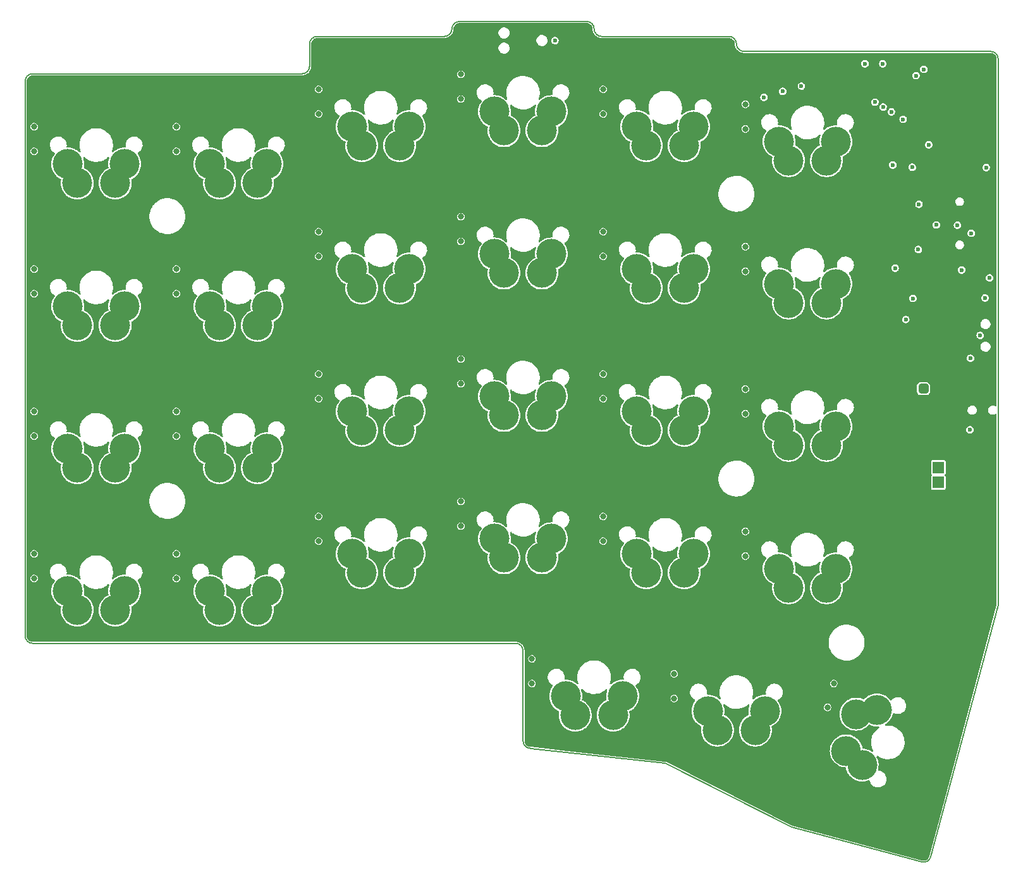
<source format=gbr>
%TF.GenerationSoftware,KiCad,Pcbnew,(6.0.4)*%
%TF.CreationDate,2022-07-16T20:51:00-07:00*%
%TF.ProjectId,Conejo,436f6e65-6a6f-42e6-9b69-6361645f7063,v1.0.0*%
%TF.SameCoordinates,Original*%
%TF.FileFunction,Copper,L2,Inr*%
%TF.FilePolarity,Positive*%
%FSLAX46Y46*%
G04 Gerber Fmt 4.6, Leading zero omitted, Abs format (unit mm)*
G04 Created by KiCad (PCBNEW (6.0.4)) date 2022-07-16 20:51:00*
%MOMM*%
%LPD*%
G01*
G04 APERTURE LIST*
G04 Aperture macros list*
%AMRoundRect*
0 Rectangle with rounded corners*
0 $1 Rounding radius*
0 $2 $3 $4 $5 $6 $7 $8 $9 X,Y pos of 4 corners*
0 Add a 4 corners polygon primitive as box body*
4,1,4,$2,$3,$4,$5,$6,$7,$8,$9,$2,$3,0*
0 Add four circle primitives for the rounded corners*
1,1,$1+$1,$2,$3*
1,1,$1+$1,$4,$5*
1,1,$1+$1,$6,$7*
1,1,$1+$1,$8,$9*
0 Add four rect primitives between the rounded corners*
20,1,$1+$1,$2,$3,$4,$5,0*
20,1,$1+$1,$4,$5,$6,$7,0*
20,1,$1+$1,$6,$7,$8,$9,0*
20,1,$1+$1,$8,$9,$2,$3,0*%
G04 Aperture macros list end*
%TA.AperFunction,Profile*%
%ADD10C,0.150000*%
%TD*%
%TA.AperFunction,ComponentPad*%
%ADD11C,0.800000*%
%TD*%
%TA.AperFunction,ComponentPad*%
%ADD12C,4.000000*%
%TD*%
%TA.AperFunction,ComponentPad*%
%ADD13O,2.100000X1.000000*%
%TD*%
%TA.AperFunction,ComponentPad*%
%ADD14O,1.600000X1.000000*%
%TD*%
%TA.AperFunction,ComponentPad*%
%ADD15R,1.524000X1.524000*%
%TD*%
%TA.AperFunction,ComponentPad*%
%ADD16RoundRect,0.337500X-0.337500X0.337500X-0.337500X-0.337500X0.337500X-0.337500X0.337500X0.337500X0*%
%TD*%
%TA.AperFunction,ViaPad*%
%ADD17C,0.600000*%
%TD*%
G04 APERTURE END LIST*
D10*
X93101679Y-93260414D02*
X76199999Y-84725000D01*
X57150000Y-69675000D02*
G75*
G03*
X56150001Y-68675000I-1000000J0D01*
G01*
X67675000Y12525000D02*
X84725000Y12525000D01*
X56150001Y-68675000D02*
X-8525000Y-68674999D01*
X27567894Y7525000D02*
X-8525000Y7525000D01*
X66675000Y13525000D02*
G75*
G03*
X65675000Y14525000I-1000000J0D01*
G01*
X85725000Y11525000D02*
G75*
G03*
X86725000Y10525000I1000000J0D01*
G01*
X57150000Y-81725000D02*
G75*
G03*
X58150000Y-82725000I1000000J0D01*
G01*
X29575000Y12525000D02*
G75*
G03*
X28575000Y11525000I0J-1000000D01*
G01*
X-9525000Y-67675000D02*
X-9525000Y6525000D01*
X46625000Y12525000D02*
X29575000Y12525000D01*
X48625000Y14525000D02*
G75*
G03*
X47625000Y13525000I0J-1000000D01*
G01*
X-9525000Y-67675000D02*
G75*
G03*
X-8525000Y-68674999I1000001J2D01*
G01*
X27567894Y7525007D02*
G75*
G03*
X28567893Y8525000I6J999993D01*
G01*
X120775000Y9525000D02*
G75*
G03*
X119775000Y10525000I-1000000J0D01*
G01*
X57150000Y-81725000D02*
X57150001Y-69675000D01*
X93101679Y-93260414D02*
X110536640Y-97932098D01*
X46625000Y12525000D02*
G75*
G03*
X47625000Y13525000I0J1000000D01*
G01*
X86725000Y10525000D02*
X119775000Y10525000D01*
X110536648Y-97932067D02*
G75*
G03*
X111761384Y-97224991I258852J965867D01*
G01*
X65675000Y14525000D02*
X48625000Y14525000D01*
X28575000Y11525000D02*
X28567893Y8525000D01*
X76199999Y-84725000D02*
X58150000Y-82725000D01*
X85725000Y11525000D02*
G75*
G03*
X84725000Y12525000I-1000000J0D01*
G01*
X120775000Y9525000D02*
X120775000Y-63575000D01*
X66675000Y13525000D02*
G75*
G03*
X67675000Y12525000I1000000J0D01*
G01*
X120775000Y-63575000D02*
X111761384Y-97224991D01*
X-8525000Y7525000D02*
G75*
G03*
X-9525000Y6525000I-1J-999999D01*
G01*
D11*
%TO.N,ROW2*%
%TO.C,D21*%
X67875000Y-13599000D03*
%TO.N,Net-(D21-Pad2)*%
X67875000Y-16901000D03*
%TD*%
D12*
%TO.N,COL2*%
%TO.C,SW9*%
X21590000Y-64230000D03*
X22860000Y-61690000D03*
%TO.N,Net-(D10-Pad2)*%
X16510000Y-64230000D03*
X15240000Y-61690000D03*
%TD*%
%TO.N,COL4*%
%TO.C,SW14*%
X59690000Y-80000D03*
X60960000Y2460000D03*
%TO.N,Net-(D15-Pad2)*%
X54610000Y-80000D03*
X53340000Y2460000D03*
%TD*%
D11*
%TO.N,ROW2*%
%TO.C,D8*%
X10725000Y-18599000D03*
%TO.N,Net-(D8-Pad2)*%
X10725000Y-21901000D03*
%TD*%
%TO.N,ROW2*%
%TO.C,D4*%
X-8325000Y-18599000D03*
%TO.N,Net-(D4-Pad2)*%
X-8325000Y-21901000D03*
%TD*%
D12*
%TO.N,COL1*%
%TO.C,SW4*%
X2540000Y-45180000D03*
X3810000Y-42640000D03*
%TO.N,Net-(D5-Pad2)*%
X-3810000Y-42640000D03*
X-2540000Y-45180000D03*
%TD*%
%TO.N,COL6*%
%TO.C,SW25*%
X99060000Y-20590000D03*
X97790000Y-23130000D03*
%TO.N,Net-(D26-Pad2)*%
X92710000Y-23130000D03*
X91440000Y-20590000D03*
%TD*%
%TO.N,COL5*%
%TO.C,SW21*%
X78740000Y-40180000D03*
X80010000Y-37640000D03*
%TO.N,Net-(D22-Pad2)*%
X73660000Y-40180000D03*
X72390000Y-37640000D03*
%TD*%
D11*
%TO.N,ROW3*%
%TO.C,D17*%
X48825000Y-30649000D03*
%TO.N,Net-(D17-Pad2)*%
X48825000Y-33951000D03*
%TD*%
%TO.N,ROW4*%
%TO.C,D28*%
X86925000Y-53699000D03*
%TO.N,Net-(D28-Pad2)*%
X86925000Y-57001000D03*
%TD*%
%TO.N,ROW4*%
%TO.C,D6*%
X-8325000Y-56699000D03*
%TO.N,Net-(D6-Pad2)*%
X-8325000Y-60001000D03*
%TD*%
%TO.N,ROW3*%
%TO.C,D5*%
X-8325000Y-37649000D03*
%TO.N,Net-(D5-Pad2)*%
X-8325000Y-40951000D03*
%TD*%
D12*
%TO.N,COL4*%
%TO.C,SW18*%
X69215000Y-78280000D03*
X70485000Y-75740000D03*
%TO.N,Net-(D19-Pad2)*%
X64135000Y-78280000D03*
X62865000Y-75740000D03*
%TD*%
D11*
%TO.N,ROW3*%
%TO.C,D9*%
X10725000Y-37649000D03*
%TO.N,Net-(D9-Pad2)*%
X10725000Y-40951000D03*
%TD*%
%TO.N,ROW2*%
%TO.C,D16*%
X48825000Y-11599000D03*
%TO.N,Net-(D16-Pad2)*%
X48825000Y-14901000D03*
%TD*%
D12*
%TO.N,COL3*%
%TO.C,SW10*%
X40640000Y-2080000D03*
X41910000Y460000D03*
%TO.N,Net-(D11-Pad2)*%
X34290000Y460000D03*
X35560000Y-2080000D03*
%TD*%
D11*
%TO.N,ROW4*%
%TO.C,D18*%
X48825000Y-49699000D03*
%TO.N,Net-(D18-Pad2)*%
X48825000Y-53001000D03*
%TD*%
%TO.N,ROW5*%
%TO.C,D19*%
X58350000Y-70749000D03*
%TO.N,Net-(D19-Pad2)*%
X58350000Y-74051000D03*
%TD*%
%TO.N,ROW1*%
%TO.C,D20*%
X67875000Y5451000D03*
%TO.N,Net-(D20-Pad2)*%
X67875000Y2149000D03*
%TD*%
D12*
%TO.N,COL2*%
%TO.C,SW6*%
X22860000Y-4540000D03*
X21590000Y-7080000D03*
%TO.N,Net-(D7-Pad2)*%
X15240000Y-4540000D03*
X16510000Y-7080000D03*
%TD*%
%TO.N,COL3*%
%TO.C,SW11*%
X40640000Y-21130000D03*
X41910000Y-18590000D03*
%TO.N,Net-(D12-Pad2)*%
X34290000Y-18590000D03*
X35560000Y-21130000D03*
%TD*%
D11*
%TO.N,ROW1*%
%TO.C,D15*%
X48825000Y7451000D03*
%TO.N,Net-(D15-Pad2)*%
X48825000Y4149000D03*
%TD*%
%TO.N,ROW2*%
%TO.C,D12*%
X29775000Y-13599000D03*
%TO.N,Net-(D12-Pad2)*%
X29775000Y-16901000D03*
%TD*%
D12*
%TO.N,COL6*%
%TO.C,SW24*%
X99060000Y-1540000D03*
X97790000Y-4080000D03*
%TO.N,Net-(D25-Pad2)*%
X92710000Y-4080000D03*
X91440000Y-1540000D03*
%TD*%
%TO.N,COL6*%
%TO.C,SW27*%
X97790000Y-61230000D03*
X99060000Y-58690000D03*
%TO.N,Net-(D28-Pad2)*%
X92710000Y-61230000D03*
X91440000Y-58690000D03*
%TD*%
%TO.N,COL2*%
%TO.C,SW8*%
X22860000Y-42640000D03*
X21590000Y-45180000D03*
%TO.N,Net-(D9-Pad2)*%
X16510000Y-45180000D03*
X15240000Y-42640000D03*
%TD*%
D11*
%TO.N,ROW3*%
%TO.C,D22*%
X67875000Y-32649000D03*
%TO.N,Net-(D22-Pad2)*%
X67875000Y-35951000D03*
%TD*%
D12*
%TO.N,COL1*%
%TO.C,SW5*%
X2540000Y-64230000D03*
X3810000Y-61690000D03*
%TO.N,Net-(D6-Pad2)*%
X-2540000Y-64230000D03*
X-3810000Y-61690000D03*
%TD*%
%TO.N,COL5*%
%TO.C,SW19*%
X80010000Y460000D03*
X78740000Y-2080000D03*
%TO.N,Net-(D20-Pad2)*%
X73660000Y-2080000D03*
X72390000Y460000D03*
%TD*%
%TO.N,COL5*%
%TO.C,SW23*%
X88265000Y-80280000D03*
X89535000Y-77740000D03*
%TO.N,Net-(D24-Pad2)*%
X81915000Y-77740000D03*
X83185000Y-80280000D03*
%TD*%
%TO.N,COL4*%
%TO.C,SW16*%
X59690000Y-38179999D03*
X60960000Y-35639999D03*
%TO.N,Net-(D17-Pad2)*%
X54610000Y-38179999D03*
X53340000Y-35639999D03*
%TD*%
%TO.N,COL2*%
%TO.C,SW7*%
X22860000Y-23589999D03*
X21590000Y-26129999D03*
%TO.N,Net-(D8-Pad2)*%
X15240000Y-23589999D03*
X16510000Y-26129999D03*
%TD*%
D11*
%TO.N,ROW1*%
%TO.C,D3*%
X-8325000Y451000D03*
%TO.N,Net-(D3-Pad2)*%
X-8325000Y-2851000D03*
%TD*%
D12*
%TO.N,COL5*%
%TO.C,SW20*%
X78740000Y-21130000D03*
X80010000Y-18590000D03*
%TO.N,Net-(D21-Pad2)*%
X72390000Y-18590000D03*
X73660000Y-21130000D03*
%TD*%
D11*
%TO.N,ROW4*%
%TO.C,D23*%
X67875000Y-51699000D03*
%TO.N,Net-(D23-Pad2)*%
X67875000Y-55001000D03*
%TD*%
D12*
%TO.N,COL4*%
%TO.C,SW15*%
X59690002Y-19130000D03*
X60960002Y-16590000D03*
%TO.N,Net-(D16-Pad2)*%
X54610002Y-19130000D03*
X53340002Y-16590000D03*
%TD*%
%TO.N,COL6*%
%TO.C,SW26*%
X99060000Y-39640000D03*
X97790000Y-42180000D03*
%TO.N,Net-(D27-Pad2)*%
X91440000Y-39640000D03*
X92710000Y-42180000D03*
%TD*%
D11*
%TO.N,ROW3*%
%TO.C,D13*%
X29775000Y-32649000D03*
%TO.N,Net-(D13-Pad2)*%
X29775000Y-35951000D03*
%TD*%
%TO.N,ROW1*%
%TO.C,D7*%
X10725000Y451000D03*
%TO.N,Net-(D7-Pad2)*%
X10725000Y-2851000D03*
%TD*%
%TO.N,ROW2*%
%TO.C,D26*%
X86925000Y-15599000D03*
%TO.N,Net-(D26-Pad2)*%
X86925000Y-18901000D03*
%TD*%
%TO.N,ROW4*%
%TO.C,D14*%
X29775000Y-51699000D03*
%TO.N,Net-(D14-Pad2)*%
X29775000Y-55001000D03*
%TD*%
%TO.N,ROW1*%
%TO.C,D25*%
X86925000Y3451000D03*
%TO.N,Net-(D25-Pad2)*%
X86925000Y149000D03*
%TD*%
D12*
%TO.N,COL4*%
%TO.C,SW17*%
X60960000Y-54690000D03*
X59690000Y-57230000D03*
%TO.N,Net-(D18-Pad2)*%
X54610000Y-57230000D03*
X53340000Y-54690000D03*
%TD*%
D13*
%TO.N,GND*%
%TO.C,J2*%
X115095000Y-16795000D03*
D14*
X119275000Y-16795000D03*
D13*
X115095000Y-8155000D03*
D14*
X119275000Y-8155000D03*
%TD*%
D12*
%TO.N,COL5*%
%TO.C,SW22*%
X78740000Y-59230000D03*
X80010000Y-56690000D03*
%TO.N,Net-(D23-Pad2)*%
X73660000Y-59230000D03*
X72390000Y-56690000D03*
%TD*%
D11*
%TO.N,ROW5*%
%TO.C,D29*%
X98769254Y-74062181D03*
%TO.N,Net-(D29-Pad2)*%
X97914634Y-77251669D03*
%TD*%
%TO.N,ROW4*%
%TO.C,D10*%
X10725000Y-56699000D03*
%TO.N,Net-(D10-Pad2)*%
X10725000Y-60001000D03*
%TD*%
D12*
%TO.N,COL1*%
%TO.C,SW2*%
X2540000Y-7080000D03*
X3810000Y-4540000D03*
%TO.N,Net-(D3-Pad2)*%
X-3810000Y-4540000D03*
X-2540000Y-7080000D03*
%TD*%
%TO.N,COL1*%
%TO.C,SW3*%
X2540000Y-26130000D03*
X3810000Y-23590000D03*
%TO.N,Net-(D4-Pad2)*%
X-3810000Y-23590000D03*
X-2540000Y-26130000D03*
%TD*%
D11*
%TO.N,ROW3*%
%TO.C,D27*%
X86925000Y-34649000D03*
%TO.N,Net-(D27-Pad2)*%
X86925000Y-37951000D03*
%TD*%
D12*
%TO.N,COL3*%
%TO.C,SW12*%
X40640000Y-40180000D03*
X41910000Y-37640000D03*
%TO.N,Net-(D13-Pad2)*%
X35560000Y-40180000D03*
X34290000Y-37640000D03*
%TD*%
D11*
%TO.N,ROW1*%
%TO.C,D11*%
X29775000Y5451000D03*
%TO.N,Net-(D11-Pad2)*%
X29775000Y2149000D03*
%TD*%
D12*
%TO.N,COL3*%
%TO.C,SW13*%
X40640000Y-59230000D03*
X41910000Y-56690000D03*
%TO.N,Net-(D14-Pad2)*%
X34290000Y-56690000D03*
X35560000Y-59230000D03*
%TD*%
D11*
%TO.N,ROW5*%
%TO.C,D24*%
X77400000Y-72749000D03*
%TO.N,Net-(D24-Pad2)*%
X77400000Y-76051000D03*
%TD*%
D15*
%TO.N,EXT_PWR*%
%TO.C,J4*%
X112775000Y-45150000D03*
%TO.N,LED_MOSI*%
X112775000Y-47150000D03*
%TO.N,GND*%
X112775000Y-49250000D03*
%TD*%
D12*
%TO.N,COL6*%
%TO.C,SW28*%
X104532649Y-77587422D03*
X101750497Y-78156748D03*
%TO.N,Net-(D29-Pad2)*%
X100435696Y-83063651D03*
X102560448Y-84947777D03*
%TD*%
D16*
%TO.N,+BATT*%
%TO.C,J1*%
X110775000Y-34600000D03*
%TO.N,GND*%
X112775000Y-34600000D03*
%TD*%
D17*
%TO.N,+5V*%
X106675000Y-4675000D03*
X106975000Y-18475000D03*
%TO.N,GND*%
X119525000Y-33725000D03*
X116131005Y-12725000D03*
X108125000Y-24375000D03*
X118425000Y-2675000D03*
X49623742Y-33890497D03*
X87656269Y-54022187D03*
X106122731Y8928193D03*
X30572174Y-54940017D03*
X110075000Y-16775000D03*
X98728260Y-77107409D03*
X49620777Y4226095D03*
X108125000Y-23775000D03*
X108175000Y-30175000D03*
X11525000Y-21840497D03*
X110375000Y-10925000D03*
X117892688Y-14157319D03*
X119525000Y-41225000D03*
X-7593204Y129010D03*
X30511276Y-13910613D03*
X108125000Y-23175000D03*
X119275000Y8925000D03*
X110598647Y7248990D03*
X68671914Y-54936714D03*
X119025000Y-23274503D03*
X68670777Y-35873905D03*
X117924483Y-13526649D03*
X116473275Y-40701470D03*
X89425000Y5175500D03*
X108855729Y1424520D03*
X59081269Y-71072187D03*
X111624503Y8125000D03*
X68621270Y-32935855D03*
X49558727Y-30980227D03*
X-7578563Y-56985421D03*
X-7528528Y-21831462D03*
X30514725Y-32987564D03*
X11521062Y-2776903D03*
X119179353Y-5824490D03*
X49561311Y-50033352D03*
X30511276Y5139387D03*
X113775000Y-25175000D03*
X113525000Y-16375000D03*
X68670777Y-16823905D03*
X55875000Y13275000D03*
X68614838Y-52037704D03*
X111475000Y-1175497D03*
X11520777Y-59923905D03*
X105995043Y1785590D03*
X112471835Y-11896781D03*
X104862919Y2461015D03*
X118536805Y-30162342D03*
X119174503Y-27475000D03*
X11520777Y-40873905D03*
X107675000Y-25975000D03*
X103748663Y8895844D03*
X91925000Y5974503D03*
X30570777Y-35873905D03*
X68611276Y5139387D03*
X68671931Y2213069D03*
X61990334Y12540334D03*
X87721342Y-56929988D03*
X49564838Y7112296D03*
X109275000Y-5774503D03*
X94425000Y6673665D03*
X30505801Y-52023245D03*
X117075000Y-31324003D03*
X30570469Y2229212D03*
X30568713Y-16804958D03*
X11456269Y127813D03*
X68615460Y-13900535D03*
X108925000Y-48275000D03*
X87721914Y213286D03*
X-7527866Y-2789500D03*
X120263906Y-20255628D03*
X11462127Y-18908594D03*
X116447443Y-13473540D03*
X49622005Y-14837855D03*
X11480276Y-38008019D03*
X110175000Y-9125000D03*
X-7585162Y-18937704D03*
X103784153Y3093911D03*
X-7528093Y-59936629D03*
X-7528938Y-40876903D03*
X49598576Y-11985265D03*
X106483366Y-19105476D03*
X78195783Y-75973966D03*
X87667138Y3153620D03*
X115581669Y-19468748D03*
X87665040Y-15937958D03*
X87655617Y-34976532D03*
X116625000Y-23325000D03*
X78133800Y-73080314D03*
X59148988Y-73990498D03*
X118199500Y-25225000D03*
X87720469Y-37870788D03*
X99394117Y-74576108D03*
X-7572914Y-37920239D03*
X49621106Y-52927384D03*
X11461276Y-57010613D03*
X107607227Y-25319641D03*
X112975000Y-9225000D03*
X87720469Y-18820788D03*
X107474503Y-4675000D03*
X113787500Y-28675000D03*
%TO.N,+BATT*%
X119175000Y-5025000D03*
%TO.N,VBUS*%
X117175000Y-13805000D03*
%TO.N,ROW2*%
X104275000Y3725000D03*
%TO.N,ROW3*%
X105375000Y3075000D03*
%TO.N,ROW4*%
X106475000Y2425000D03*
%TO.N,ROW5*%
X108056279Y1433689D03*
%TO.N,COL1*%
X110825000Y8125000D03*
%TO.N,COL2*%
X109775000Y7273165D03*
%TO.N,COL3*%
X94425000Y5874162D03*
%TO.N,COL4*%
X91925000Y5175000D03*
%TO.N,COL5*%
X89425000Y4375000D03*
%TO.N,SWDIO*%
X102925000Y8871684D03*
%TO.N,SWCLK*%
X105325000Y8875000D03*
%TO.N,VDDH*%
X115875000Y-18725000D03*
X109375000Y-22525000D03*
X109275000Y-4975000D03*
%TO.N,/Power Management/CHG*%
X108405903Y-25355983D03*
X119025000Y-22475000D03*
%TO.N,/USB-C/CC2*%
X110175000Y-9924503D03*
%TO.N,/USB-C/CC1*%
X110075000Y-15975497D03*
%TO.N,/Power Management/SYSOFF*%
X118375000Y-27475000D03*
%TO.N,VDD*%
X61425000Y11975000D03*
%TO.N,RESET*%
X111475000Y-1975000D03*
X117000000Y-40100000D03*
%TO.N,Net-(R6-Pad1)*%
X117075000Y-30524500D03*
%TO.N,D+*%
X115331502Y-12725000D03*
%TO.N,D-*%
X112504155Y-12695630D03*
%TO.N,Net-(D1-Pad1)*%
X119625000Y-19775000D03*
%TD*%
%TA.AperFunction,Conductor*%
%TO.N,GND*%
G36*
X65655242Y14322534D02*
G01*
X65660811Y14322524D01*
X65674641Y14319344D01*
X65688482Y14322476D01*
X65689605Y14322474D01*
X65701731Y14321867D01*
X65756618Y14316461D01*
X65818626Y14310354D01*
X65842848Y14305536D01*
X65969085Y14267243D01*
X65991897Y14257794D01*
X66038623Y14232818D01*
X66108232Y14195611D01*
X66128770Y14181888D01*
X66230739Y14098204D01*
X66248204Y14080739D01*
X66331888Y13978770D01*
X66345611Y13958232D01*
X66407793Y13841898D01*
X66417242Y13819088D01*
X66455538Y13692844D01*
X66460354Y13668626D01*
X66471916Y13551237D01*
X66472502Y13539095D01*
X66469344Y13525359D01*
X66471515Y13515766D01*
X66485614Y13336620D01*
X66486768Y13331813D01*
X66486769Y13331807D01*
X66496707Y13290412D01*
X66529726Y13152878D01*
X66531619Y13148307D01*
X66531620Y13148305D01*
X66559573Y13080822D01*
X66602039Y12978299D01*
X66700772Y12817182D01*
X66703979Y12813427D01*
X66703982Y12813423D01*
X66817490Y12680524D01*
X66823494Y12673494D01*
X66827250Y12670286D01*
X66963423Y12553982D01*
X66963427Y12553979D01*
X66967182Y12550772D01*
X67128299Y12452039D01*
X67132869Y12450146D01*
X67132873Y12450144D01*
X67227518Y12410941D01*
X67302878Y12379726D01*
X67358781Y12366305D01*
X67481807Y12336769D01*
X67481813Y12336768D01*
X67486620Y12335614D01*
X67655105Y12322353D01*
X67660214Y12321563D01*
X67660238Y12321772D01*
X67667333Y12320955D01*
X67674282Y12319345D01*
X67675000Y12319344D01*
X67683775Y12321346D01*
X67711790Y12324500D01*
X84687920Y12324500D01*
X84705242Y12322534D01*
X84710811Y12322524D01*
X84724641Y12319344D01*
X84738482Y12322476D01*
X84739605Y12322474D01*
X84751731Y12321867D01*
X84800104Y12317103D01*
X84868626Y12310354D01*
X84892848Y12305536D01*
X85019085Y12267243D01*
X85041897Y12257794D01*
X85088623Y12232818D01*
X85158232Y12195611D01*
X85178770Y12181888D01*
X85280739Y12098204D01*
X85298204Y12080739D01*
X85381888Y11978770D01*
X85395610Y11958234D01*
X85404445Y11941704D01*
X85457793Y11841898D01*
X85467242Y11819088D01*
X85505538Y11692844D01*
X85510354Y11668626D01*
X85513873Y11632897D01*
X85518497Y11585955D01*
X85521916Y11551237D01*
X85522502Y11539095D01*
X85519344Y11525359D01*
X85521515Y11515766D01*
X85522340Y11505281D01*
X85525211Y11468802D01*
X85535614Y11336620D01*
X85536768Y11331813D01*
X85536769Y11331807D01*
X85560919Y11231215D01*
X85579726Y11152878D01*
X85581619Y11148307D01*
X85581620Y11148305D01*
X85609573Y11080822D01*
X85652039Y10978299D01*
X85750772Y10817182D01*
X85753979Y10813427D01*
X85753982Y10813423D01*
X85826612Y10728385D01*
X85873494Y10673494D01*
X85877250Y10670286D01*
X86013423Y10553982D01*
X86013427Y10553979D01*
X86017182Y10550772D01*
X86178299Y10452039D01*
X86182869Y10450146D01*
X86182873Y10450144D01*
X86332263Y10388265D01*
X86352878Y10379726D01*
X86416085Y10364552D01*
X86531807Y10336769D01*
X86531813Y10336768D01*
X86536620Y10335614D01*
X86705105Y10322353D01*
X86710214Y10321563D01*
X86710238Y10321772D01*
X86717333Y10320955D01*
X86724282Y10319345D01*
X86725000Y10319344D01*
X86733775Y10321346D01*
X86761790Y10324500D01*
X119737920Y10324500D01*
X119755242Y10322534D01*
X119760811Y10322524D01*
X119774641Y10319344D01*
X119788482Y10322476D01*
X119789605Y10322474D01*
X119801731Y10321867D01*
X119856618Y10316461D01*
X119918626Y10310354D01*
X119942848Y10305536D01*
X120069085Y10267243D01*
X120091897Y10257794D01*
X120175101Y10213320D01*
X120208232Y10195611D01*
X120228770Y10181888D01*
X120330739Y10098204D01*
X120348204Y10080739D01*
X120431888Y9978770D01*
X120445611Y9958232D01*
X120507793Y9841898D01*
X120517242Y9819088D01*
X120555538Y9692844D01*
X120560354Y9668627D01*
X120571917Y9551230D01*
X120572503Y9539095D01*
X120569344Y9525359D01*
X120572475Y9511520D01*
X120572467Y9506690D01*
X120574500Y9488496D01*
X120574500Y-36836501D01*
X120554498Y-36904622D01*
X120500842Y-36951115D01*
X120430568Y-36961219D01*
X120387801Y-36946917D01*
X120282092Y-36888803D01*
X120129019Y-36849500D01*
X120010650Y-36849500D01*
X120006725Y-36849996D01*
X120006722Y-36849996D01*
X119901067Y-36863343D01*
X119901065Y-36863343D01*
X119893208Y-36864336D01*
X119843837Y-36883883D01*
X119753637Y-36919596D01*
X119753634Y-36919597D01*
X119746268Y-36922514D01*
X119739857Y-36927172D01*
X119739855Y-36927173D01*
X119721245Y-36940694D01*
X119618413Y-37015406D01*
X119613360Y-37021514D01*
X119522729Y-37131068D01*
X119522726Y-37131072D01*
X119517676Y-37137177D01*
X119450386Y-37280174D01*
X119448901Y-37287957D01*
X119448901Y-37287958D01*
X119423505Y-37421092D01*
X119420773Y-37435412D01*
X119430696Y-37593138D01*
X119435930Y-37609246D01*
X119475238Y-37730222D01*
X119479533Y-37743441D01*
X119564214Y-37876877D01*
X119569993Y-37882304D01*
X119569994Y-37882305D01*
X119661408Y-37968149D01*
X119679418Y-37985062D01*
X119686361Y-37988879D01*
X119694532Y-37993371D01*
X119817908Y-38061197D01*
X119970981Y-38100500D01*
X120089350Y-38100500D01*
X120093275Y-38100004D01*
X120093278Y-38100004D01*
X120198933Y-38086657D01*
X120198935Y-38086657D01*
X120206792Y-38085664D01*
X120282788Y-38055575D01*
X120346363Y-38030404D01*
X120346366Y-38030403D01*
X120353732Y-38027486D01*
X120374440Y-38012441D01*
X120441305Y-37988583D01*
X120510457Y-38004662D01*
X120559938Y-38055575D01*
X120574500Y-38114377D01*
X120574500Y-63532028D01*
X120570209Y-63564630D01*
X119464917Y-67690950D01*
X112565485Y-93448186D01*
X111577307Y-97137290D01*
X111570930Y-97153501D01*
X111569477Y-97158888D01*
X111562828Y-97171420D01*
X111562271Y-97185596D01*
X111561980Y-97186676D01*
X111558255Y-97198237D01*
X111527894Y-97278909D01*
X111516881Y-97308170D01*
X111505955Y-97330325D01*
X111436302Y-97442335D01*
X111421266Y-97461930D01*
X111331095Y-97558205D01*
X111312525Y-97574492D01*
X111205302Y-97651324D01*
X111183910Y-97663674D01*
X111063761Y-97718110D01*
X111040371Y-97726049D01*
X110911910Y-97755999D01*
X110887428Y-97759221D01*
X110755577Y-97763533D01*
X110730939Y-97761916D01*
X110614237Y-97742644D01*
X110602622Y-97740125D01*
X110590224Y-97733545D01*
X110576047Y-97732988D01*
X110571391Y-97731731D01*
X110553280Y-97728984D01*
X110542327Y-97726049D01*
X108345048Y-97137290D01*
X93186149Y-93075475D01*
X93161961Y-93066240D01*
X82890126Y-87878924D01*
X76323161Y-84562581D01*
X76318458Y-84559924D01*
X76309353Y-84550828D01*
X76286381Y-84542795D01*
X76283165Y-84541426D01*
X76283143Y-84541485D01*
X76276513Y-84539023D01*
X76270205Y-84535838D01*
X76263349Y-84534136D01*
X76263342Y-84534133D01*
X76263055Y-84534062D01*
X76251834Y-84530715D01*
X76244722Y-84528228D01*
X76237637Y-84527443D01*
X76230688Y-84525864D01*
X76230705Y-84525790D01*
X76227251Y-84525172D01*
X76217697Y-84522800D01*
X76217695Y-84522800D01*
X76203925Y-84519381D01*
X76191188Y-84522032D01*
X76185453Y-84521660D01*
X63026916Y-83063651D01*
X98230474Y-83063651D01*
X98230744Y-83067770D01*
X98239297Y-83198257D01*
X98249340Y-83351490D01*
X98250144Y-83355530D01*
X98250144Y-83355533D01*
X98291762Y-83564759D01*
X98305615Y-83634404D01*
X98306941Y-83638310D01*
X98306942Y-83638314D01*
X98345688Y-83752455D01*
X98398337Y-83907553D01*
X98400158Y-83911246D01*
X98400159Y-83911248D01*
X98520335Y-84154940D01*
X98525918Y-84166262D01*
X98528212Y-84169695D01*
X98669451Y-84381074D01*
X98686176Y-84406105D01*
X98688890Y-84409199D01*
X98688894Y-84409205D01*
X98808989Y-84546146D01*
X98876369Y-84622978D01*
X98879458Y-84625687D01*
X99090142Y-84810453D01*
X99090148Y-84810457D01*
X99093242Y-84813171D01*
X99096668Y-84815460D01*
X99096673Y-84815464D01*
X99253563Y-84920294D01*
X99333085Y-84973429D01*
X99336784Y-84975253D01*
X99336789Y-84975256D01*
X99588099Y-85099188D01*
X99591794Y-85101010D01*
X99595692Y-85102333D01*
X99595694Y-85102334D01*
X99861033Y-85192405D01*
X99861037Y-85192406D01*
X99864943Y-85193732D01*
X99868987Y-85194536D01*
X99868993Y-85194538D01*
X100143814Y-85249203D01*
X100143817Y-85249203D01*
X100147857Y-85250007D01*
X100151968Y-85250276D01*
X100151972Y-85250277D01*
X100283505Y-85258898D01*
X100350172Y-85283312D01*
X100393056Y-85339894D01*
X100398843Y-85360046D01*
X100430367Y-85518530D01*
X100431693Y-85522436D01*
X100431694Y-85522440D01*
X100507818Y-85746692D01*
X100523089Y-85791679D01*
X100524910Y-85795372D01*
X100524911Y-85795374D01*
X100600555Y-85948764D01*
X100650670Y-86050388D01*
X100652964Y-86053821D01*
X100793011Y-86263416D01*
X100810928Y-86290231D01*
X100813642Y-86293325D01*
X100813646Y-86293331D01*
X100998412Y-86504015D01*
X101001121Y-86507104D01*
X101004210Y-86509813D01*
X101214894Y-86694579D01*
X101214900Y-86694583D01*
X101217994Y-86697297D01*
X101221420Y-86699586D01*
X101221425Y-86699590D01*
X101401015Y-86819588D01*
X101457837Y-86857555D01*
X101461536Y-86859379D01*
X101461541Y-86859382D01*
X101690085Y-86972087D01*
X101716546Y-86985136D01*
X101720444Y-86986459D01*
X101720446Y-86986460D01*
X101985785Y-87076531D01*
X101985789Y-87076532D01*
X101989695Y-87077858D01*
X101993739Y-87078662D01*
X101993745Y-87078664D01*
X102268566Y-87133329D01*
X102268569Y-87133329D01*
X102272609Y-87134133D01*
X102276720Y-87134402D01*
X102276724Y-87134403D01*
X102556329Y-87152729D01*
X102560448Y-87152999D01*
X102564567Y-87152729D01*
X102844172Y-87134403D01*
X102844176Y-87134402D01*
X102848287Y-87134133D01*
X102852327Y-87133329D01*
X102852330Y-87133329D01*
X103127151Y-87078664D01*
X103127157Y-87078662D01*
X103131201Y-87077858D01*
X103135107Y-87076532D01*
X103135111Y-87076531D01*
X103400450Y-86986460D01*
X103400452Y-86986459D01*
X103404350Y-86985136D01*
X103408044Y-86983314D01*
X103411859Y-86981734D01*
X103412456Y-86983175D01*
X103476005Y-86972087D01*
X103541440Y-86999633D01*
X103581594Y-87058184D01*
X103584307Y-87067761D01*
X103616177Y-87199997D01*
X103618659Y-87205455D01*
X103618660Y-87205459D01*
X103665170Y-87307752D01*
X103705068Y-87395503D01*
X103829325Y-87570673D01*
X103833648Y-87574812D01*
X103833652Y-87574816D01*
X103980134Y-87715042D01*
X103984464Y-87719187D01*
X104164888Y-87835685D01*
X104364086Y-87915964D01*
X104468457Y-87936346D01*
X104570424Y-87956259D01*
X104570427Y-87956259D01*
X104574870Y-87957127D01*
X104580513Y-87957403D01*
X104738863Y-87957403D01*
X104898994Y-87942125D01*
X104904750Y-87940436D01*
X104904752Y-87940436D01*
X104995819Y-87913720D01*
X105105075Y-87881668D01*
X105110403Y-87878924D01*
X105290675Y-87786078D01*
X105290678Y-87786076D01*
X105296006Y-87783332D01*
X105464897Y-87650666D01*
X105605654Y-87488457D01*
X105713200Y-87302558D01*
X105783652Y-87099677D01*
X105788280Y-87067763D01*
X105813608Y-86893074D01*
X105813608Y-86893071D01*
X105814469Y-86887134D01*
X105804540Y-86672597D01*
X105754221Y-86463809D01*
X105665330Y-86268303D01*
X105541073Y-86093133D01*
X105536750Y-86088994D01*
X105536746Y-86088990D01*
X105390264Y-85948764D01*
X105390263Y-85948764D01*
X105385934Y-85944619D01*
X105205510Y-85828121D01*
X105006312Y-85747842D01*
X104890915Y-85725307D01*
X104799984Y-85707549D01*
X104799981Y-85707549D01*
X104795528Y-85706679D01*
X104790994Y-85706457D01*
X104787221Y-85705999D01*
X104722009Y-85677929D01*
X104682324Y-85619059D01*
X104680767Y-85548080D01*
X104683099Y-85540418D01*
X104689203Y-85522437D01*
X104689204Y-85522433D01*
X104690529Y-85518530D01*
X104743942Y-85250007D01*
X104746000Y-85239659D01*
X104746000Y-85239656D01*
X104746804Y-85235616D01*
X104749497Y-85194538D01*
X104765400Y-84951896D01*
X104765670Y-84947777D01*
X104756998Y-84815464D01*
X104747074Y-84664053D01*
X104747073Y-84664049D01*
X104746804Y-84659938D01*
X104727439Y-84562584D01*
X104691335Y-84381074D01*
X104691333Y-84381068D01*
X104690529Y-84377024D01*
X104597807Y-84103875D01*
X104502510Y-83910631D01*
X104490320Y-83840690D01*
X104517879Y-83775261D01*
X104576437Y-83735117D01*
X104647402Y-83733005D01*
X104688405Y-83752239D01*
X104690559Y-83754008D01*
X104943960Y-83911123D01*
X104947772Y-83912836D01*
X105212097Y-84031629D01*
X105212103Y-84031631D01*
X105215914Y-84033344D01*
X105219920Y-84034538D01*
X105219922Y-84034539D01*
X105358779Y-84075933D01*
X105501644Y-84118523D01*
X105796129Y-84165165D01*
X105841401Y-84167221D01*
X105887969Y-84169336D01*
X105887988Y-84169336D01*
X105889388Y-84169400D01*
X106075625Y-84169400D01*
X106297501Y-84154663D01*
X106589774Y-84095730D01*
X106871686Y-83998660D01*
X106875419Y-83996791D01*
X106875423Y-83996789D01*
X107134540Y-83867033D01*
X107134542Y-83867032D01*
X107138284Y-83865158D01*
X107384883Y-83697570D01*
X107607151Y-83498839D01*
X107701766Y-83388450D01*
X107798464Y-83275631D01*
X107798467Y-83275627D01*
X107801184Y-83272457D01*
X107803458Y-83268955D01*
X107803462Y-83268950D01*
X107961292Y-83025913D01*
X107961295Y-83025908D01*
X107963571Y-83022403D01*
X108091461Y-82753068D01*
X108165341Y-82522961D01*
X108181326Y-82473172D01*
X108181326Y-82473171D01*
X108182606Y-82469185D01*
X108217865Y-82273219D01*
X108234665Y-82179850D01*
X108234666Y-82179845D01*
X108235404Y-82175741D01*
X108236200Y-82158232D01*
X108248741Y-81882062D01*
X108248741Y-81882056D01*
X108248930Y-81877892D01*
X108248567Y-81873740D01*
X108223309Y-81585036D01*
X108223308Y-81585028D01*
X108222944Y-81580870D01*
X108163928Y-81316849D01*
X108158817Y-81293983D01*
X108158816Y-81293980D01*
X108157903Y-81289895D01*
X108054950Y-81010077D01*
X108014188Y-80932764D01*
X107917841Y-80750027D01*
X107915894Y-80746334D01*
X107743178Y-80503299D01*
X107740334Y-80500249D01*
X107740329Y-80500243D01*
X107542686Y-80288297D01*
X107542684Y-80288295D01*
X107539836Y-80285241D01*
X107309441Y-80095992D01*
X107056040Y-79938877D01*
X106973663Y-79901855D01*
X106787903Y-79818371D01*
X106787897Y-79818369D01*
X106784086Y-79816656D01*
X106780080Y-79815462D01*
X106780078Y-79815461D01*
X106574814Y-79754270D01*
X106498356Y-79731477D01*
X106203871Y-79684835D01*
X106158599Y-79682779D01*
X106112031Y-79680664D01*
X106112012Y-79680664D01*
X106110612Y-79680600D01*
X105924375Y-79680600D01*
X105768599Y-79690947D01*
X105699303Y-79675504D01*
X105649356Y-79625047D01*
X105634617Y-79555598D01*
X105659765Y-79489204D01*
X105690247Y-79460459D01*
X105871672Y-79339235D01*
X105871677Y-79339231D01*
X105875103Y-79336942D01*
X105878197Y-79334228D01*
X105878203Y-79334224D01*
X106088887Y-79149458D01*
X106091976Y-79146749D01*
X106145643Y-79085554D01*
X106279451Y-78932976D01*
X106279455Y-78932970D01*
X106282169Y-78929876D01*
X106335038Y-78850753D01*
X106440133Y-78693466D01*
X106442427Y-78690033D01*
X106496689Y-78580002D01*
X106568186Y-78435019D01*
X106568187Y-78435017D01*
X106570008Y-78431324D01*
X106589971Y-78372516D01*
X106661403Y-78162085D01*
X106661404Y-78162081D01*
X106662730Y-78158175D01*
X106663834Y-78152629D01*
X106667946Y-78131952D01*
X106700852Y-78069042D01*
X106762546Y-78033909D01*
X106838623Y-78039665D01*
X106993688Y-78102158D01*
X107098059Y-78122540D01*
X107200026Y-78142453D01*
X107200029Y-78142453D01*
X107204472Y-78143321D01*
X107210115Y-78143597D01*
X107368465Y-78143597D01*
X107528596Y-78128319D01*
X107534352Y-78126630D01*
X107534354Y-78126630D01*
X107625421Y-78099914D01*
X107734677Y-78067862D01*
X107800601Y-78033909D01*
X107920277Y-77972272D01*
X107920280Y-77972270D01*
X107925608Y-77969526D01*
X108094499Y-77836860D01*
X108235256Y-77674651D01*
X108249646Y-77649778D01*
X108339797Y-77493946D01*
X108342802Y-77488752D01*
X108413254Y-77285871D01*
X108414828Y-77275020D01*
X108443210Y-77079268D01*
X108443210Y-77079265D01*
X108444071Y-77073328D01*
X108434142Y-76858791D01*
X108429556Y-76839759D01*
X108385229Y-76655837D01*
X108383823Y-76650003D01*
X108359916Y-76597421D01*
X108297412Y-76459952D01*
X108294932Y-76454497D01*
X108170675Y-76279327D01*
X108166352Y-76275188D01*
X108166348Y-76275184D01*
X108019866Y-76134958D01*
X108019865Y-76134958D01*
X108015536Y-76130813D01*
X107835112Y-76014315D01*
X107635914Y-75934036D01*
X107501951Y-75907875D01*
X107429576Y-75893741D01*
X107429573Y-75893741D01*
X107425130Y-75892873D01*
X107419487Y-75892597D01*
X107261137Y-75892597D01*
X107101006Y-75907875D01*
X107095250Y-75909564D01*
X107095248Y-75909564D01*
X107015750Y-75932886D01*
X106894925Y-75968332D01*
X106889598Y-75971076D01*
X106889597Y-75971076D01*
X106709325Y-76063922D01*
X106709322Y-76063924D01*
X106703994Y-76066668D01*
X106535103Y-76199334D01*
X106491342Y-76249765D01*
X106483183Y-76259167D01*
X106423429Y-76297508D01*
X106352433Y-76297458D01*
X106292734Y-76259032D01*
X106287065Y-76251593D01*
X106286969Y-76251667D01*
X106284460Y-76248397D01*
X106282169Y-76244968D01*
X106279455Y-76241874D01*
X106279451Y-76241868D01*
X106094685Y-76031184D01*
X106091976Y-76028095D01*
X106073705Y-76012072D01*
X105878203Y-75840620D01*
X105878197Y-75840616D01*
X105875103Y-75837902D01*
X105871677Y-75835613D01*
X105871672Y-75835609D01*
X105638693Y-75679938D01*
X105635260Y-75677644D01*
X105631561Y-75675820D01*
X105631556Y-75675817D01*
X105380246Y-75551885D01*
X105380244Y-75551884D01*
X105376551Y-75550063D01*
X105359073Y-75544130D01*
X105107312Y-75458668D01*
X105107308Y-75458667D01*
X105103402Y-75457341D01*
X105099358Y-75456537D01*
X105099352Y-75456535D01*
X104824531Y-75401870D01*
X104824528Y-75401870D01*
X104820488Y-75401066D01*
X104816377Y-75400797D01*
X104816373Y-75400796D01*
X104536768Y-75382470D01*
X104532649Y-75382200D01*
X104528530Y-75382470D01*
X104248925Y-75400796D01*
X104248921Y-75400797D01*
X104244810Y-75401066D01*
X104240770Y-75401870D01*
X104240767Y-75401870D01*
X103965946Y-75456535D01*
X103965940Y-75456537D01*
X103961896Y-75457341D01*
X103957990Y-75458667D01*
X103957986Y-75458668D01*
X103706225Y-75544130D01*
X103688747Y-75550063D01*
X103685054Y-75551884D01*
X103685052Y-75551885D01*
X103433742Y-75675817D01*
X103433737Y-75675820D01*
X103430038Y-75677644D01*
X103426605Y-75679938D01*
X103193626Y-75835609D01*
X103193621Y-75835613D01*
X103190195Y-75837902D01*
X103187101Y-75840616D01*
X103187095Y-75840620D01*
X102983963Y-76018763D01*
X102973322Y-76028095D01*
X102866777Y-76149586D01*
X102806825Y-76187612D01*
X102735830Y-76187190D01*
X102716319Y-76179513D01*
X102598094Y-76121211D01*
X102598092Y-76121210D01*
X102594399Y-76119389D01*
X102563114Y-76108769D01*
X102325160Y-76027994D01*
X102325156Y-76027993D01*
X102321250Y-76026667D01*
X102317206Y-76025863D01*
X102317200Y-76025861D01*
X102042379Y-75971196D01*
X102042376Y-75971196D01*
X102038336Y-75970392D01*
X102034225Y-75970123D01*
X102034221Y-75970122D01*
X101754616Y-75951796D01*
X101750497Y-75951526D01*
X101746378Y-75951796D01*
X101466773Y-75970122D01*
X101466769Y-75970123D01*
X101462658Y-75970392D01*
X101458618Y-75971196D01*
X101458615Y-75971196D01*
X101183794Y-76025861D01*
X101183788Y-76025863D01*
X101179744Y-76026667D01*
X101175838Y-76027993D01*
X101175834Y-76027994D01*
X100937880Y-76108769D01*
X100906595Y-76119389D01*
X100902902Y-76121210D01*
X100902900Y-76121211D01*
X100651590Y-76245143D01*
X100651585Y-76245146D01*
X100647886Y-76246970D01*
X100634385Y-76255991D01*
X100411474Y-76404935D01*
X100411469Y-76404939D01*
X100408043Y-76407228D01*
X100404949Y-76409942D01*
X100404943Y-76409946D01*
X100206585Y-76583902D01*
X100191170Y-76597421D01*
X100188461Y-76600510D01*
X100003695Y-76811194D01*
X100003691Y-76811200D01*
X100000977Y-76814294D01*
X99998688Y-76817720D01*
X99998684Y-76817725D01*
X99895220Y-76972570D01*
X99840719Y-77054137D01*
X99838895Y-77057836D01*
X99838892Y-77057841D01*
X99723647Y-77291535D01*
X99713138Y-77312846D01*
X99711815Y-77316744D01*
X99711814Y-77316746D01*
X99645992Y-77510652D01*
X99620416Y-77585995D01*
X99619612Y-77590039D01*
X99619610Y-77590045D01*
X99588963Y-77744119D01*
X99564141Y-77868909D01*
X99563872Y-77873020D01*
X99563871Y-77873024D01*
X99550990Y-78069548D01*
X99545275Y-78156748D01*
X99545545Y-78160867D01*
X99563272Y-78431324D01*
X99564141Y-78444587D01*
X99564945Y-78448627D01*
X99564945Y-78448630D01*
X99619058Y-78720673D01*
X99620416Y-78727501D01*
X99621742Y-78731407D01*
X99621743Y-78731411D01*
X99663582Y-78854663D01*
X99713138Y-79000650D01*
X99714959Y-79004343D01*
X99714960Y-79004345D01*
X99802123Y-79181093D01*
X99840719Y-79259359D01*
X99843013Y-79262792D01*
X99996040Y-79491813D01*
X100000977Y-79499202D01*
X100003691Y-79502296D01*
X100003695Y-79502302D01*
X100155590Y-79675504D01*
X100191170Y-79716075D01*
X100194259Y-79718784D01*
X100404943Y-79903550D01*
X100404949Y-79903554D01*
X100408043Y-79906268D01*
X100411469Y-79908557D01*
X100411474Y-79908561D01*
X100460138Y-79941077D01*
X100647886Y-80066526D01*
X100651585Y-80068350D01*
X100651590Y-80068353D01*
X100901521Y-80191605D01*
X100906595Y-80194107D01*
X100910493Y-80195430D01*
X100910495Y-80195431D01*
X101175834Y-80285502D01*
X101175838Y-80285503D01*
X101179744Y-80286829D01*
X101183788Y-80287633D01*
X101183794Y-80287635D01*
X101458615Y-80342300D01*
X101458618Y-80342300D01*
X101462658Y-80343104D01*
X101466769Y-80343373D01*
X101466773Y-80343374D01*
X101746378Y-80361700D01*
X101750497Y-80361970D01*
X101754616Y-80361700D01*
X102034221Y-80343374D01*
X102034225Y-80343373D01*
X102038336Y-80343104D01*
X102042376Y-80342300D01*
X102042379Y-80342300D01*
X102317200Y-80287635D01*
X102317206Y-80287633D01*
X102321250Y-80286829D01*
X102325156Y-80285503D01*
X102325160Y-80285502D01*
X102590499Y-80195431D01*
X102590501Y-80195430D01*
X102594399Y-80194107D01*
X102599473Y-80191605D01*
X102849404Y-80068353D01*
X102849409Y-80068350D01*
X102853108Y-80066526D01*
X103040856Y-79941077D01*
X103089520Y-79908561D01*
X103089525Y-79908557D01*
X103092951Y-79906268D01*
X103096045Y-79903554D01*
X103096051Y-79903550D01*
X103306725Y-79718793D01*
X103306727Y-79718791D01*
X103309824Y-79716075D01*
X103416369Y-79594584D01*
X103476321Y-79556558D01*
X103547316Y-79556980D01*
X103566827Y-79564657D01*
X103677071Y-79619023D01*
X103688747Y-79624781D01*
X103692645Y-79626104D01*
X103692647Y-79626105D01*
X103957986Y-79716176D01*
X103957990Y-79716177D01*
X103961896Y-79717503D01*
X103965940Y-79718307D01*
X103965946Y-79718309D01*
X104240767Y-79772974D01*
X104240770Y-79772974D01*
X104244810Y-79773778D01*
X104248921Y-79774047D01*
X104248925Y-79774048D01*
X104528530Y-79792374D01*
X104532649Y-79792644D01*
X104536768Y-79792374D01*
X104536769Y-79792374D01*
X104747871Y-79778538D01*
X104817154Y-79794042D01*
X104867057Y-79844542D01*
X104881735Y-79914005D01*
X104856529Y-79980376D01*
X104826935Y-80008479D01*
X104615117Y-80152430D01*
X104392849Y-80351161D01*
X104390132Y-80354331D01*
X104390131Y-80354332D01*
X104277945Y-80485222D01*
X104198816Y-80577543D01*
X104196542Y-80581045D01*
X104196538Y-80581050D01*
X104038708Y-80824087D01*
X104036429Y-80827597D01*
X103908539Y-81096932D01*
X103907260Y-81100915D01*
X103907259Y-81100918D01*
X103847846Y-81285967D01*
X103817394Y-81380815D01*
X103764596Y-81674259D01*
X103764407Y-81678426D01*
X103764406Y-81678433D01*
X103751404Y-81964744D01*
X103751070Y-81972108D01*
X103751433Y-81976256D01*
X103751433Y-81976260D01*
X103776691Y-82264964D01*
X103776692Y-82264972D01*
X103777056Y-82269130D01*
X103777970Y-82273219D01*
X103833697Y-82522524D01*
X103842097Y-82560105D01*
X103945050Y-82839923D01*
X103946996Y-82843615D01*
X103947001Y-82843625D01*
X104027850Y-82996969D01*
X104041927Y-83066556D01*
X104016148Y-83132707D01*
X103958697Y-83174419D01*
X103887815Y-83178449D01*
X103846393Y-83160499D01*
X103663059Y-83037999D01*
X103659360Y-83036175D01*
X103659355Y-83036172D01*
X103408045Y-82912240D01*
X103408043Y-82912239D01*
X103404350Y-82910418D01*
X103400450Y-82909094D01*
X103135111Y-82819023D01*
X103135107Y-82819022D01*
X103131201Y-82817696D01*
X103127157Y-82816892D01*
X103127151Y-82816890D01*
X102852330Y-82762225D01*
X102852327Y-82762225D01*
X102848287Y-82761421D01*
X102844176Y-82761152D01*
X102844172Y-82761151D01*
X102712639Y-82752530D01*
X102645972Y-82728116D01*
X102603088Y-82671534D01*
X102597301Y-82651381D01*
X102566583Y-82496948D01*
X102566581Y-82496942D01*
X102565777Y-82492898D01*
X102563172Y-82485222D01*
X102474379Y-82223649D01*
X102474378Y-82223647D01*
X102473055Y-82219749D01*
X102453379Y-82179850D01*
X102347301Y-81964744D01*
X102347298Y-81964739D01*
X102345474Y-81961040D01*
X102262084Y-81836238D01*
X102187509Y-81724628D01*
X102187505Y-81724623D01*
X102185216Y-81721197D01*
X102182502Y-81718103D01*
X102182498Y-81718097D01*
X101997732Y-81507413D01*
X101995023Y-81504324D01*
X101860151Y-81386044D01*
X101781250Y-81316849D01*
X101781244Y-81316845D01*
X101778150Y-81314131D01*
X101774724Y-81311842D01*
X101774719Y-81311838D01*
X101541740Y-81156167D01*
X101538307Y-81153873D01*
X101534608Y-81152049D01*
X101534603Y-81152046D01*
X101283293Y-81028114D01*
X101283291Y-81028113D01*
X101279598Y-81026292D01*
X101275698Y-81024968D01*
X101010359Y-80934897D01*
X101010355Y-80934896D01*
X101006449Y-80933570D01*
X101002405Y-80932766D01*
X101002399Y-80932764D01*
X100727578Y-80878099D01*
X100727575Y-80878099D01*
X100723535Y-80877295D01*
X100719424Y-80877026D01*
X100719420Y-80877025D01*
X100439815Y-80858699D01*
X100435696Y-80858429D01*
X100431577Y-80858699D01*
X100151972Y-80877025D01*
X100151968Y-80877026D01*
X100147857Y-80877295D01*
X100143817Y-80878099D01*
X100143814Y-80878099D01*
X99868993Y-80932764D01*
X99868987Y-80932766D01*
X99864943Y-80933570D01*
X99861037Y-80934896D01*
X99861033Y-80934897D01*
X99595694Y-81024968D01*
X99591794Y-81026292D01*
X99588101Y-81028113D01*
X99588099Y-81028114D01*
X99336789Y-81152046D01*
X99336784Y-81152049D01*
X99333085Y-81153873D01*
X99329652Y-81156167D01*
X99096673Y-81311838D01*
X99096668Y-81311842D01*
X99093242Y-81314131D01*
X99090148Y-81316845D01*
X99090142Y-81316849D01*
X99011241Y-81386044D01*
X98876369Y-81504324D01*
X98873660Y-81507413D01*
X98688894Y-81718097D01*
X98688890Y-81718103D01*
X98686176Y-81721197D01*
X98683887Y-81724623D01*
X98683883Y-81724628D01*
X98609308Y-81836238D01*
X98525918Y-81961040D01*
X98524094Y-81964739D01*
X98524091Y-81964744D01*
X98418013Y-82179850D01*
X98398337Y-82219749D01*
X98397014Y-82223647D01*
X98397013Y-82223649D01*
X98308221Y-82485222D01*
X98305615Y-82492898D01*
X98304811Y-82496942D01*
X98304809Y-82496948D01*
X98250144Y-82771769D01*
X98249340Y-82775812D01*
X98249071Y-82779923D01*
X98249070Y-82779927D01*
X98240604Y-82909094D01*
X98230474Y-83063651D01*
X63026916Y-83063651D01*
X61041180Y-82843625D01*
X58190910Y-82527806D01*
X58176551Y-82525367D01*
X58164189Y-82522524D01*
X58164188Y-82522524D01*
X58150359Y-82519344D01*
X58136518Y-82522476D01*
X58135395Y-82522474D01*
X58123269Y-82521867D01*
X58068382Y-82516461D01*
X58006374Y-82510354D01*
X57982152Y-82505536D01*
X57855915Y-82467243D01*
X57833102Y-82457793D01*
X57716766Y-82395610D01*
X57696230Y-82381888D01*
X57594261Y-82298204D01*
X57576796Y-82280739D01*
X57493112Y-82178770D01*
X57479389Y-82158232D01*
X57417207Y-82041898D01*
X57407758Y-82019088D01*
X57369462Y-81892844D01*
X57364646Y-81868626D01*
X57353860Y-81759114D01*
X57354078Y-81732523D01*
X57355655Y-81725718D01*
X57355656Y-81725000D01*
X57353654Y-81716225D01*
X57350500Y-81688210D01*
X57350501Y-74044823D01*
X57844391Y-74044823D01*
X57845555Y-74053725D01*
X57845555Y-74053728D01*
X57850490Y-74091467D01*
X57862980Y-74186979D01*
X57920720Y-74318203D01*
X57926497Y-74325076D01*
X57926498Y-74325077D01*
X57990301Y-74400980D01*
X58012970Y-74427948D01*
X58132313Y-74507390D01*
X58269157Y-74550142D01*
X58278129Y-74550306D01*
X58278132Y-74550307D01*
X58343463Y-74551504D01*
X58412499Y-74552770D01*
X58421533Y-74550307D01*
X58542158Y-74517421D01*
X58542160Y-74517420D01*
X58550817Y-74515060D01*
X58672991Y-74440045D01*
X58715528Y-74393051D01*
X58763178Y-74340407D01*
X58769200Y-74333754D01*
X58831710Y-74204733D01*
X58855496Y-74063354D01*
X58855647Y-74051000D01*
X58838197Y-73929149D01*
X58836596Y-73917968D01*
X58836595Y-73917965D01*
X58835323Y-73909082D01*
X58775984Y-73778572D01*
X58742805Y-73740066D01*
X58688260Y-73676763D01*
X58688257Y-73676760D01*
X58682400Y-73669963D01*
X58562095Y-73591985D01*
X58424739Y-73550907D01*
X58415763Y-73550852D01*
X58415762Y-73550852D01*
X58355555Y-73550484D01*
X58281376Y-73550031D01*
X58143529Y-73589428D01*
X58022280Y-73665930D01*
X58016338Y-73672658D01*
X58016337Y-73672659D01*
X58002838Y-73687944D01*
X57927377Y-73773388D01*
X57866447Y-73903163D01*
X57864706Y-73914344D01*
X57847000Y-74028068D01*
X57844391Y-74044823D01*
X57350501Y-74044823D01*
X57350501Y-73144769D01*
X60465730Y-73144769D01*
X60475659Y-73359306D01*
X60525978Y-73568094D01*
X60528460Y-73573552D01*
X60528461Y-73573556D01*
X60573367Y-73672321D01*
X60614869Y-73763600D01*
X60680806Y-73856554D01*
X60720162Y-73912035D01*
X60739126Y-73938770D01*
X60743449Y-73942909D01*
X60743453Y-73942913D01*
X60870892Y-74064909D01*
X60894265Y-74087284D01*
X60899300Y-74090535D01*
X61069652Y-74200530D01*
X61069655Y-74200531D01*
X61074689Y-74203782D01*
X61077902Y-74205077D01*
X61128560Y-74253592D01*
X61145146Y-74322624D01*
X61119269Y-74393051D01*
X61118198Y-74394446D01*
X61115480Y-74397546D01*
X61113189Y-74400975D01*
X61113185Y-74400980D01*
X61029489Y-74526241D01*
X60955222Y-74637389D01*
X60953398Y-74641088D01*
X60953395Y-74641093D01*
X60849464Y-74851845D01*
X60827641Y-74896098D01*
X60826318Y-74899996D01*
X60826317Y-74899998D01*
X60745245Y-75138829D01*
X60734919Y-75169247D01*
X60734115Y-75173291D01*
X60734113Y-75173297D01*
X60680215Y-75444261D01*
X60678644Y-75452161D01*
X60678375Y-75456272D01*
X60678374Y-75456276D01*
X60664633Y-75665930D01*
X60659778Y-75740000D01*
X60660048Y-75744119D01*
X60677758Y-76014315D01*
X60678644Y-76027839D01*
X60679448Y-76031879D01*
X60679448Y-76031882D01*
X60732264Y-76297403D01*
X60734919Y-76310753D01*
X60736245Y-76314659D01*
X60736246Y-76314663D01*
X60815272Y-76547464D01*
X60827641Y-76583902D01*
X60829462Y-76587595D01*
X60829463Y-76587597D01*
X60942950Y-76817725D01*
X60955222Y-76842611D01*
X60978489Y-76877432D01*
X61079769Y-77029008D01*
X61115480Y-77082454D01*
X61118194Y-77085548D01*
X61118198Y-77085554D01*
X61250679Y-77236619D01*
X61305673Y-77299327D01*
X61308762Y-77302036D01*
X61519446Y-77486802D01*
X61519452Y-77486806D01*
X61522546Y-77489520D01*
X61525972Y-77491809D01*
X61525977Y-77491813D01*
X61589748Y-77534423D01*
X61762389Y-77649778D01*
X61907315Y-77721248D01*
X61959562Y-77769316D01*
X61977529Y-77838001D01*
X61975164Y-77858834D01*
X61953883Y-77965822D01*
X61948644Y-77992161D01*
X61948375Y-77996272D01*
X61948374Y-77996276D01*
X61936201Y-78181999D01*
X61929778Y-78280000D01*
X61930048Y-78284119D01*
X61946374Y-78533198D01*
X61948644Y-78567839D01*
X61949448Y-78571879D01*
X61949448Y-78571882D01*
X62002563Y-78838907D01*
X62004919Y-78850753D01*
X62006245Y-78854659D01*
X62006246Y-78854663D01*
X62096317Y-79120002D01*
X62097641Y-79123902D01*
X62099462Y-79127595D01*
X62099463Y-79127597D01*
X62202701Y-79336942D01*
X62225222Y-79382611D01*
X62227516Y-79386044D01*
X62366859Y-79594585D01*
X62385480Y-79622454D01*
X62388194Y-79625548D01*
X62388198Y-79625554D01*
X62534496Y-79792374D01*
X62575673Y-79839327D01*
X62578762Y-79842036D01*
X62789446Y-80026802D01*
X62789452Y-80026806D01*
X62792546Y-80029520D01*
X62795972Y-80031809D01*
X62795977Y-80031813D01*
X62888734Y-80093791D01*
X63032389Y-80189778D01*
X63036088Y-80191602D01*
X63036093Y-80191605D01*
X63232166Y-80288297D01*
X63291098Y-80317359D01*
X63294996Y-80318682D01*
X63294998Y-80318683D01*
X63560337Y-80408754D01*
X63560341Y-80408755D01*
X63564247Y-80410081D01*
X63568291Y-80410885D01*
X63568297Y-80410887D01*
X63843118Y-80465552D01*
X63843121Y-80465552D01*
X63847161Y-80466356D01*
X63851272Y-80466625D01*
X63851276Y-80466626D01*
X64130881Y-80484952D01*
X64135000Y-80485222D01*
X64139119Y-80484952D01*
X64418724Y-80466626D01*
X64418728Y-80466625D01*
X64422839Y-80466356D01*
X64426879Y-80465552D01*
X64426882Y-80465552D01*
X64701703Y-80410887D01*
X64701709Y-80410885D01*
X64705753Y-80410081D01*
X64709659Y-80408755D01*
X64709663Y-80408754D01*
X64975002Y-80318683D01*
X64975004Y-80318682D01*
X64978902Y-80317359D01*
X65037834Y-80288297D01*
X65233907Y-80191605D01*
X65233912Y-80191602D01*
X65237611Y-80189778D01*
X65381266Y-80093791D01*
X65474023Y-80031813D01*
X65474028Y-80031809D01*
X65477454Y-80029520D01*
X65480548Y-80026806D01*
X65480554Y-80026802D01*
X65691238Y-79842036D01*
X65694327Y-79839327D01*
X65735504Y-79792374D01*
X65881802Y-79625554D01*
X65881806Y-79625548D01*
X65884520Y-79622454D01*
X65903142Y-79594585D01*
X66042484Y-79386044D01*
X66044778Y-79382611D01*
X66067300Y-79336942D01*
X66170537Y-79127597D01*
X66170538Y-79127595D01*
X66172359Y-79123902D01*
X66173683Y-79120002D01*
X66263754Y-78854663D01*
X66263755Y-78854659D01*
X66265081Y-78850753D01*
X66267438Y-78838907D01*
X66320552Y-78571882D01*
X66320552Y-78571879D01*
X66321356Y-78567839D01*
X66323627Y-78533198D01*
X66339952Y-78284119D01*
X66340222Y-78280000D01*
X66333799Y-78181999D01*
X66321626Y-77996276D01*
X66321625Y-77996272D01*
X66321356Y-77992161D01*
X66316117Y-77965822D01*
X66265887Y-77713297D01*
X66265885Y-77713291D01*
X66265081Y-77709247D01*
X66262989Y-77703082D01*
X66173683Y-77439998D01*
X66173682Y-77439996D01*
X66172359Y-77436098D01*
X66161207Y-77413483D01*
X66046605Y-77181093D01*
X66046602Y-77181088D01*
X66044778Y-77177389D01*
X65994125Y-77101582D01*
X65886813Y-76940977D01*
X65886809Y-76940972D01*
X65884520Y-76937546D01*
X65881806Y-76934452D01*
X65881802Y-76934446D01*
X65697036Y-76723762D01*
X65694327Y-76720673D01*
X65613744Y-76650003D01*
X65480554Y-76533198D01*
X65480548Y-76533194D01*
X65477454Y-76530480D01*
X65474028Y-76528191D01*
X65474023Y-76528187D01*
X65267628Y-76390279D01*
X65237611Y-76370222D01*
X65092685Y-76298752D01*
X65040438Y-76250684D01*
X65022471Y-76181999D01*
X65024836Y-76161166D01*
X65050552Y-76031882D01*
X65050552Y-76031879D01*
X65051356Y-76027839D01*
X65052243Y-76014315D01*
X65069952Y-75744119D01*
X65070222Y-75740000D01*
X65065367Y-75665930D01*
X65051626Y-75456276D01*
X65051625Y-75456272D01*
X65051356Y-75452161D01*
X65049785Y-75444261D01*
X64995887Y-75173297D01*
X64995885Y-75173291D01*
X64995081Y-75169247D01*
X64949465Y-75034867D01*
X64927301Y-74969573D01*
X64924345Y-74898638D01*
X64960208Y-74837366D01*
X65023505Y-74805209D01*
X65094139Y-74812378D01*
X65132693Y-74837110D01*
X65135164Y-74839759D01*
X65138393Y-74842412D01*
X65138398Y-74842416D01*
X65354231Y-75019703D01*
X65365559Y-75029008D01*
X65618960Y-75186123D01*
X65622772Y-75187836D01*
X65887097Y-75306629D01*
X65887103Y-75306631D01*
X65890914Y-75308344D01*
X65894920Y-75309538D01*
X65894922Y-75309539D01*
X66033779Y-75350933D01*
X66176644Y-75393523D01*
X66471129Y-75440165D01*
X66516401Y-75442221D01*
X66562969Y-75444336D01*
X66562988Y-75444336D01*
X66564388Y-75444400D01*
X66750625Y-75444400D01*
X66972501Y-75429663D01*
X67264774Y-75370730D01*
X67546686Y-75273660D01*
X67550419Y-75271791D01*
X67550423Y-75271789D01*
X67809540Y-75142033D01*
X67809542Y-75142032D01*
X67813284Y-75140158D01*
X67959641Y-75040694D01*
X68056424Y-74974921D01*
X68056427Y-74974919D01*
X68059883Y-74972570D01*
X68221939Y-74827675D01*
X68286051Y-74797182D01*
X68356473Y-74806192D01*
X68410846Y-74851845D01*
X68431905Y-74919646D01*
X68425233Y-74962107D01*
X68364793Y-75140158D01*
X68354919Y-75169247D01*
X68354115Y-75173291D01*
X68354113Y-75173297D01*
X68300215Y-75444261D01*
X68298644Y-75452161D01*
X68298375Y-75456272D01*
X68298374Y-75456276D01*
X68284633Y-75665930D01*
X68279778Y-75740000D01*
X68280048Y-75744119D01*
X68297758Y-76014315D01*
X68298644Y-76027839D01*
X68299448Y-76031879D01*
X68299448Y-76031882D01*
X68325164Y-76161166D01*
X68318836Y-76231880D01*
X68275281Y-76287947D01*
X68257317Y-76298751D01*
X68112389Y-76370222D01*
X68082372Y-76390279D01*
X67875977Y-76528187D01*
X67875972Y-76528191D01*
X67872546Y-76530480D01*
X67869452Y-76533194D01*
X67869446Y-76533198D01*
X67736256Y-76650003D01*
X67655673Y-76720673D01*
X67652964Y-76723762D01*
X67468198Y-76934446D01*
X67468194Y-76934452D01*
X67465480Y-76937546D01*
X67463191Y-76940972D01*
X67463187Y-76940977D01*
X67355875Y-77101582D01*
X67305222Y-77177389D01*
X67303398Y-77181088D01*
X67303395Y-77181093D01*
X67188793Y-77413483D01*
X67177641Y-77436098D01*
X67176318Y-77439996D01*
X67176317Y-77439998D01*
X67087012Y-77703082D01*
X67084919Y-77709247D01*
X67084115Y-77713291D01*
X67084113Y-77713297D01*
X67033883Y-77965822D01*
X67028644Y-77992161D01*
X67028375Y-77996272D01*
X67028374Y-77996276D01*
X67016201Y-78181999D01*
X67009778Y-78280000D01*
X67010048Y-78284119D01*
X67026374Y-78533198D01*
X67028644Y-78567839D01*
X67029448Y-78571879D01*
X67029448Y-78571882D01*
X67082563Y-78838907D01*
X67084919Y-78850753D01*
X67086245Y-78854659D01*
X67086246Y-78854663D01*
X67176317Y-79120002D01*
X67177641Y-79123902D01*
X67179462Y-79127595D01*
X67179463Y-79127597D01*
X67282701Y-79336942D01*
X67305222Y-79382611D01*
X67307516Y-79386044D01*
X67446859Y-79594585D01*
X67465480Y-79622454D01*
X67468194Y-79625548D01*
X67468198Y-79625554D01*
X67614496Y-79792374D01*
X67655673Y-79839327D01*
X67658762Y-79842036D01*
X67869446Y-80026802D01*
X67869452Y-80026806D01*
X67872546Y-80029520D01*
X67875972Y-80031809D01*
X67875977Y-80031813D01*
X67968734Y-80093791D01*
X68112389Y-80189778D01*
X68116088Y-80191602D01*
X68116093Y-80191605D01*
X68312166Y-80288297D01*
X68371098Y-80317359D01*
X68374996Y-80318682D01*
X68374998Y-80318683D01*
X68640337Y-80408754D01*
X68640341Y-80408755D01*
X68644247Y-80410081D01*
X68648291Y-80410885D01*
X68648297Y-80410887D01*
X68923118Y-80465552D01*
X68923121Y-80465552D01*
X68927161Y-80466356D01*
X68931272Y-80466625D01*
X68931276Y-80466626D01*
X69210881Y-80484952D01*
X69215000Y-80485222D01*
X69219119Y-80484952D01*
X69498724Y-80466626D01*
X69498728Y-80466625D01*
X69502839Y-80466356D01*
X69506879Y-80465552D01*
X69506882Y-80465552D01*
X69781703Y-80410887D01*
X69781709Y-80410885D01*
X69785753Y-80410081D01*
X69789659Y-80408755D01*
X69789663Y-80408754D01*
X70055002Y-80318683D01*
X70055004Y-80318682D01*
X70058902Y-80317359D01*
X70117834Y-80288297D01*
X70313907Y-80191605D01*
X70313912Y-80191602D01*
X70317611Y-80189778D01*
X70461266Y-80093791D01*
X70554023Y-80031813D01*
X70554028Y-80031809D01*
X70557454Y-80029520D01*
X70560548Y-80026806D01*
X70560554Y-80026802D01*
X70771238Y-79842036D01*
X70774327Y-79839327D01*
X70815504Y-79792374D01*
X70961802Y-79625554D01*
X70961806Y-79625548D01*
X70964520Y-79622454D01*
X70983142Y-79594585D01*
X71122484Y-79386044D01*
X71124778Y-79382611D01*
X71147300Y-79336942D01*
X71250537Y-79127597D01*
X71250538Y-79127595D01*
X71252359Y-79123902D01*
X71253683Y-79120002D01*
X71343754Y-78854663D01*
X71343755Y-78854659D01*
X71345081Y-78850753D01*
X71347438Y-78838907D01*
X71400552Y-78571882D01*
X71400552Y-78571879D01*
X71401356Y-78567839D01*
X71403627Y-78533198D01*
X71419952Y-78284119D01*
X71420222Y-78280000D01*
X71413799Y-78181999D01*
X71401626Y-77996276D01*
X71401625Y-77996272D01*
X71401356Y-77992161D01*
X71396117Y-77965822D01*
X71374836Y-77858834D01*
X71381164Y-77788120D01*
X71424719Y-77732053D01*
X71442683Y-77721249D01*
X71587611Y-77649778D01*
X71760252Y-77534423D01*
X71824023Y-77491813D01*
X71824028Y-77491809D01*
X71827454Y-77489520D01*
X71830548Y-77486806D01*
X71830554Y-77486802D01*
X72041238Y-77302036D01*
X72044327Y-77299327D01*
X72099321Y-77236619D01*
X72231802Y-77085554D01*
X72231806Y-77085548D01*
X72234520Y-77082454D01*
X72270232Y-77029008D01*
X72371511Y-76877432D01*
X72394778Y-76842611D01*
X72407051Y-76817725D01*
X72520537Y-76587597D01*
X72520538Y-76587595D01*
X72522359Y-76583902D01*
X72534728Y-76547464D01*
X72613754Y-76314663D01*
X72613755Y-76314659D01*
X72615081Y-76310753D01*
X72617737Y-76297403D01*
X72667978Y-76044823D01*
X76894391Y-76044823D01*
X76895555Y-76053725D01*
X76895555Y-76053728D01*
X76902753Y-76108769D01*
X76912980Y-76186979D01*
X76916597Y-76195199D01*
X76944744Y-76259167D01*
X76970720Y-76318203D01*
X76976497Y-76325076D01*
X76976498Y-76325077D01*
X77045553Y-76407228D01*
X77062970Y-76427948D01*
X77182313Y-76507390D01*
X77319157Y-76550142D01*
X77328129Y-76550306D01*
X77328132Y-76550307D01*
X77393463Y-76551504D01*
X77462499Y-76552770D01*
X77471533Y-76550307D01*
X77592158Y-76517421D01*
X77592160Y-76517420D01*
X77600817Y-76515060D01*
X77722991Y-76440045D01*
X77765528Y-76393051D01*
X77813178Y-76340407D01*
X77819200Y-76333754D01*
X77863718Y-76241868D01*
X77877795Y-76212814D01*
X77877795Y-76212813D01*
X77881710Y-76204733D01*
X77905496Y-76063354D01*
X77905647Y-76051000D01*
X77891440Y-75951796D01*
X77886596Y-75917968D01*
X77886595Y-75917965D01*
X77885323Y-75909082D01*
X77825984Y-75778572D01*
X77789199Y-75735881D01*
X77738260Y-75676763D01*
X77738257Y-75676760D01*
X77732400Y-75669963D01*
X77612095Y-75591985D01*
X77474739Y-75550907D01*
X77465763Y-75550852D01*
X77465762Y-75550852D01*
X77405555Y-75550484D01*
X77331376Y-75550031D01*
X77193529Y-75589428D01*
X77072280Y-75665930D01*
X77066338Y-75672658D01*
X77066337Y-75672659D01*
X77041027Y-75701317D01*
X76977377Y-75773388D01*
X76916447Y-75903163D01*
X76915066Y-75912035D01*
X76896406Y-76031882D01*
X76894391Y-76044823D01*
X72667978Y-76044823D01*
X72670552Y-76031882D01*
X72670552Y-76031879D01*
X72671356Y-76027839D01*
X72672243Y-76014315D01*
X72689952Y-75744119D01*
X72690222Y-75740000D01*
X72685367Y-75665930D01*
X72671626Y-75456276D01*
X72671625Y-75456272D01*
X72671356Y-75452161D01*
X72669785Y-75444261D01*
X72615887Y-75173297D01*
X72615885Y-75173291D01*
X72615081Y-75169247D01*
X72606772Y-75144769D01*
X79515730Y-75144769D01*
X79525659Y-75359306D01*
X79575978Y-75568094D01*
X79578460Y-75573552D01*
X79578461Y-75573556D01*
X79623521Y-75672659D01*
X79664869Y-75763600D01*
X79713755Y-75832516D01*
X79770162Y-75912035D01*
X79789126Y-75938770D01*
X79793449Y-75942909D01*
X79793453Y-75942913D01*
X79927757Y-76071481D01*
X79944265Y-76087284D01*
X79949300Y-76090535D01*
X80119652Y-76200530D01*
X80119655Y-76200531D01*
X80124689Y-76203782D01*
X80127902Y-76205077D01*
X80178560Y-76253592D01*
X80195146Y-76322624D01*
X80169269Y-76393051D01*
X80168198Y-76394446D01*
X80165480Y-76397546D01*
X80163189Y-76400975D01*
X80163185Y-76400980D01*
X80085382Y-76517421D01*
X80005222Y-76637389D01*
X80003398Y-76641088D01*
X80003395Y-76641093D01*
X79919511Y-76811194D01*
X79877641Y-76896098D01*
X79876318Y-76899996D01*
X79876317Y-76899998D01*
X79849418Y-76979241D01*
X79784919Y-77169247D01*
X79784115Y-77173291D01*
X79784113Y-77173297D01*
X79730215Y-77444261D01*
X79728644Y-77452161D01*
X79728375Y-77456272D01*
X79728374Y-77456276D01*
X79715978Y-77645410D01*
X79709778Y-77740000D01*
X79710048Y-77744119D01*
X79726306Y-77992161D01*
X79728644Y-78027839D01*
X79729448Y-78031879D01*
X79729448Y-78031882D01*
X79780383Y-78287947D01*
X79784919Y-78310753D01*
X79786245Y-78314659D01*
X79786246Y-78314663D01*
X79860429Y-78533198D01*
X79877641Y-78583902D01*
X80005222Y-78842611D01*
X80007516Y-78846044D01*
X80068656Y-78937546D01*
X80165480Y-79082454D01*
X80168194Y-79085548D01*
X80168198Y-79085554D01*
X80352964Y-79296238D01*
X80355673Y-79299327D01*
X80358762Y-79302036D01*
X80569446Y-79486802D01*
X80569452Y-79486806D01*
X80572546Y-79489520D01*
X80575972Y-79491809D01*
X80575977Y-79491813D01*
X80672875Y-79556558D01*
X80812389Y-79649778D01*
X80957315Y-79721248D01*
X81009562Y-79769316D01*
X81027529Y-79838001D01*
X81025164Y-79858834D01*
X81009243Y-79938877D01*
X80998644Y-79992161D01*
X80998375Y-79996272D01*
X80998374Y-79996276D01*
X80988293Y-80150079D01*
X80979778Y-80280000D01*
X80980048Y-80284119D01*
X80994214Y-80500243D01*
X80998644Y-80567839D01*
X80999448Y-80571879D01*
X80999448Y-80571882D01*
X81051065Y-80831377D01*
X81054919Y-80850753D01*
X81056245Y-80854659D01*
X81056246Y-80854663D01*
X81083482Y-80934897D01*
X81147641Y-81123902D01*
X81149462Y-81127595D01*
X81149463Y-81127597D01*
X81242792Y-81316849D01*
X81275222Y-81382611D01*
X81435480Y-81622454D01*
X81438194Y-81625548D01*
X81438198Y-81625554D01*
X81555328Y-81759114D01*
X81625673Y-81839327D01*
X81628762Y-81842036D01*
X81839446Y-82026802D01*
X81839452Y-82026806D01*
X81842546Y-82029520D01*
X81845972Y-82031809D01*
X81845977Y-82031813D01*
X82025567Y-82151811D01*
X82082389Y-82189778D01*
X82086088Y-82191602D01*
X82086093Y-82191605D01*
X82302255Y-82298204D01*
X82341098Y-82317359D01*
X82344996Y-82318682D01*
X82344998Y-82318683D01*
X82610337Y-82408754D01*
X82610341Y-82408755D01*
X82614247Y-82410081D01*
X82618291Y-82410885D01*
X82618297Y-82410887D01*
X82893118Y-82465552D01*
X82893121Y-82465552D01*
X82897161Y-82466356D01*
X82901272Y-82466625D01*
X82901276Y-82466626D01*
X83180881Y-82484952D01*
X83185000Y-82485222D01*
X83189119Y-82484952D01*
X83468724Y-82466626D01*
X83468728Y-82466625D01*
X83472839Y-82466356D01*
X83476879Y-82465552D01*
X83476882Y-82465552D01*
X83751703Y-82410887D01*
X83751709Y-82410885D01*
X83755753Y-82410081D01*
X83759659Y-82408755D01*
X83759663Y-82408754D01*
X84025002Y-82318683D01*
X84025004Y-82318682D01*
X84028902Y-82317359D01*
X84067745Y-82298204D01*
X84283907Y-82191605D01*
X84283912Y-82191602D01*
X84287611Y-82189778D01*
X84344433Y-82151811D01*
X84524023Y-82031813D01*
X84524028Y-82031809D01*
X84527454Y-82029520D01*
X84530548Y-82026806D01*
X84530554Y-82026802D01*
X84741238Y-81842036D01*
X84744327Y-81839327D01*
X84814672Y-81759114D01*
X84931802Y-81625554D01*
X84931806Y-81625548D01*
X84934520Y-81622454D01*
X85094778Y-81382611D01*
X85127209Y-81316849D01*
X85220537Y-81127597D01*
X85220538Y-81127595D01*
X85222359Y-81123902D01*
X85286518Y-80934897D01*
X85313754Y-80854663D01*
X85313755Y-80854659D01*
X85315081Y-80850753D01*
X85318936Y-80831377D01*
X85370552Y-80571882D01*
X85370552Y-80571879D01*
X85371356Y-80567839D01*
X85375787Y-80500243D01*
X85389952Y-80284119D01*
X85390222Y-80280000D01*
X85381707Y-80150079D01*
X85371626Y-79996276D01*
X85371625Y-79996272D01*
X85371356Y-79992161D01*
X85360757Y-79938877D01*
X85315887Y-79713297D01*
X85315885Y-79713291D01*
X85315081Y-79709247D01*
X85305379Y-79680664D01*
X85223683Y-79439998D01*
X85223682Y-79439996D01*
X85222359Y-79436098D01*
X85173461Y-79336942D01*
X85096605Y-79181093D01*
X85096602Y-79181088D01*
X85094778Y-79177389D01*
X85033416Y-79085554D01*
X84936813Y-78940977D01*
X84936809Y-78940972D01*
X84934520Y-78937546D01*
X84931806Y-78934452D01*
X84931802Y-78934446D01*
X84747036Y-78723762D01*
X84744327Y-78720673D01*
X84741238Y-78717964D01*
X84530554Y-78533198D01*
X84530548Y-78533194D01*
X84527454Y-78530480D01*
X84524028Y-78528191D01*
X84524023Y-78528187D01*
X84291044Y-78372516D01*
X84287611Y-78370222D01*
X84142685Y-78298752D01*
X84090438Y-78250684D01*
X84072471Y-78181999D01*
X84074836Y-78161166D01*
X84100552Y-78031882D01*
X84100552Y-78031879D01*
X84101356Y-78027839D01*
X84103695Y-77992161D01*
X84119952Y-77744119D01*
X84120222Y-77740000D01*
X84114022Y-77645410D01*
X84101626Y-77456276D01*
X84101625Y-77456272D01*
X84101356Y-77452161D01*
X84099785Y-77444261D01*
X84045887Y-77173297D01*
X84045885Y-77173291D01*
X84045081Y-77169247D01*
X84007264Y-77057841D01*
X83977301Y-76969573D01*
X83974345Y-76898638D01*
X84010208Y-76837366D01*
X84073505Y-76805209D01*
X84144139Y-76812378D01*
X84182693Y-76837110D01*
X84185164Y-76839759D01*
X84188393Y-76842412D01*
X84188398Y-76842416D01*
X84354972Y-76979241D01*
X84415559Y-77029008D01*
X84668960Y-77186123D01*
X84672772Y-77187836D01*
X84937097Y-77306629D01*
X84937103Y-77306631D01*
X84940914Y-77308344D01*
X84944920Y-77309538D01*
X84944922Y-77309539D01*
X84969098Y-77316746D01*
X85226644Y-77393523D01*
X85521129Y-77440165D01*
X85566401Y-77442221D01*
X85612969Y-77444336D01*
X85612988Y-77444336D01*
X85614388Y-77444400D01*
X85800625Y-77444400D01*
X86022501Y-77429663D01*
X86314774Y-77370730D01*
X86596686Y-77273660D01*
X86600419Y-77271791D01*
X86600423Y-77271789D01*
X86859540Y-77142033D01*
X86859542Y-77142032D01*
X86863284Y-77140158D01*
X86984410Y-77057841D01*
X87106424Y-76974921D01*
X87106427Y-76974919D01*
X87109883Y-76972570D01*
X87271939Y-76827675D01*
X87336051Y-76797182D01*
X87406473Y-76806192D01*
X87460846Y-76851845D01*
X87481905Y-76919646D01*
X87475233Y-76962107D01*
X87442736Y-77057841D01*
X87404919Y-77169247D01*
X87404115Y-77173291D01*
X87404113Y-77173297D01*
X87350215Y-77444261D01*
X87348644Y-77452161D01*
X87348375Y-77456272D01*
X87348374Y-77456276D01*
X87335978Y-77645410D01*
X87329778Y-77740000D01*
X87330048Y-77744119D01*
X87346306Y-77992161D01*
X87348644Y-78027839D01*
X87349448Y-78031879D01*
X87349448Y-78031882D01*
X87375164Y-78161166D01*
X87368836Y-78231880D01*
X87325281Y-78287947D01*
X87307317Y-78298751D01*
X87162389Y-78370222D01*
X87158956Y-78372516D01*
X86925977Y-78528187D01*
X86925972Y-78528191D01*
X86922546Y-78530480D01*
X86919452Y-78533194D01*
X86919446Y-78533198D01*
X86708762Y-78717964D01*
X86705673Y-78720673D01*
X86702964Y-78723762D01*
X86518198Y-78934446D01*
X86518194Y-78934452D01*
X86515480Y-78937546D01*
X86513191Y-78940972D01*
X86513187Y-78940977D01*
X86416584Y-79085554D01*
X86355222Y-79177389D01*
X86353398Y-79181088D01*
X86353395Y-79181093D01*
X86276539Y-79336942D01*
X86227641Y-79436098D01*
X86226318Y-79439996D01*
X86226317Y-79439998D01*
X86144622Y-79680664D01*
X86134919Y-79709247D01*
X86134115Y-79713291D01*
X86134113Y-79713297D01*
X86089243Y-79938877D01*
X86078644Y-79992161D01*
X86078375Y-79996272D01*
X86078374Y-79996276D01*
X86068293Y-80150079D01*
X86059778Y-80280000D01*
X86060048Y-80284119D01*
X86074214Y-80500243D01*
X86078644Y-80567839D01*
X86079448Y-80571879D01*
X86079448Y-80571882D01*
X86131065Y-80831377D01*
X86134919Y-80850753D01*
X86136245Y-80854659D01*
X86136246Y-80854663D01*
X86163482Y-80934897D01*
X86227641Y-81123902D01*
X86229462Y-81127595D01*
X86229463Y-81127597D01*
X86322792Y-81316849D01*
X86355222Y-81382611D01*
X86515480Y-81622454D01*
X86518194Y-81625548D01*
X86518198Y-81625554D01*
X86635328Y-81759114D01*
X86705673Y-81839327D01*
X86708762Y-81842036D01*
X86919446Y-82026802D01*
X86919452Y-82026806D01*
X86922546Y-82029520D01*
X86925972Y-82031809D01*
X86925977Y-82031813D01*
X87105567Y-82151811D01*
X87162389Y-82189778D01*
X87166088Y-82191602D01*
X87166093Y-82191605D01*
X87382255Y-82298204D01*
X87421098Y-82317359D01*
X87424996Y-82318682D01*
X87424998Y-82318683D01*
X87690337Y-82408754D01*
X87690341Y-82408755D01*
X87694247Y-82410081D01*
X87698291Y-82410885D01*
X87698297Y-82410887D01*
X87973118Y-82465552D01*
X87973121Y-82465552D01*
X87977161Y-82466356D01*
X87981272Y-82466625D01*
X87981276Y-82466626D01*
X88260881Y-82484952D01*
X88265000Y-82485222D01*
X88269119Y-82484952D01*
X88548724Y-82466626D01*
X88548728Y-82466625D01*
X88552839Y-82466356D01*
X88556879Y-82465552D01*
X88556882Y-82465552D01*
X88831703Y-82410887D01*
X88831709Y-82410885D01*
X88835753Y-82410081D01*
X88839659Y-82408755D01*
X88839663Y-82408754D01*
X89105002Y-82318683D01*
X89105004Y-82318682D01*
X89108902Y-82317359D01*
X89147745Y-82298204D01*
X89363907Y-82191605D01*
X89363912Y-82191602D01*
X89367611Y-82189778D01*
X89424433Y-82151811D01*
X89604023Y-82031813D01*
X89604028Y-82031809D01*
X89607454Y-82029520D01*
X89610548Y-82026806D01*
X89610554Y-82026802D01*
X89821238Y-81842036D01*
X89824327Y-81839327D01*
X89894672Y-81759114D01*
X90011802Y-81625554D01*
X90011806Y-81625548D01*
X90014520Y-81622454D01*
X90174778Y-81382611D01*
X90207209Y-81316849D01*
X90300537Y-81127597D01*
X90300538Y-81127595D01*
X90302359Y-81123902D01*
X90366518Y-80934897D01*
X90393754Y-80854663D01*
X90393755Y-80854659D01*
X90395081Y-80850753D01*
X90398936Y-80831377D01*
X90450552Y-80571882D01*
X90450552Y-80571879D01*
X90451356Y-80567839D01*
X90455787Y-80500243D01*
X90469952Y-80284119D01*
X90470222Y-80280000D01*
X90461707Y-80150079D01*
X90451626Y-79996276D01*
X90451625Y-79996272D01*
X90451356Y-79992161D01*
X90440757Y-79938877D01*
X90424836Y-79858834D01*
X90431164Y-79788120D01*
X90474719Y-79732053D01*
X90492683Y-79721249D01*
X90637611Y-79649778D01*
X90777125Y-79556558D01*
X90874023Y-79491813D01*
X90874028Y-79491809D01*
X90877454Y-79489520D01*
X90880548Y-79486806D01*
X90880554Y-79486802D01*
X91091238Y-79302036D01*
X91094327Y-79299327D01*
X91097036Y-79296238D01*
X91281802Y-79085554D01*
X91281806Y-79085548D01*
X91284520Y-79082454D01*
X91381345Y-78937546D01*
X91442484Y-78846044D01*
X91444778Y-78842611D01*
X91572359Y-78583902D01*
X91589571Y-78533198D01*
X91663754Y-78314663D01*
X91663755Y-78314659D01*
X91665081Y-78310753D01*
X91669618Y-78287947D01*
X91720552Y-78031882D01*
X91720552Y-78031879D01*
X91721356Y-78027839D01*
X91723695Y-77992161D01*
X91739952Y-77744119D01*
X91740222Y-77740000D01*
X91734022Y-77645410D01*
X91721626Y-77456276D01*
X91721625Y-77456272D01*
X91721356Y-77452161D01*
X91719785Y-77444261D01*
X91680247Y-77245492D01*
X97409025Y-77245492D01*
X97410189Y-77254394D01*
X97410189Y-77254397D01*
X97417244Y-77308344D01*
X97427614Y-77387648D01*
X97485354Y-77518872D01*
X97491131Y-77525745D01*
X97491132Y-77525746D01*
X97545181Y-77590045D01*
X97577604Y-77628617D01*
X97612132Y-77651601D01*
X97653559Y-77679177D01*
X97696947Y-77708059D01*
X97833791Y-77750811D01*
X97842763Y-77750975D01*
X97842766Y-77750976D01*
X97908097Y-77752173D01*
X97977133Y-77753439D01*
X97986167Y-77750976D01*
X98106792Y-77718090D01*
X98106794Y-77718089D01*
X98115451Y-77715729D01*
X98237625Y-77640714D01*
X98333834Y-77534423D01*
X98377517Y-77444261D01*
X98392429Y-77413483D01*
X98392429Y-77413482D01*
X98396344Y-77405402D01*
X98420130Y-77264023D01*
X98420281Y-77251669D01*
X98410174Y-77181093D01*
X98401230Y-77118637D01*
X98401229Y-77118634D01*
X98399957Y-77109751D01*
X98340618Y-76979241D01*
X98322232Y-76957903D01*
X98252894Y-76877432D01*
X98252891Y-76877429D01*
X98247034Y-76870632D01*
X98126729Y-76792654D01*
X97989373Y-76751576D01*
X97980397Y-76751521D01*
X97980396Y-76751521D01*
X97920189Y-76751153D01*
X97846010Y-76750700D01*
X97708163Y-76790097D01*
X97586914Y-76866599D01*
X97580972Y-76873327D01*
X97580971Y-76873328D01*
X97558618Y-76898638D01*
X97492011Y-76974057D01*
X97431081Y-77103832D01*
X97429700Y-77112704D01*
X97418269Y-77186123D01*
X97409025Y-77245492D01*
X91680247Y-77245492D01*
X91665887Y-77173297D01*
X91665885Y-77173291D01*
X91665081Y-77169247D01*
X91600583Y-76979241D01*
X91573683Y-76899998D01*
X91573682Y-76899996D01*
X91572359Y-76896098D01*
X91530489Y-76811194D01*
X91446605Y-76641093D01*
X91446602Y-76641088D01*
X91444778Y-76637389D01*
X91364618Y-76517421D01*
X91286813Y-76400977D01*
X91286809Y-76400972D01*
X91284520Y-76397546D01*
X91281803Y-76394448D01*
X91279287Y-76391169D01*
X91280446Y-76390279D01*
X91253146Y-76331447D01*
X91262823Y-76261113D01*
X91308989Y-76207176D01*
X91320060Y-76200742D01*
X91410476Y-76154175D01*
X91410479Y-76154173D01*
X91415807Y-76151429D01*
X91584698Y-76018763D01*
X91725455Y-75856554D01*
X91735589Y-75839038D01*
X91813442Y-75704463D01*
X91833001Y-75670655D01*
X91903453Y-75467774D01*
X91904774Y-75458668D01*
X91933409Y-75261171D01*
X91933409Y-75261168D01*
X91934270Y-75255231D01*
X91924341Y-75040694D01*
X91908490Y-74974921D01*
X91875428Y-74837740D01*
X91874022Y-74831906D01*
X91865144Y-74812378D01*
X91793958Y-74655815D01*
X91785131Y-74636400D01*
X91660874Y-74461230D01*
X91656551Y-74457091D01*
X91656547Y-74457087D01*
X91510065Y-74316861D01*
X91510064Y-74316861D01*
X91505735Y-74312716D01*
X91325311Y-74196218D01*
X91126113Y-74115939D01*
X91000799Y-74091467D01*
X90919775Y-74075644D01*
X90919772Y-74075644D01*
X90915329Y-74074776D01*
X90909686Y-74074500D01*
X90751336Y-74074500D01*
X90591205Y-74089778D01*
X90585449Y-74091467D01*
X90585447Y-74091467D01*
X90526470Y-74108769D01*
X90385124Y-74150235D01*
X90379797Y-74152979D01*
X90379796Y-74152979D01*
X90199524Y-74245825D01*
X90199521Y-74245827D01*
X90194193Y-74248571D01*
X90025302Y-74381237D01*
X90021371Y-74385767D01*
X90021370Y-74385768D01*
X90008170Y-74400980D01*
X89884545Y-74543446D01*
X89776999Y-74729345D01*
X89706547Y-74932226D01*
X89705687Y-74938159D01*
X89705686Y-74938162D01*
X89676740Y-75137803D01*
X89675730Y-75144769D01*
X89685659Y-75359306D01*
X89687063Y-75365131D01*
X89687064Y-75365139D01*
X89690930Y-75381181D01*
X89687444Y-75452092D01*
X89646174Y-75509861D01*
X89580223Y-75536148D01*
X89560202Y-75536430D01*
X89535000Y-75534778D01*
X89530881Y-75535048D01*
X89251276Y-75553374D01*
X89251272Y-75553375D01*
X89247161Y-75553644D01*
X89243121Y-75554448D01*
X89243118Y-75554448D01*
X88968297Y-75609113D01*
X88968291Y-75609115D01*
X88964247Y-75609919D01*
X88960341Y-75611245D01*
X88960337Y-75611246D01*
X88694998Y-75701317D01*
X88691098Y-75702641D01*
X88687405Y-75704462D01*
X88687403Y-75704463D01*
X88436093Y-75828395D01*
X88436088Y-75828398D01*
X88432389Y-75830222D01*
X88428956Y-75832516D01*
X88195977Y-75988187D01*
X88195972Y-75988191D01*
X88192546Y-75990480D01*
X88189452Y-75993194D01*
X88189446Y-75993198D01*
X88028037Y-76134751D01*
X87963633Y-76164628D01*
X87893300Y-76154942D01*
X87839368Y-76108769D01*
X87818961Y-76040769D01*
X87824991Y-76001501D01*
X87906326Y-75748173D01*
X87906327Y-75748167D01*
X87907606Y-75744185D01*
X87935454Y-75589412D01*
X87959665Y-75454850D01*
X87959666Y-75454845D01*
X87960404Y-75450741D01*
X87960699Y-75444261D01*
X87973741Y-75157062D01*
X87973741Y-75157056D01*
X87973930Y-75152892D01*
X87973567Y-75148740D01*
X87948309Y-74860036D01*
X87948308Y-74860028D01*
X87947944Y-74855870D01*
X87900106Y-74641855D01*
X87883817Y-74568983D01*
X87883816Y-74568980D01*
X87882903Y-74564895D01*
X87880604Y-74558645D01*
X87822593Y-74400977D01*
X87779950Y-74285077D01*
X87762656Y-74252275D01*
X87676680Y-74089208D01*
X87659173Y-74056004D01*
X98263645Y-74056004D01*
X98264809Y-74064906D01*
X98264809Y-74064909D01*
X98271482Y-74115939D01*
X98282234Y-74198160D01*
X98339974Y-74329384D01*
X98345751Y-74336257D01*
X98345752Y-74336258D01*
X98422825Y-74427948D01*
X98432224Y-74439129D01*
X98551567Y-74518571D01*
X98688411Y-74561323D01*
X98697383Y-74561487D01*
X98697386Y-74561488D01*
X98762717Y-74562685D01*
X98831753Y-74563951D01*
X98840787Y-74561488D01*
X98961412Y-74528602D01*
X98961414Y-74528601D01*
X98970071Y-74526241D01*
X99092245Y-74451226D01*
X99102366Y-74440045D01*
X99182432Y-74351588D01*
X99188454Y-74344935D01*
X99250964Y-74215914D01*
X99274750Y-74074535D01*
X99274901Y-74062181D01*
X99257821Y-73942913D01*
X99255850Y-73929149D01*
X99255849Y-73929146D01*
X99254577Y-73920263D01*
X99249494Y-73909082D01*
X99223252Y-73851367D01*
X99195238Y-73789753D01*
X99152425Y-73740066D01*
X99107514Y-73687944D01*
X99107511Y-73687941D01*
X99101654Y-73681144D01*
X98981349Y-73603166D01*
X98843993Y-73562088D01*
X98835017Y-73562033D01*
X98835016Y-73562033D01*
X98774809Y-73561665D01*
X98700630Y-73561212D01*
X98562783Y-73600609D01*
X98441534Y-73677111D01*
X98346631Y-73784569D01*
X98285701Y-73914344D01*
X98284320Y-73923216D01*
X98265174Y-74046184D01*
X98263645Y-74056004D01*
X87659173Y-74056004D01*
X87640894Y-74021334D01*
X87468178Y-73778299D01*
X87465334Y-73775249D01*
X87465329Y-73775243D01*
X87267686Y-73563297D01*
X87267684Y-73563295D01*
X87264836Y-73560241D01*
X87034441Y-73370992D01*
X86781040Y-73213877D01*
X86654621Y-73157062D01*
X86512903Y-73093371D01*
X86512897Y-73093369D01*
X86509086Y-73091656D01*
X86505080Y-73090462D01*
X86505078Y-73090461D01*
X86297040Y-73028443D01*
X86223356Y-73006477D01*
X85928871Y-72959835D01*
X85883599Y-72957779D01*
X85837031Y-72955664D01*
X85837012Y-72955664D01*
X85835612Y-72955600D01*
X85649375Y-72955600D01*
X85427499Y-72970337D01*
X85135226Y-73029270D01*
X84853314Y-73126340D01*
X84849581Y-73128209D01*
X84849577Y-73128211D01*
X84605162Y-73250605D01*
X84586716Y-73259842D01*
X84583251Y-73262197D01*
X84408171Y-73381181D01*
X84340117Y-73427430D01*
X84117849Y-73626161D01*
X84115132Y-73629331D01*
X84115131Y-73629332D01*
X83970628Y-73797927D01*
X83923816Y-73852543D01*
X83921542Y-73856045D01*
X83921538Y-73856050D01*
X83763708Y-74099087D01*
X83761429Y-74102597D01*
X83633539Y-74371932D01*
X83632260Y-74375915D01*
X83632259Y-74375918D01*
X83549412Y-74633956D01*
X83542394Y-74655815D01*
X83541653Y-74659934D01*
X83491593Y-74938162D01*
X83489596Y-74949259D01*
X83489407Y-74953426D01*
X83489406Y-74953433D01*
X83476259Y-75242938D01*
X83476070Y-75247108D01*
X83476433Y-75251256D01*
X83476433Y-75251260D01*
X83501691Y-75539964D01*
X83501692Y-75539972D01*
X83502056Y-75544130D01*
X83502970Y-75548219D01*
X83566006Y-75830222D01*
X83567097Y-75835105D01*
X83568544Y-75839037D01*
X83568544Y-75839038D01*
X83628003Y-76000644D01*
X83632753Y-76071481D01*
X83598452Y-76133641D01*
X83535989Y-76167389D01*
X83465196Y-76162010D01*
X83426675Y-76138883D01*
X83260554Y-75993198D01*
X83260548Y-75993194D01*
X83257454Y-75990480D01*
X83254028Y-75988191D01*
X83254023Y-75988187D01*
X83021044Y-75832516D01*
X83017611Y-75830222D01*
X83013912Y-75828398D01*
X83013907Y-75828395D01*
X82762597Y-75704463D01*
X82762595Y-75704462D01*
X82758902Y-75702641D01*
X82755002Y-75701317D01*
X82489663Y-75611246D01*
X82489659Y-75611245D01*
X82485753Y-75609919D01*
X82481709Y-75609115D01*
X82481703Y-75609113D01*
X82206882Y-75554448D01*
X82206879Y-75554448D01*
X82202839Y-75553644D01*
X82198728Y-75553375D01*
X82198724Y-75553374D01*
X81919119Y-75535048D01*
X81915000Y-75534778D01*
X81887263Y-75536596D01*
X81817980Y-75521092D01*
X81768077Y-75470592D01*
X81753399Y-75401130D01*
X81754326Y-75392786D01*
X81773409Y-75261171D01*
X81773409Y-75261168D01*
X81774270Y-75255231D01*
X81764341Y-75040694D01*
X81748490Y-74974921D01*
X81715428Y-74837740D01*
X81714022Y-74831906D01*
X81705144Y-74812378D01*
X81633958Y-74655815D01*
X81625131Y-74636400D01*
X81500874Y-74461230D01*
X81496551Y-74457091D01*
X81496547Y-74457087D01*
X81350065Y-74316861D01*
X81350064Y-74316861D01*
X81345735Y-74312716D01*
X81165311Y-74196218D01*
X80966113Y-74115939D01*
X80840799Y-74091467D01*
X80759775Y-74075644D01*
X80759772Y-74075644D01*
X80755329Y-74074776D01*
X80749686Y-74074500D01*
X80591336Y-74074500D01*
X80431205Y-74089778D01*
X80425449Y-74091467D01*
X80425447Y-74091467D01*
X80366470Y-74108769D01*
X80225124Y-74150235D01*
X80219797Y-74152979D01*
X80219796Y-74152979D01*
X80039524Y-74245825D01*
X80039521Y-74245827D01*
X80034193Y-74248571D01*
X79865302Y-74381237D01*
X79861371Y-74385767D01*
X79861370Y-74385768D01*
X79848170Y-74400980D01*
X79724545Y-74543446D01*
X79616999Y-74729345D01*
X79546547Y-74932226D01*
X79545687Y-74938159D01*
X79545686Y-74938162D01*
X79516740Y-75137803D01*
X79515730Y-75144769D01*
X72606772Y-75144769D01*
X72604756Y-75138829D01*
X72523683Y-74899998D01*
X72523682Y-74899996D01*
X72522359Y-74896098D01*
X72500536Y-74851845D01*
X72396605Y-74641093D01*
X72396602Y-74641088D01*
X72394778Y-74637389D01*
X72320511Y-74526241D01*
X72236813Y-74400977D01*
X72236809Y-74400972D01*
X72234520Y-74397546D01*
X72231803Y-74394448D01*
X72229287Y-74391169D01*
X72230446Y-74390279D01*
X72203146Y-74331447D01*
X72212823Y-74261113D01*
X72258989Y-74207176D01*
X72270060Y-74200742D01*
X72360476Y-74154175D01*
X72360479Y-74154173D01*
X72365807Y-74151429D01*
X72534698Y-74018763D01*
X72675455Y-73856554D01*
X72685589Y-73839038D01*
X72763442Y-73704463D01*
X72783001Y-73670655D01*
X72853453Y-73467774D01*
X72859644Y-73425079D01*
X72883409Y-73261171D01*
X72883409Y-73261168D01*
X72884270Y-73255231D01*
X72874341Y-73040694D01*
X72872187Y-73031754D01*
X72825428Y-72837740D01*
X72824022Y-72831906D01*
X72787568Y-72751728D01*
X72783519Y-72742823D01*
X76894391Y-72742823D01*
X76895555Y-72751725D01*
X76895555Y-72751728D01*
X76896814Y-72761354D01*
X76912980Y-72884979D01*
X76970720Y-73016203D01*
X76976497Y-73023076D01*
X76976498Y-73023077D01*
X76983792Y-73031754D01*
X77062970Y-73125948D01*
X77182313Y-73205390D01*
X77319157Y-73248142D01*
X77328129Y-73248306D01*
X77328132Y-73248307D01*
X77393463Y-73249504D01*
X77462499Y-73250770D01*
X77471533Y-73248307D01*
X77592158Y-73215421D01*
X77592160Y-73215420D01*
X77600817Y-73213060D01*
X77722991Y-73138045D01*
X77819200Y-73031754D01*
X77881710Y-72902733D01*
X77905496Y-72761354D01*
X77905647Y-72749000D01*
X77885323Y-72607082D01*
X77825984Y-72476572D01*
X77743838Y-72381237D01*
X77738260Y-72374763D01*
X77738257Y-72374760D01*
X77732400Y-72367963D01*
X77612095Y-72289985D01*
X77474739Y-72248907D01*
X77465763Y-72248852D01*
X77465762Y-72248852D01*
X77405555Y-72248484D01*
X77331376Y-72248031D01*
X77193529Y-72287428D01*
X77072280Y-72363930D01*
X77066338Y-72370658D01*
X77066337Y-72370659D01*
X77060268Y-72377531D01*
X76977377Y-72471388D01*
X76916447Y-72601163D01*
X76894391Y-72742823D01*
X72783519Y-72742823D01*
X72743958Y-72655815D01*
X72735131Y-72636400D01*
X72610874Y-72461230D01*
X72606551Y-72457091D01*
X72606547Y-72457087D01*
X72460065Y-72316861D01*
X72460064Y-72316861D01*
X72455735Y-72312716D01*
X72275311Y-72196218D01*
X72076113Y-72115939D01*
X71942150Y-72089778D01*
X71869775Y-72075644D01*
X71869772Y-72075644D01*
X71865329Y-72074776D01*
X71859686Y-72074500D01*
X71701336Y-72074500D01*
X71541205Y-72089778D01*
X71535449Y-72091467D01*
X71535447Y-72091467D01*
X71455949Y-72114789D01*
X71335124Y-72150235D01*
X71329797Y-72152979D01*
X71329796Y-72152979D01*
X71149524Y-72245825D01*
X71149521Y-72245827D01*
X71144193Y-72248571D01*
X70975302Y-72381237D01*
X70834545Y-72543446D01*
X70726999Y-72729345D01*
X70656547Y-72932226D01*
X70655687Y-72938159D01*
X70655686Y-72938162D01*
X70626705Y-73138045D01*
X70625730Y-73144769D01*
X70635659Y-73359306D01*
X70637063Y-73365131D01*
X70637064Y-73365139D01*
X70640930Y-73381181D01*
X70637444Y-73452092D01*
X70596174Y-73509861D01*
X70530223Y-73536148D01*
X70510202Y-73536430D01*
X70485000Y-73534778D01*
X70480881Y-73535048D01*
X70201276Y-73553374D01*
X70201272Y-73553375D01*
X70197161Y-73553644D01*
X70193121Y-73554448D01*
X70193118Y-73554448D01*
X69918297Y-73609113D01*
X69918291Y-73609115D01*
X69914247Y-73609919D01*
X69910341Y-73611245D01*
X69910337Y-73611246D01*
X69644998Y-73701317D01*
X69641098Y-73702641D01*
X69637405Y-73704462D01*
X69637403Y-73704463D01*
X69386093Y-73828395D01*
X69386088Y-73828398D01*
X69382389Y-73830222D01*
X69350743Y-73851367D01*
X69145977Y-73988187D01*
X69145972Y-73988191D01*
X69142546Y-73990480D01*
X69139452Y-73993194D01*
X69139446Y-73993198D01*
X68978037Y-74134751D01*
X68913633Y-74164628D01*
X68843300Y-74154942D01*
X68789368Y-74108769D01*
X68768961Y-74040769D01*
X68774991Y-74001501D01*
X68856326Y-73748173D01*
X68856327Y-73748167D01*
X68857606Y-73744185D01*
X68885454Y-73589412D01*
X68909665Y-73454850D01*
X68909666Y-73454845D01*
X68910404Y-73450741D01*
X68911337Y-73430216D01*
X68923741Y-73157062D01*
X68923741Y-73157056D01*
X68923930Y-73152892D01*
X68923567Y-73148740D01*
X68898309Y-72860036D01*
X68898308Y-72860028D01*
X68897944Y-72855870D01*
X68876817Y-72761354D01*
X68833817Y-72568983D01*
X68833816Y-72568980D01*
X68832903Y-72564895D01*
X68800407Y-72476572D01*
X68758962Y-72363930D01*
X68729950Y-72285077D01*
X68712656Y-72252275D01*
X68619528Y-72075644D01*
X68590894Y-72021334D01*
X68418178Y-71778299D01*
X68415334Y-71775249D01*
X68415329Y-71775243D01*
X68217686Y-71563297D01*
X68217684Y-71563295D01*
X68214836Y-71560241D01*
X67984441Y-71370992D01*
X67731040Y-71213877D01*
X67648663Y-71176855D01*
X67462903Y-71093371D01*
X67462897Y-71093369D01*
X67459086Y-71091656D01*
X67455080Y-71090462D01*
X67455078Y-71090461D01*
X67247040Y-71028443D01*
X67173356Y-71006477D01*
X66878871Y-70959835D01*
X66833599Y-70957779D01*
X66787031Y-70955664D01*
X66787012Y-70955664D01*
X66785612Y-70955600D01*
X66599375Y-70955600D01*
X66377499Y-70970337D01*
X66085226Y-71029270D01*
X65803314Y-71126340D01*
X65799581Y-71128209D01*
X65799577Y-71128211D01*
X65565428Y-71245464D01*
X65536716Y-71259842D01*
X65290117Y-71427430D01*
X65067849Y-71626161D01*
X64873816Y-71852543D01*
X64871542Y-71856045D01*
X64871538Y-71856050D01*
X64713708Y-72099087D01*
X64711429Y-72102597D01*
X64583539Y-72371932D01*
X64582260Y-72375915D01*
X64582259Y-72375918D01*
X64498627Y-72636400D01*
X64492394Y-72655815D01*
X64491653Y-72659934D01*
X64441593Y-72938162D01*
X64439596Y-72949259D01*
X64439407Y-72953426D01*
X64439406Y-72953433D01*
X64427829Y-73208364D01*
X64426070Y-73247108D01*
X64426433Y-73251256D01*
X64426433Y-73251260D01*
X64451691Y-73539964D01*
X64451692Y-73539972D01*
X64452056Y-73544130D01*
X64452970Y-73548219D01*
X64516006Y-73830222D01*
X64517097Y-73835105D01*
X64518544Y-73839037D01*
X64518544Y-73839038D01*
X64578003Y-74000644D01*
X64582753Y-74071481D01*
X64548452Y-74133641D01*
X64485989Y-74167389D01*
X64415196Y-74162010D01*
X64376675Y-74138883D01*
X64210554Y-73993198D01*
X64210548Y-73993194D01*
X64207454Y-73990480D01*
X64204028Y-73988191D01*
X64204023Y-73988187D01*
X63999257Y-73851367D01*
X63967611Y-73830222D01*
X63963912Y-73828398D01*
X63963907Y-73828395D01*
X63712597Y-73704463D01*
X63712595Y-73704462D01*
X63708902Y-73702641D01*
X63705002Y-73701317D01*
X63439663Y-73611246D01*
X63439659Y-73611245D01*
X63435753Y-73609919D01*
X63431709Y-73609115D01*
X63431703Y-73609113D01*
X63156882Y-73554448D01*
X63156879Y-73554448D01*
X63152839Y-73553644D01*
X63148728Y-73553375D01*
X63148724Y-73553374D01*
X62869119Y-73535048D01*
X62865000Y-73534778D01*
X62837263Y-73536596D01*
X62767980Y-73521092D01*
X62718077Y-73470592D01*
X62703399Y-73401130D01*
X62704326Y-73392786D01*
X62723409Y-73261171D01*
X62723409Y-73261168D01*
X62724270Y-73255231D01*
X62714341Y-73040694D01*
X62712187Y-73031754D01*
X62665428Y-72837740D01*
X62664022Y-72831906D01*
X62627568Y-72751728D01*
X62583958Y-72655815D01*
X62575131Y-72636400D01*
X62450874Y-72461230D01*
X62446551Y-72457091D01*
X62446547Y-72457087D01*
X62300065Y-72316861D01*
X62300064Y-72316861D01*
X62295735Y-72312716D01*
X62115311Y-72196218D01*
X61916113Y-72115939D01*
X61782150Y-72089778D01*
X61709775Y-72075644D01*
X61709772Y-72075644D01*
X61705329Y-72074776D01*
X61699686Y-72074500D01*
X61541336Y-72074500D01*
X61381205Y-72089778D01*
X61375449Y-72091467D01*
X61375447Y-72091467D01*
X61295949Y-72114789D01*
X61175124Y-72150235D01*
X61169797Y-72152979D01*
X61169796Y-72152979D01*
X60989524Y-72245825D01*
X60989521Y-72245827D01*
X60984193Y-72248571D01*
X60815302Y-72381237D01*
X60674545Y-72543446D01*
X60566999Y-72729345D01*
X60496547Y-72932226D01*
X60495687Y-72938159D01*
X60495686Y-72938162D01*
X60466705Y-73138045D01*
X60465730Y-73144769D01*
X57350501Y-73144769D01*
X57350501Y-70742823D01*
X57844391Y-70742823D01*
X57845555Y-70751725D01*
X57845555Y-70751728D01*
X57852764Y-70806856D01*
X57862980Y-70884979D01*
X57866597Y-70893199D01*
X57896519Y-70961201D01*
X57920720Y-71016203D01*
X57926497Y-71023076D01*
X57926498Y-71023077D01*
X57933792Y-71031754D01*
X58012970Y-71125948D01*
X58132313Y-71205390D01*
X58269157Y-71248142D01*
X58278129Y-71248306D01*
X58278132Y-71248307D01*
X58343463Y-71249504D01*
X58412499Y-71250770D01*
X58421533Y-71248307D01*
X58542158Y-71215421D01*
X58542160Y-71215420D01*
X58550817Y-71213060D01*
X58672991Y-71138045D01*
X58769200Y-71031754D01*
X58831710Y-70902733D01*
X58855496Y-70761354D01*
X58855647Y-70749000D01*
X58835323Y-70607082D01*
X58775984Y-70476572D01*
X58696716Y-70384577D01*
X58688260Y-70374763D01*
X58688257Y-70374760D01*
X58682400Y-70367963D01*
X58562095Y-70289985D01*
X58424739Y-70248907D01*
X58415763Y-70248852D01*
X58415762Y-70248852D01*
X58355555Y-70248484D01*
X58281376Y-70248031D01*
X58143529Y-70287428D01*
X58022280Y-70363930D01*
X57927377Y-70471388D01*
X57866447Y-70601163D01*
X57865066Y-70610035D01*
X57847085Y-70725523D01*
X57844391Y-70742823D01*
X57350501Y-70742823D01*
X57350501Y-69712371D01*
X57353756Y-69683918D01*
X57354044Y-69682676D01*
X57354045Y-69682669D01*
X57355656Y-69675718D01*
X57355657Y-69675000D01*
X57354076Y-69668067D01*
X57353284Y-69660993D01*
X57353463Y-69660973D01*
X57352730Y-69656165D01*
X57339774Y-69491554D01*
X57339386Y-69486620D01*
X57314186Y-69381651D01*
X57296429Y-69307690D01*
X57295274Y-69302878D01*
X57286644Y-69282044D01*
X57224856Y-69132874D01*
X57224854Y-69132870D01*
X57222961Y-69128300D01*
X57124228Y-68967182D01*
X57121016Y-68963422D01*
X57121013Y-68963417D01*
X57004725Y-68827261D01*
X57004720Y-68827256D01*
X57001507Y-68823494D01*
X56997735Y-68820272D01*
X56861578Y-68703982D01*
X56861574Y-68703979D01*
X56857819Y-68700772D01*
X56696702Y-68602040D01*
X56692132Y-68600147D01*
X56692128Y-68600145D01*
X56526696Y-68531621D01*
X56526694Y-68531620D01*
X56522123Y-68529727D01*
X56456995Y-68514091D01*
X56343194Y-68486769D01*
X56343188Y-68486768D01*
X56338381Y-68485614D01*
X56194265Y-68474271D01*
X98071668Y-68474271D01*
X98071755Y-68478273D01*
X98071755Y-68478280D01*
X98078261Y-68776448D01*
X98078349Y-68780465D01*
X98123883Y-69083330D01*
X98124979Y-69087190D01*
X98124980Y-69087195D01*
X98137949Y-69132874D01*
X98207531Y-69377953D01*
X98327937Y-69659560D01*
X98483149Y-69923585D01*
X98670651Y-70165747D01*
X98887404Y-70382122D01*
X98890585Y-70384576D01*
X98890586Y-70384577D01*
X99126701Y-70566739D01*
X99126705Y-70566742D01*
X99129894Y-70569202D01*
X99133373Y-70571239D01*
X99310179Y-70674763D01*
X99394189Y-70723953D01*
X99397874Y-70725521D01*
X99397878Y-70725523D01*
X99470663Y-70756493D01*
X99676006Y-70843867D01*
X99970775Y-70927001D01*
X100163284Y-70955600D01*
X100270419Y-70971516D01*
X100270421Y-70971516D01*
X100273718Y-70972006D01*
X100277049Y-70972146D01*
X100277053Y-70972146D01*
X100313737Y-70973683D01*
X100357084Y-70975500D01*
X100552474Y-70975500D01*
X100675915Y-70967626D01*
X100776639Y-70961201D01*
X100776644Y-70961200D01*
X100780647Y-70960945D01*
X100784584Y-70960183D01*
X100784586Y-70960183D01*
X101077401Y-70903530D01*
X101077405Y-70903529D01*
X101081338Y-70902768D01*
X101372200Y-70806856D01*
X101648518Y-70674763D01*
X101905812Y-70508631D01*
X102139910Y-70311152D01*
X102347019Y-70085529D01*
X102523780Y-69835418D01*
X102667328Y-69564874D01*
X102736380Y-69381651D01*
X102773919Y-69282044D01*
X102773921Y-69282038D01*
X102775336Y-69278283D01*
X102815350Y-69109668D01*
X102845124Y-68984207D01*
X102845125Y-68984202D01*
X102846053Y-68980291D01*
X102878332Y-68675729D01*
X102876725Y-68602040D01*
X102871739Y-68373552D01*
X102871739Y-68373547D01*
X102871651Y-68369535D01*
X102826117Y-68066670D01*
X102742469Y-67772047D01*
X102622063Y-67490440D01*
X102466851Y-67226415D01*
X102279349Y-66984253D01*
X102062596Y-66767878D01*
X102059414Y-66765423D01*
X101823299Y-66583261D01*
X101823295Y-66583258D01*
X101820106Y-66580798D01*
X101643538Y-66477413D01*
X101559275Y-66428075D01*
X101559272Y-66428073D01*
X101555811Y-66426047D01*
X101552126Y-66424479D01*
X101552122Y-66424477D01*
X101365051Y-66344878D01*
X101273994Y-66306133D01*
X100979225Y-66222999D01*
X100749014Y-66188799D01*
X100679581Y-66178484D01*
X100679579Y-66178484D01*
X100676282Y-66177994D01*
X100672951Y-66177854D01*
X100672947Y-66177854D01*
X100636263Y-66176317D01*
X100592916Y-66174500D01*
X100397526Y-66174500D01*
X100274085Y-66182374D01*
X100173361Y-66188799D01*
X100173356Y-66188800D01*
X100169353Y-66189055D01*
X100165416Y-66189817D01*
X100165414Y-66189817D01*
X99872599Y-66246470D01*
X99872595Y-66246471D01*
X99868662Y-66247232D01*
X99577800Y-66343144D01*
X99301482Y-66475237D01*
X99044188Y-66641369D01*
X98810090Y-66838848D01*
X98602981Y-67064471D01*
X98426220Y-67314582D01*
X98282672Y-67585126D01*
X98281257Y-67588882D01*
X98281256Y-67588883D01*
X98210768Y-67775919D01*
X98174664Y-67871717D01*
X98173735Y-67875632D01*
X98115939Y-68119178D01*
X98103947Y-68169709D01*
X98071668Y-68474271D01*
X56194265Y-68474271D01*
X56169896Y-68472353D01*
X56164787Y-68471563D01*
X56164763Y-68471772D01*
X56157668Y-68470955D01*
X56150719Y-68469345D01*
X56150001Y-68469344D01*
X56141226Y-68471346D01*
X56113211Y-68474500D01*
X23939644Y-68474500D01*
X-8487920Y-68474499D01*
X-8505242Y-68472533D01*
X-8510811Y-68472523D01*
X-8524641Y-68469343D01*
X-8538482Y-68472475D01*
X-8539605Y-68472473D01*
X-8551732Y-68471866D01*
X-8668622Y-68460354D01*
X-8692843Y-68455537D01*
X-8819085Y-68417242D01*
X-8841896Y-68407793D01*
X-8958236Y-68345608D01*
X-8978771Y-68331886D01*
X-9080738Y-68248203D01*
X-9098203Y-68230738D01*
X-9181886Y-68128771D01*
X-9195609Y-68108233D01*
X-9257792Y-67991898D01*
X-9267244Y-67969078D01*
X-9305535Y-67842850D01*
X-9310354Y-67818625D01*
X-9315306Y-67768349D01*
X-9321917Y-67701230D01*
X-9322503Y-67689095D01*
X-9319344Y-67675359D01*
X-9322475Y-67661520D01*
X-9322467Y-67656690D01*
X-9324500Y-67638496D01*
X-9324500Y-59994823D01*
X-8830609Y-59994823D01*
X-8829445Y-60003725D01*
X-8829445Y-60003728D01*
X-8822247Y-60058769D01*
X-8812020Y-60136979D01*
X-8754280Y-60268203D01*
X-8748503Y-60275076D01*
X-8748502Y-60275077D01*
X-8684699Y-60350980D01*
X-8662030Y-60377948D01*
X-8643928Y-60389998D01*
X-8569532Y-60439520D01*
X-8542687Y-60457390D01*
X-8405843Y-60500142D01*
X-8396871Y-60500306D01*
X-8396868Y-60500307D01*
X-8331537Y-60501504D01*
X-8262501Y-60502770D01*
X-8253467Y-60500307D01*
X-8132842Y-60467421D01*
X-8132840Y-60467420D01*
X-8124183Y-60465060D01*
X-8002009Y-60390045D01*
X-7959472Y-60343051D01*
X-7911822Y-60290407D01*
X-7905800Y-60283754D01*
X-7843290Y-60154733D01*
X-7819504Y-60013354D01*
X-7819353Y-60001000D01*
X-7835425Y-59888770D01*
X-7838404Y-59867968D01*
X-7838405Y-59867965D01*
X-7839677Y-59859082D01*
X-7899016Y-59728572D01*
X-7932195Y-59690066D01*
X-7986740Y-59626763D01*
X-7986743Y-59626760D01*
X-7992600Y-59619963D01*
X-8112905Y-59541985D01*
X-8250261Y-59500907D01*
X-8259237Y-59500852D01*
X-8259238Y-59500852D01*
X-8319445Y-59500484D01*
X-8393624Y-59500031D01*
X-8531471Y-59539428D01*
X-8652720Y-59615930D01*
X-8747623Y-59723388D01*
X-8808553Y-59853163D01*
X-8814742Y-59892913D01*
X-8828000Y-59978068D01*
X-8830609Y-59994823D01*
X-9324500Y-59994823D01*
X-9324500Y-59094769D01*
X-6209270Y-59094769D01*
X-6199341Y-59309306D01*
X-6149022Y-59518094D01*
X-6146540Y-59523552D01*
X-6146539Y-59523556D01*
X-6101479Y-59622659D01*
X-6060131Y-59713600D01*
X-6011245Y-59782516D01*
X-5954838Y-59862035D01*
X-5935874Y-59888770D01*
X-5931551Y-59892909D01*
X-5931547Y-59892913D01*
X-5785065Y-60033139D01*
X-5780735Y-60037284D01*
X-5775700Y-60040535D01*
X-5605348Y-60150530D01*
X-5605345Y-60150531D01*
X-5600311Y-60153782D01*
X-5597098Y-60155077D01*
X-5546440Y-60203592D01*
X-5529854Y-60272624D01*
X-5555731Y-60343051D01*
X-5556802Y-60344446D01*
X-5559520Y-60347546D01*
X-5561811Y-60350975D01*
X-5561815Y-60350980D01*
X-5639618Y-60467421D01*
X-5719778Y-60587389D01*
X-5721602Y-60591088D01*
X-5721605Y-60591093D01*
X-5845537Y-60842403D01*
X-5847359Y-60846098D01*
X-5940081Y-61119247D01*
X-5940885Y-61123291D01*
X-5940887Y-61123297D01*
X-5994785Y-61394261D01*
X-5996356Y-61402161D01*
X-5996625Y-61406272D01*
X-5996626Y-61406276D01*
X-5997304Y-61416626D01*
X-6015222Y-61690000D01*
X-5996356Y-61977839D01*
X-5995552Y-61981879D01*
X-5995552Y-61981882D01*
X-5944617Y-62237947D01*
X-5940081Y-62260753D01*
X-5938755Y-62264659D01*
X-5938754Y-62264663D01*
X-5864571Y-62483198D01*
X-5847359Y-62533902D01*
X-5719778Y-62792611D01*
X-5717484Y-62796044D01*
X-5593357Y-62981813D01*
X-5559520Y-63032454D01*
X-5556806Y-63035548D01*
X-5556802Y-63035554D01*
X-5479275Y-63123956D01*
X-5369327Y-63249327D01*
X-5366238Y-63252036D01*
X-5155554Y-63436802D01*
X-5155548Y-63436806D01*
X-5152454Y-63439520D01*
X-5149028Y-63441809D01*
X-5149023Y-63441813D01*
X-5006864Y-63536800D01*
X-4912611Y-63599778D01*
X-4767685Y-63671248D01*
X-4715438Y-63719316D01*
X-4697471Y-63788001D01*
X-4699836Y-63808834D01*
X-4726356Y-63942161D01*
X-4745222Y-64230000D01*
X-4726356Y-64517839D01*
X-4670081Y-64800753D01*
X-4577359Y-65073902D01*
X-4449778Y-65332611D01*
X-4289520Y-65572454D01*
X-4286806Y-65575548D01*
X-4286802Y-65575554D01*
X-4102036Y-65786238D01*
X-4099327Y-65789327D01*
X-4096238Y-65792036D01*
X-3885554Y-65976802D01*
X-3885548Y-65976806D01*
X-3882454Y-65979520D01*
X-3879028Y-65981809D01*
X-3879023Y-65981813D01*
X-3699433Y-66101811D01*
X-3642611Y-66139778D01*
X-3638912Y-66141602D01*
X-3638907Y-66141605D01*
X-3471641Y-66224091D01*
X-3383902Y-66267359D01*
X-3380004Y-66268682D01*
X-3380002Y-66268683D01*
X-3114663Y-66358754D01*
X-3114659Y-66358755D01*
X-3110753Y-66360081D01*
X-3106709Y-66360885D01*
X-3106703Y-66360887D01*
X-2831882Y-66415552D01*
X-2831879Y-66415552D01*
X-2827839Y-66416356D01*
X-2823728Y-66416625D01*
X-2823724Y-66416626D01*
X-2544119Y-66434952D01*
X-2540000Y-66435222D01*
X-2535881Y-66434952D01*
X-2256276Y-66416626D01*
X-2256272Y-66416625D01*
X-2252161Y-66416356D01*
X-2248121Y-66415552D01*
X-2248118Y-66415552D01*
X-1973297Y-66360887D01*
X-1973291Y-66360885D01*
X-1969247Y-66360081D01*
X-1965341Y-66358755D01*
X-1965337Y-66358754D01*
X-1699998Y-66268683D01*
X-1699996Y-66268682D01*
X-1696098Y-66267359D01*
X-1608359Y-66224091D01*
X-1441093Y-66141605D01*
X-1441088Y-66141602D01*
X-1437389Y-66139778D01*
X-1380567Y-66101811D01*
X-1200977Y-65981813D01*
X-1200972Y-65981809D01*
X-1197546Y-65979520D01*
X-1194452Y-65976806D01*
X-1194446Y-65976802D01*
X-983762Y-65792036D01*
X-980673Y-65789327D01*
X-977964Y-65786238D01*
X-793198Y-65575554D01*
X-793194Y-65575548D01*
X-790480Y-65572454D01*
X-630222Y-65332611D01*
X-502641Y-65073902D01*
X-409919Y-64800753D01*
X-353644Y-64517839D01*
X-334778Y-64230000D01*
X-353644Y-63942161D01*
X-394230Y-63738120D01*
X-409113Y-63663297D01*
X-409115Y-63663291D01*
X-409919Y-63659247D01*
X-428318Y-63605044D01*
X-501317Y-63389998D01*
X-501318Y-63389996D01*
X-502641Y-63386098D01*
X-504463Y-63382403D01*
X-628395Y-63131093D01*
X-628398Y-63131088D01*
X-630222Y-63127389D01*
X-691584Y-63035554D01*
X-788187Y-62890977D01*
X-788191Y-62890972D01*
X-790480Y-62887546D01*
X-793194Y-62884452D01*
X-793198Y-62884446D01*
X-977964Y-62673762D01*
X-980673Y-62670673D01*
X-1096582Y-62569023D01*
X-1194446Y-62483198D01*
X-1194452Y-62483194D01*
X-1197546Y-62480480D01*
X-1200972Y-62478191D01*
X-1200977Y-62478187D01*
X-1433956Y-62322516D01*
X-1437389Y-62320222D01*
X-1582315Y-62248752D01*
X-1634562Y-62200684D01*
X-1652529Y-62131999D01*
X-1650164Y-62111166D01*
X-1624448Y-61981882D01*
X-1624448Y-61981879D01*
X-1623644Y-61977839D01*
X-1604778Y-61690000D01*
X-1622696Y-61416626D01*
X-1623374Y-61406276D01*
X-1623375Y-61406272D01*
X-1623644Y-61402161D01*
X-1625215Y-61394261D01*
X-1679113Y-61123297D01*
X-1679115Y-61123291D01*
X-1679919Y-61119247D01*
X-1690593Y-61087803D01*
X-1747699Y-60919573D01*
X-1750655Y-60848638D01*
X-1714792Y-60787366D01*
X-1651495Y-60755209D01*
X-1580861Y-60762378D01*
X-1542307Y-60787110D01*
X-1539836Y-60789759D01*
X-1536607Y-60792412D01*
X-1536602Y-60792416D01*
X-1359221Y-60938118D01*
X-1309441Y-60979008D01*
X-1056040Y-61136123D01*
X-1052228Y-61137836D01*
X-787903Y-61256629D01*
X-787897Y-61256631D01*
X-784086Y-61258344D01*
X-780080Y-61259538D01*
X-780078Y-61259539D01*
X-641221Y-61300933D01*
X-498356Y-61343523D01*
X-203871Y-61390165D01*
X-158599Y-61392221D01*
X-112031Y-61394336D01*
X-112012Y-61394336D01*
X-110612Y-61394400D01*
X75625Y-61394400D01*
X297501Y-61379663D01*
X589774Y-61320730D01*
X871686Y-61223660D01*
X875419Y-61221791D01*
X875423Y-61221789D01*
X1134540Y-61092033D01*
X1134542Y-61092032D01*
X1138284Y-61090158D01*
X1298598Y-60981209D01*
X1381424Y-60924921D01*
X1381427Y-60924919D01*
X1384883Y-60922570D01*
X1546939Y-60777675D01*
X1611051Y-60747182D01*
X1681473Y-60756192D01*
X1735846Y-60801845D01*
X1756905Y-60869646D01*
X1750233Y-60912107D01*
X1690593Y-61087803D01*
X1679919Y-61119247D01*
X1679115Y-61123291D01*
X1679113Y-61123297D01*
X1625215Y-61394261D01*
X1623644Y-61402161D01*
X1623375Y-61406272D01*
X1623374Y-61406276D01*
X1622696Y-61416626D01*
X1604778Y-61690000D01*
X1623644Y-61977839D01*
X1624448Y-61981879D01*
X1624448Y-61981882D01*
X1650164Y-62111166D01*
X1643836Y-62181880D01*
X1600281Y-62237947D01*
X1582317Y-62248751D01*
X1437389Y-62320222D01*
X1433956Y-62322516D01*
X1200977Y-62478187D01*
X1200972Y-62478191D01*
X1197546Y-62480480D01*
X1194452Y-62483194D01*
X1194446Y-62483198D01*
X1096582Y-62569023D01*
X980673Y-62670673D01*
X977964Y-62673762D01*
X793198Y-62884446D01*
X793194Y-62884452D01*
X790480Y-62887546D01*
X788191Y-62890972D01*
X788187Y-62890977D01*
X691584Y-63035554D01*
X630222Y-63127389D01*
X628398Y-63131088D01*
X628395Y-63131093D01*
X504463Y-63382403D01*
X502641Y-63386098D01*
X501318Y-63389996D01*
X501317Y-63389998D01*
X428319Y-63605044D01*
X409919Y-63659247D01*
X409115Y-63663291D01*
X409113Y-63663297D01*
X394230Y-63738120D01*
X353644Y-63942161D01*
X334778Y-64230000D01*
X353644Y-64517839D01*
X409919Y-64800753D01*
X502641Y-65073902D01*
X630222Y-65332611D01*
X790480Y-65572454D01*
X793194Y-65575548D01*
X793198Y-65575554D01*
X977964Y-65786238D01*
X980673Y-65789327D01*
X983762Y-65792036D01*
X1194446Y-65976802D01*
X1194452Y-65976806D01*
X1197546Y-65979520D01*
X1200972Y-65981809D01*
X1200977Y-65981813D01*
X1380567Y-66101811D01*
X1437389Y-66139778D01*
X1441088Y-66141602D01*
X1441093Y-66141605D01*
X1608359Y-66224091D01*
X1696098Y-66267359D01*
X1699996Y-66268682D01*
X1699998Y-66268683D01*
X1965337Y-66358754D01*
X1965341Y-66358755D01*
X1969247Y-66360081D01*
X1973291Y-66360885D01*
X1973297Y-66360887D01*
X2248118Y-66415552D01*
X2248121Y-66415552D01*
X2252161Y-66416356D01*
X2256272Y-66416625D01*
X2256276Y-66416626D01*
X2535881Y-66434952D01*
X2540000Y-66435222D01*
X2544119Y-66434952D01*
X2823724Y-66416626D01*
X2823728Y-66416625D01*
X2827839Y-66416356D01*
X2831879Y-66415552D01*
X2831882Y-66415552D01*
X3106703Y-66360887D01*
X3106709Y-66360885D01*
X3110753Y-66360081D01*
X3114659Y-66358755D01*
X3114663Y-66358754D01*
X3380002Y-66268683D01*
X3380004Y-66268682D01*
X3383902Y-66267359D01*
X3471641Y-66224091D01*
X3638907Y-66141605D01*
X3638912Y-66141602D01*
X3642611Y-66139778D01*
X3699433Y-66101811D01*
X3879023Y-65981813D01*
X3879028Y-65981809D01*
X3882454Y-65979520D01*
X3885548Y-65976806D01*
X3885554Y-65976802D01*
X4096238Y-65792036D01*
X4099327Y-65789327D01*
X4102036Y-65786238D01*
X4286802Y-65575554D01*
X4286806Y-65575548D01*
X4289520Y-65572454D01*
X4449778Y-65332611D01*
X4577359Y-65073902D01*
X4670081Y-64800753D01*
X4726356Y-64517839D01*
X4745222Y-64230000D01*
X4726356Y-63942161D01*
X4699836Y-63808834D01*
X4706164Y-63738120D01*
X4749719Y-63682053D01*
X4767683Y-63671249D01*
X4912611Y-63599778D01*
X5006864Y-63536800D01*
X5149023Y-63441813D01*
X5149028Y-63441809D01*
X5152454Y-63439520D01*
X5155548Y-63436806D01*
X5155554Y-63436802D01*
X5366238Y-63252036D01*
X5369327Y-63249327D01*
X5479275Y-63123956D01*
X5556802Y-63035554D01*
X5556806Y-63035548D01*
X5559520Y-63032454D01*
X5593358Y-62981813D01*
X5717484Y-62796044D01*
X5719778Y-62792611D01*
X5847359Y-62533902D01*
X5864571Y-62483198D01*
X5938754Y-62264663D01*
X5938755Y-62264659D01*
X5940081Y-62260753D01*
X5944618Y-62237947D01*
X5995552Y-61981882D01*
X5995552Y-61981879D01*
X5996356Y-61977839D01*
X6015222Y-61690000D01*
X5997304Y-61416626D01*
X5996626Y-61406276D01*
X5996625Y-61406272D01*
X5996356Y-61402161D01*
X5994785Y-61394261D01*
X5940887Y-61123297D01*
X5940885Y-61123291D01*
X5940081Y-61119247D01*
X5847359Y-60846098D01*
X5845537Y-60842403D01*
X5721605Y-60591093D01*
X5721602Y-60591088D01*
X5719778Y-60587389D01*
X5639618Y-60467421D01*
X5561813Y-60350977D01*
X5561809Y-60350972D01*
X5559520Y-60347546D01*
X5556803Y-60344448D01*
X5554287Y-60341169D01*
X5555446Y-60340279D01*
X5528146Y-60281447D01*
X5537823Y-60211113D01*
X5583989Y-60157176D01*
X5595060Y-60150742D01*
X5685476Y-60104175D01*
X5685479Y-60104173D01*
X5690807Y-60101429D01*
X5826522Y-59994823D01*
X10219391Y-59994823D01*
X10220555Y-60003725D01*
X10220555Y-60003728D01*
X10227753Y-60058769D01*
X10237980Y-60136979D01*
X10295720Y-60268203D01*
X10301497Y-60275076D01*
X10301498Y-60275077D01*
X10365301Y-60350980D01*
X10387970Y-60377948D01*
X10406072Y-60389998D01*
X10480468Y-60439520D01*
X10507313Y-60457390D01*
X10644157Y-60500142D01*
X10653129Y-60500306D01*
X10653132Y-60500307D01*
X10718463Y-60501504D01*
X10787499Y-60502770D01*
X10796533Y-60500307D01*
X10917158Y-60467421D01*
X10917160Y-60467420D01*
X10925817Y-60465060D01*
X11047991Y-60390045D01*
X11090528Y-60343051D01*
X11138178Y-60290407D01*
X11144200Y-60283754D01*
X11206710Y-60154733D01*
X11230496Y-60013354D01*
X11230647Y-60001000D01*
X11214575Y-59888770D01*
X11211596Y-59867968D01*
X11211595Y-59867965D01*
X11210323Y-59859082D01*
X11150984Y-59728572D01*
X11117805Y-59690066D01*
X11063260Y-59626763D01*
X11063257Y-59626760D01*
X11057400Y-59619963D01*
X10937095Y-59541985D01*
X10799739Y-59500907D01*
X10790763Y-59500852D01*
X10790762Y-59500852D01*
X10730555Y-59500484D01*
X10656376Y-59500031D01*
X10518529Y-59539428D01*
X10397280Y-59615930D01*
X10302377Y-59723388D01*
X10241447Y-59853163D01*
X10235258Y-59892913D01*
X10222000Y-59978068D01*
X10219391Y-59994823D01*
X5826522Y-59994823D01*
X5859698Y-59968763D01*
X6000455Y-59806554D01*
X6010589Y-59789038D01*
X6088442Y-59654463D01*
X6108001Y-59620655D01*
X6178453Y-59417774D01*
X6187011Y-59358754D01*
X6208409Y-59211171D01*
X6208409Y-59211168D01*
X6209270Y-59205231D01*
X6204158Y-59094769D01*
X12840730Y-59094769D01*
X12850659Y-59309306D01*
X12900978Y-59518094D01*
X12903460Y-59523552D01*
X12903461Y-59523556D01*
X12948521Y-59622659D01*
X12989869Y-59713600D01*
X13038755Y-59782516D01*
X13095162Y-59862035D01*
X13114126Y-59888770D01*
X13118449Y-59892909D01*
X13118453Y-59892913D01*
X13264935Y-60033139D01*
X13269265Y-60037284D01*
X13274300Y-60040535D01*
X13444652Y-60150530D01*
X13444655Y-60150531D01*
X13449689Y-60153782D01*
X13452902Y-60155077D01*
X13503560Y-60203592D01*
X13520146Y-60272624D01*
X13494269Y-60343051D01*
X13493198Y-60344446D01*
X13490480Y-60347546D01*
X13488189Y-60350975D01*
X13488185Y-60350980D01*
X13410382Y-60467421D01*
X13330222Y-60587389D01*
X13328398Y-60591088D01*
X13328395Y-60591093D01*
X13204463Y-60842403D01*
X13202641Y-60846098D01*
X13109919Y-61119247D01*
X13109115Y-61123291D01*
X13109113Y-61123297D01*
X13055215Y-61394261D01*
X13053644Y-61402161D01*
X13053375Y-61406272D01*
X13053374Y-61406276D01*
X13052696Y-61416626D01*
X13034778Y-61690000D01*
X13053644Y-61977839D01*
X13054448Y-61981879D01*
X13054448Y-61981882D01*
X13105383Y-62237947D01*
X13109919Y-62260753D01*
X13111245Y-62264659D01*
X13111246Y-62264663D01*
X13185429Y-62483198D01*
X13202641Y-62533902D01*
X13330222Y-62792611D01*
X13332516Y-62796044D01*
X13456643Y-62981813D01*
X13490480Y-63032454D01*
X13493194Y-63035548D01*
X13493198Y-63035554D01*
X13570725Y-63123956D01*
X13680673Y-63249327D01*
X13683762Y-63252036D01*
X13894446Y-63436802D01*
X13894452Y-63436806D01*
X13897546Y-63439520D01*
X13900972Y-63441809D01*
X13900977Y-63441813D01*
X14043136Y-63536800D01*
X14137389Y-63599778D01*
X14282315Y-63671248D01*
X14334562Y-63719316D01*
X14352529Y-63788001D01*
X14350164Y-63808834D01*
X14323644Y-63942161D01*
X14304778Y-64230000D01*
X14323644Y-64517839D01*
X14379919Y-64800753D01*
X14472641Y-65073902D01*
X14600222Y-65332611D01*
X14760480Y-65572454D01*
X14763194Y-65575548D01*
X14763198Y-65575554D01*
X14947964Y-65786238D01*
X14950673Y-65789327D01*
X14953762Y-65792036D01*
X15164446Y-65976802D01*
X15164452Y-65976806D01*
X15167546Y-65979520D01*
X15170972Y-65981809D01*
X15170977Y-65981813D01*
X15350567Y-66101811D01*
X15407389Y-66139778D01*
X15411088Y-66141602D01*
X15411093Y-66141605D01*
X15578359Y-66224091D01*
X15666098Y-66267359D01*
X15669996Y-66268682D01*
X15669998Y-66268683D01*
X15935337Y-66358754D01*
X15935341Y-66358755D01*
X15939247Y-66360081D01*
X15943291Y-66360885D01*
X15943297Y-66360887D01*
X16218118Y-66415552D01*
X16218121Y-66415552D01*
X16222161Y-66416356D01*
X16226272Y-66416625D01*
X16226276Y-66416626D01*
X16505881Y-66434952D01*
X16510000Y-66435222D01*
X16514119Y-66434952D01*
X16793724Y-66416626D01*
X16793728Y-66416625D01*
X16797839Y-66416356D01*
X16801879Y-66415552D01*
X16801882Y-66415552D01*
X17076703Y-66360887D01*
X17076709Y-66360885D01*
X17080753Y-66360081D01*
X17084659Y-66358755D01*
X17084663Y-66358754D01*
X17350002Y-66268683D01*
X17350004Y-66268682D01*
X17353902Y-66267359D01*
X17441641Y-66224091D01*
X17608907Y-66141605D01*
X17608912Y-66141602D01*
X17612611Y-66139778D01*
X17669433Y-66101811D01*
X17849023Y-65981813D01*
X17849028Y-65981809D01*
X17852454Y-65979520D01*
X17855548Y-65976806D01*
X17855554Y-65976802D01*
X18066238Y-65792036D01*
X18069327Y-65789327D01*
X18072036Y-65786238D01*
X18256802Y-65575554D01*
X18256806Y-65575548D01*
X18259520Y-65572454D01*
X18419778Y-65332611D01*
X18547359Y-65073902D01*
X18640081Y-64800753D01*
X18696356Y-64517839D01*
X18715222Y-64230000D01*
X18696356Y-63942161D01*
X18655770Y-63738120D01*
X18640887Y-63663297D01*
X18640885Y-63663291D01*
X18640081Y-63659247D01*
X18621682Y-63605044D01*
X18548683Y-63389998D01*
X18548682Y-63389996D01*
X18547359Y-63386098D01*
X18545537Y-63382403D01*
X18421605Y-63131093D01*
X18421602Y-63131088D01*
X18419778Y-63127389D01*
X18358416Y-63035554D01*
X18261813Y-62890977D01*
X18261809Y-62890972D01*
X18259520Y-62887546D01*
X18256806Y-62884452D01*
X18256802Y-62884446D01*
X18072036Y-62673762D01*
X18069327Y-62670673D01*
X17953418Y-62569023D01*
X17855554Y-62483198D01*
X17855548Y-62483194D01*
X17852454Y-62480480D01*
X17849028Y-62478191D01*
X17849023Y-62478187D01*
X17616044Y-62322516D01*
X17612611Y-62320222D01*
X17467685Y-62248752D01*
X17415438Y-62200684D01*
X17397471Y-62131999D01*
X17399836Y-62111166D01*
X17425552Y-61981882D01*
X17425552Y-61981879D01*
X17426356Y-61977839D01*
X17445222Y-61690000D01*
X17427304Y-61416626D01*
X17426626Y-61406276D01*
X17426625Y-61406272D01*
X17426356Y-61402161D01*
X17424785Y-61394261D01*
X17370887Y-61123297D01*
X17370885Y-61123291D01*
X17370081Y-61119247D01*
X17359407Y-61087803D01*
X17302301Y-60919573D01*
X17299345Y-60848638D01*
X17335208Y-60787366D01*
X17398505Y-60755209D01*
X17469139Y-60762378D01*
X17507693Y-60787110D01*
X17510164Y-60789759D01*
X17513393Y-60792412D01*
X17513398Y-60792416D01*
X17690779Y-60938118D01*
X17740559Y-60979008D01*
X17993960Y-61136123D01*
X17997772Y-61137836D01*
X18262097Y-61256629D01*
X18262103Y-61256631D01*
X18265914Y-61258344D01*
X18269920Y-61259538D01*
X18269922Y-61259539D01*
X18408779Y-61300933D01*
X18551644Y-61343523D01*
X18846129Y-61390165D01*
X18891401Y-61392221D01*
X18937969Y-61394336D01*
X18937988Y-61394336D01*
X18939388Y-61394400D01*
X19125625Y-61394400D01*
X19347501Y-61379663D01*
X19639774Y-61320730D01*
X19921686Y-61223660D01*
X19925419Y-61221791D01*
X19925423Y-61221789D01*
X20184540Y-61092033D01*
X20184542Y-61092032D01*
X20188284Y-61090158D01*
X20348598Y-60981209D01*
X20431424Y-60924921D01*
X20431427Y-60924919D01*
X20434883Y-60922570D01*
X20596939Y-60777675D01*
X20661051Y-60747182D01*
X20731473Y-60756192D01*
X20785846Y-60801845D01*
X20806905Y-60869646D01*
X20800233Y-60912107D01*
X20740593Y-61087803D01*
X20729919Y-61119247D01*
X20729115Y-61123291D01*
X20729113Y-61123297D01*
X20675215Y-61394261D01*
X20673644Y-61402161D01*
X20673375Y-61406272D01*
X20673374Y-61406276D01*
X20672696Y-61416626D01*
X20654778Y-61690000D01*
X20673644Y-61977839D01*
X20674448Y-61981879D01*
X20674448Y-61981882D01*
X20700164Y-62111166D01*
X20693836Y-62181880D01*
X20650281Y-62237947D01*
X20632317Y-62248751D01*
X20487389Y-62320222D01*
X20483956Y-62322516D01*
X20250977Y-62478187D01*
X20250972Y-62478191D01*
X20247546Y-62480480D01*
X20244452Y-62483194D01*
X20244446Y-62483198D01*
X20146582Y-62569023D01*
X20030673Y-62670673D01*
X20027964Y-62673762D01*
X19843198Y-62884446D01*
X19843194Y-62884452D01*
X19840480Y-62887546D01*
X19838191Y-62890972D01*
X19838187Y-62890977D01*
X19741584Y-63035554D01*
X19680222Y-63127389D01*
X19678398Y-63131088D01*
X19678395Y-63131093D01*
X19554463Y-63382403D01*
X19552641Y-63386098D01*
X19551318Y-63389996D01*
X19551317Y-63389998D01*
X19478319Y-63605044D01*
X19459919Y-63659247D01*
X19459115Y-63663291D01*
X19459113Y-63663297D01*
X19444230Y-63738120D01*
X19403644Y-63942161D01*
X19384778Y-64230000D01*
X19403644Y-64517839D01*
X19459919Y-64800753D01*
X19552641Y-65073902D01*
X19680222Y-65332611D01*
X19840480Y-65572454D01*
X19843194Y-65575548D01*
X19843198Y-65575554D01*
X20027964Y-65786238D01*
X20030673Y-65789327D01*
X20033762Y-65792036D01*
X20244446Y-65976802D01*
X20244452Y-65976806D01*
X20247546Y-65979520D01*
X20250972Y-65981809D01*
X20250977Y-65981813D01*
X20430567Y-66101811D01*
X20487389Y-66139778D01*
X20491088Y-66141602D01*
X20491093Y-66141605D01*
X20658359Y-66224091D01*
X20746098Y-66267359D01*
X20749996Y-66268682D01*
X20749998Y-66268683D01*
X21015337Y-66358754D01*
X21015341Y-66358755D01*
X21019247Y-66360081D01*
X21023291Y-66360885D01*
X21023297Y-66360887D01*
X21298118Y-66415552D01*
X21298121Y-66415552D01*
X21302161Y-66416356D01*
X21306272Y-66416625D01*
X21306276Y-66416626D01*
X21585881Y-66434952D01*
X21590000Y-66435222D01*
X21594119Y-66434952D01*
X21873724Y-66416626D01*
X21873728Y-66416625D01*
X21877839Y-66416356D01*
X21881879Y-66415552D01*
X21881882Y-66415552D01*
X22156703Y-66360887D01*
X22156709Y-66360885D01*
X22160753Y-66360081D01*
X22164659Y-66358755D01*
X22164663Y-66358754D01*
X22430002Y-66268683D01*
X22430004Y-66268682D01*
X22433902Y-66267359D01*
X22521641Y-66224091D01*
X22688907Y-66141605D01*
X22688912Y-66141602D01*
X22692611Y-66139778D01*
X22749433Y-66101811D01*
X22929023Y-65981813D01*
X22929028Y-65981809D01*
X22932454Y-65979520D01*
X22935548Y-65976806D01*
X22935554Y-65976802D01*
X23146238Y-65792036D01*
X23149327Y-65789327D01*
X23152036Y-65786238D01*
X23336802Y-65575554D01*
X23336806Y-65575548D01*
X23339520Y-65572454D01*
X23499778Y-65332611D01*
X23627359Y-65073902D01*
X23720081Y-64800753D01*
X23776356Y-64517839D01*
X23795222Y-64230000D01*
X23776356Y-63942161D01*
X23749836Y-63808834D01*
X23756164Y-63738120D01*
X23799719Y-63682053D01*
X23817683Y-63671249D01*
X23962611Y-63599778D01*
X24056864Y-63536800D01*
X24199023Y-63441813D01*
X24199028Y-63441809D01*
X24202454Y-63439520D01*
X24205548Y-63436806D01*
X24205554Y-63436802D01*
X24416238Y-63252036D01*
X24419327Y-63249327D01*
X24529275Y-63123956D01*
X24606802Y-63035554D01*
X24606806Y-63035548D01*
X24609520Y-63032454D01*
X24643358Y-62981813D01*
X24767484Y-62796044D01*
X24769778Y-62792611D01*
X24897359Y-62533902D01*
X24914571Y-62483198D01*
X24988754Y-62264663D01*
X24988755Y-62264659D01*
X24990081Y-62260753D01*
X24994618Y-62237947D01*
X25045552Y-61981882D01*
X25045552Y-61981879D01*
X25046356Y-61977839D01*
X25065222Y-61690000D01*
X25047304Y-61416626D01*
X25046626Y-61406276D01*
X25046625Y-61406272D01*
X25046356Y-61402161D01*
X25044785Y-61394261D01*
X24990887Y-61123297D01*
X24990885Y-61123291D01*
X24990081Y-61119247D01*
X24897359Y-60846098D01*
X24895537Y-60842403D01*
X24771605Y-60591093D01*
X24771602Y-60591088D01*
X24769778Y-60587389D01*
X24689618Y-60467421D01*
X24611813Y-60350977D01*
X24611809Y-60350972D01*
X24609520Y-60347546D01*
X24606803Y-60344448D01*
X24604287Y-60341169D01*
X24605446Y-60340279D01*
X24578146Y-60281447D01*
X24587823Y-60211113D01*
X24633989Y-60157176D01*
X24645060Y-60150742D01*
X24735476Y-60104175D01*
X24735479Y-60104173D01*
X24740807Y-60101429D01*
X24909698Y-59968763D01*
X25050455Y-59806554D01*
X25060589Y-59789038D01*
X25138442Y-59654463D01*
X25158001Y-59620655D01*
X25228453Y-59417774D01*
X25237011Y-59358754D01*
X25258409Y-59211171D01*
X25258409Y-59211168D01*
X25259270Y-59205231D01*
X25249341Y-58990694D01*
X25247218Y-58981882D01*
X25200428Y-58787740D01*
X25199022Y-58781906D01*
X25152391Y-58679345D01*
X25118958Y-58605815D01*
X25110131Y-58586400D01*
X24985874Y-58411230D01*
X24981551Y-58407091D01*
X24981547Y-58407087D01*
X24835065Y-58266861D01*
X24835064Y-58266861D01*
X24830735Y-58262716D01*
X24650311Y-58146218D01*
X24451113Y-58065939D01*
X24317150Y-58039778D01*
X24244775Y-58025644D01*
X24244772Y-58025644D01*
X24240329Y-58024776D01*
X24234686Y-58024500D01*
X24076336Y-58024500D01*
X23916205Y-58039778D01*
X23910449Y-58041467D01*
X23910447Y-58041467D01*
X23830949Y-58064789D01*
X23710124Y-58100235D01*
X23704797Y-58102979D01*
X23704796Y-58102979D01*
X23524524Y-58195825D01*
X23524521Y-58195827D01*
X23519193Y-58198571D01*
X23350302Y-58331237D01*
X23209545Y-58493446D01*
X23101999Y-58679345D01*
X23031547Y-58882226D01*
X23030687Y-58888159D01*
X23030686Y-58888162D01*
X23001591Y-59088829D01*
X23000730Y-59094769D01*
X23010659Y-59309306D01*
X23012063Y-59315131D01*
X23012064Y-59315139D01*
X23015930Y-59331181D01*
X23012444Y-59402092D01*
X22971174Y-59459861D01*
X22905223Y-59486148D01*
X22885202Y-59486430D01*
X22860000Y-59484778D01*
X22855881Y-59485048D01*
X22576276Y-59503374D01*
X22576272Y-59503375D01*
X22572161Y-59503644D01*
X22568121Y-59504448D01*
X22568118Y-59504448D01*
X22293297Y-59559113D01*
X22293291Y-59559115D01*
X22289247Y-59559919D01*
X22285341Y-59561245D01*
X22285337Y-59561246D01*
X22019998Y-59651317D01*
X22016098Y-59652641D01*
X22012405Y-59654462D01*
X22012403Y-59654463D01*
X21761093Y-59778395D01*
X21761088Y-59778398D01*
X21757389Y-59780222D01*
X21717980Y-59806554D01*
X21520977Y-59938187D01*
X21520972Y-59938191D01*
X21517546Y-59940480D01*
X21514452Y-59943194D01*
X21514446Y-59943198D01*
X21425182Y-60021481D01*
X21361195Y-60077597D01*
X21353037Y-60084751D01*
X21288633Y-60114628D01*
X21218300Y-60104942D01*
X21164368Y-60058769D01*
X21143961Y-59990769D01*
X21149991Y-59951501D01*
X21231326Y-59698173D01*
X21231327Y-59698167D01*
X21232606Y-59694185D01*
X21260780Y-59537597D01*
X21284665Y-59404850D01*
X21284666Y-59404845D01*
X21285404Y-59400741D01*
X21287251Y-59360081D01*
X21298741Y-59107062D01*
X21298741Y-59107056D01*
X21298930Y-59102892D01*
X21298567Y-59098740D01*
X21273309Y-58810036D01*
X21273308Y-58810028D01*
X21272944Y-58805870D01*
X21245929Y-58685013D01*
X21208817Y-58518983D01*
X21208816Y-58518980D01*
X21207903Y-58514895D01*
X21104950Y-58235077D01*
X21098931Y-58223660D01*
X20994528Y-58025644D01*
X20965894Y-57971334D01*
X20793178Y-57728299D01*
X20790334Y-57725249D01*
X20790329Y-57725243D01*
X20592686Y-57513297D01*
X20592684Y-57513295D01*
X20589836Y-57510241D01*
X20359441Y-57320992D01*
X20106040Y-57163877D01*
X19958845Y-57097725D01*
X19837903Y-57043371D01*
X19837897Y-57043369D01*
X19834086Y-57041656D01*
X19830080Y-57040462D01*
X19830078Y-57040461D01*
X19606210Y-56973724D01*
X19548356Y-56956477D01*
X19253871Y-56909835D01*
X19208599Y-56907779D01*
X19162031Y-56905664D01*
X19162012Y-56905664D01*
X19160612Y-56905600D01*
X18974375Y-56905600D01*
X18752499Y-56920337D01*
X18460226Y-56979270D01*
X18178314Y-57076340D01*
X18174581Y-57078209D01*
X18174577Y-57078211D01*
X17967555Y-57181880D01*
X17911716Y-57209842D01*
X17854460Y-57248753D01*
X17674473Y-57371072D01*
X17665117Y-57377430D01*
X17442849Y-57576161D01*
X17440132Y-57579331D01*
X17440131Y-57579332D01*
X17257329Y-57792611D01*
X17248816Y-57802543D01*
X17246542Y-57806045D01*
X17246538Y-57806050D01*
X17088708Y-58049087D01*
X17086429Y-58052597D01*
X16958539Y-58321932D01*
X16957260Y-58325915D01*
X16957259Y-58325918D01*
X16873627Y-58586400D01*
X16867394Y-58605815D01*
X16866653Y-58609934D01*
X16816593Y-58888162D01*
X16814596Y-58899259D01*
X16814407Y-58903426D01*
X16814406Y-58903433D01*
X16801259Y-59192938D01*
X16801070Y-59197108D01*
X16801433Y-59201256D01*
X16801433Y-59201260D01*
X16826691Y-59489964D01*
X16826692Y-59489972D01*
X16827056Y-59494130D01*
X16827970Y-59498219D01*
X16891006Y-59780222D01*
X16892097Y-59785105D01*
X16893544Y-59789037D01*
X16893544Y-59789038D01*
X16953003Y-59950644D01*
X16957753Y-60021481D01*
X16923452Y-60083641D01*
X16860989Y-60117389D01*
X16790196Y-60112010D01*
X16751675Y-60088883D01*
X16585554Y-59943198D01*
X16585548Y-59943194D01*
X16582454Y-59940480D01*
X16579028Y-59938191D01*
X16579023Y-59938187D01*
X16382020Y-59806554D01*
X16342611Y-59780222D01*
X16338912Y-59778398D01*
X16338907Y-59778395D01*
X16087597Y-59654463D01*
X16087595Y-59654462D01*
X16083902Y-59652641D01*
X16080002Y-59651317D01*
X15814663Y-59561246D01*
X15814659Y-59561245D01*
X15810753Y-59559919D01*
X15806709Y-59559115D01*
X15806703Y-59559113D01*
X15531882Y-59504448D01*
X15531879Y-59504448D01*
X15527839Y-59503644D01*
X15523728Y-59503375D01*
X15523724Y-59503374D01*
X15244119Y-59485048D01*
X15240000Y-59484778D01*
X15212263Y-59486596D01*
X15142980Y-59471092D01*
X15093077Y-59420592D01*
X15078399Y-59351130D01*
X15079326Y-59342786D01*
X15098409Y-59211171D01*
X15098409Y-59211168D01*
X15099270Y-59205231D01*
X15089341Y-58990694D01*
X15087218Y-58981882D01*
X15040428Y-58787740D01*
X15039022Y-58781906D01*
X14992391Y-58679345D01*
X14958958Y-58605815D01*
X14950131Y-58586400D01*
X14825874Y-58411230D01*
X14821551Y-58407091D01*
X14821547Y-58407087D01*
X14675065Y-58266861D01*
X14675064Y-58266861D01*
X14670735Y-58262716D01*
X14490311Y-58146218D01*
X14291113Y-58065939D01*
X14157150Y-58039778D01*
X14084775Y-58025644D01*
X14084772Y-58025644D01*
X14080329Y-58024776D01*
X14074686Y-58024500D01*
X13916336Y-58024500D01*
X13756205Y-58039778D01*
X13750449Y-58041467D01*
X13750447Y-58041467D01*
X13670949Y-58064789D01*
X13550124Y-58100235D01*
X13544797Y-58102979D01*
X13544796Y-58102979D01*
X13364524Y-58195825D01*
X13364521Y-58195827D01*
X13359193Y-58198571D01*
X13190302Y-58331237D01*
X13049545Y-58493446D01*
X12941999Y-58679345D01*
X12871547Y-58882226D01*
X12870687Y-58888159D01*
X12870686Y-58888162D01*
X12841591Y-59088829D01*
X12840730Y-59094769D01*
X6204158Y-59094769D01*
X6199341Y-58990694D01*
X6197218Y-58981882D01*
X6150428Y-58787740D01*
X6149022Y-58781906D01*
X6102391Y-58679345D01*
X6068958Y-58605815D01*
X6060131Y-58586400D01*
X5935874Y-58411230D01*
X5931551Y-58407091D01*
X5931547Y-58407087D01*
X5785065Y-58266861D01*
X5785064Y-58266861D01*
X5780735Y-58262716D01*
X5600311Y-58146218D01*
X5401113Y-58065939D01*
X5267150Y-58039778D01*
X5194775Y-58025644D01*
X5194772Y-58025644D01*
X5190329Y-58024776D01*
X5184686Y-58024500D01*
X5026336Y-58024500D01*
X4866205Y-58039778D01*
X4860449Y-58041467D01*
X4860447Y-58041467D01*
X4780949Y-58064789D01*
X4660124Y-58100235D01*
X4654797Y-58102979D01*
X4654796Y-58102979D01*
X4474524Y-58195825D01*
X4474521Y-58195827D01*
X4469193Y-58198571D01*
X4300302Y-58331237D01*
X4159545Y-58493446D01*
X4051999Y-58679345D01*
X3981547Y-58882226D01*
X3980687Y-58888159D01*
X3980686Y-58888162D01*
X3951591Y-59088829D01*
X3950730Y-59094769D01*
X3960659Y-59309306D01*
X3962063Y-59315131D01*
X3962064Y-59315139D01*
X3965930Y-59331181D01*
X3962444Y-59402092D01*
X3921174Y-59459861D01*
X3855223Y-59486148D01*
X3835202Y-59486430D01*
X3810000Y-59484778D01*
X3805881Y-59485048D01*
X3526276Y-59503374D01*
X3526272Y-59503375D01*
X3522161Y-59503644D01*
X3518121Y-59504448D01*
X3518118Y-59504448D01*
X3243297Y-59559113D01*
X3243291Y-59559115D01*
X3239247Y-59559919D01*
X3235341Y-59561245D01*
X3235337Y-59561246D01*
X2969998Y-59651317D01*
X2966098Y-59652641D01*
X2962405Y-59654462D01*
X2962403Y-59654463D01*
X2711093Y-59778395D01*
X2711088Y-59778398D01*
X2707389Y-59780222D01*
X2667980Y-59806554D01*
X2470977Y-59938187D01*
X2470972Y-59938191D01*
X2467546Y-59940480D01*
X2464452Y-59943194D01*
X2464446Y-59943198D01*
X2375182Y-60021481D01*
X2311195Y-60077597D01*
X2303037Y-60084751D01*
X2238633Y-60114628D01*
X2168300Y-60104942D01*
X2114368Y-60058769D01*
X2093961Y-59990769D01*
X2099991Y-59951501D01*
X2181326Y-59698173D01*
X2181327Y-59698167D01*
X2182606Y-59694185D01*
X2210780Y-59537597D01*
X2234665Y-59404850D01*
X2234666Y-59404845D01*
X2235404Y-59400741D01*
X2237251Y-59360081D01*
X2248741Y-59107062D01*
X2248741Y-59107056D01*
X2248930Y-59102892D01*
X2248567Y-59098740D01*
X2223309Y-58810036D01*
X2223308Y-58810028D01*
X2222944Y-58805870D01*
X2195929Y-58685013D01*
X2158817Y-58518983D01*
X2158816Y-58518980D01*
X2157903Y-58514895D01*
X2054950Y-58235077D01*
X2048931Y-58223660D01*
X1944528Y-58025644D01*
X1915894Y-57971334D01*
X1743178Y-57728299D01*
X1740334Y-57725249D01*
X1740329Y-57725243D01*
X1542686Y-57513297D01*
X1542684Y-57513295D01*
X1539836Y-57510241D01*
X1309441Y-57320992D01*
X1056040Y-57163877D01*
X908845Y-57097725D01*
X787903Y-57043371D01*
X787897Y-57043369D01*
X784086Y-57041656D01*
X780080Y-57040462D01*
X780078Y-57040461D01*
X556210Y-56973724D01*
X498356Y-56956477D01*
X203871Y-56909835D01*
X158599Y-56907779D01*
X112031Y-56905664D01*
X112012Y-56905664D01*
X110612Y-56905600D01*
X-75625Y-56905600D01*
X-297501Y-56920337D01*
X-589774Y-56979270D01*
X-871686Y-57076340D01*
X-875419Y-57078209D01*
X-875423Y-57078211D01*
X-1082445Y-57181880D01*
X-1138284Y-57209842D01*
X-1195540Y-57248753D01*
X-1375527Y-57371072D01*
X-1384883Y-57377430D01*
X-1607151Y-57576161D01*
X-1609868Y-57579331D01*
X-1609869Y-57579332D01*
X-1792671Y-57792611D01*
X-1801184Y-57802543D01*
X-1803458Y-57806045D01*
X-1803462Y-57806050D01*
X-1961292Y-58049087D01*
X-1963571Y-58052597D01*
X-2091461Y-58321932D01*
X-2092740Y-58325915D01*
X-2092741Y-58325918D01*
X-2176373Y-58586400D01*
X-2182606Y-58605815D01*
X-2183347Y-58609934D01*
X-2233407Y-58888162D01*
X-2235404Y-58899259D01*
X-2235593Y-58903426D01*
X-2235594Y-58903433D01*
X-2248741Y-59192938D01*
X-2248930Y-59197108D01*
X-2248567Y-59201256D01*
X-2248567Y-59201260D01*
X-2223309Y-59489964D01*
X-2223308Y-59489972D01*
X-2222944Y-59494130D01*
X-2222030Y-59498219D01*
X-2158994Y-59780222D01*
X-2157903Y-59785105D01*
X-2156456Y-59789037D01*
X-2156456Y-59789038D01*
X-2096997Y-59950644D01*
X-2092247Y-60021481D01*
X-2126548Y-60083641D01*
X-2189011Y-60117389D01*
X-2259804Y-60112010D01*
X-2298325Y-60088883D01*
X-2464446Y-59943198D01*
X-2464452Y-59943194D01*
X-2467546Y-59940480D01*
X-2470972Y-59938191D01*
X-2470977Y-59938187D01*
X-2667980Y-59806554D01*
X-2707389Y-59780222D01*
X-2711088Y-59778398D01*
X-2711093Y-59778395D01*
X-2962403Y-59654463D01*
X-2962405Y-59654462D01*
X-2966098Y-59652641D01*
X-2969998Y-59651317D01*
X-3235337Y-59561246D01*
X-3235341Y-59561245D01*
X-3239247Y-59559919D01*
X-3243291Y-59559115D01*
X-3243297Y-59559113D01*
X-3518118Y-59504448D01*
X-3518121Y-59504448D01*
X-3522161Y-59503644D01*
X-3526272Y-59503375D01*
X-3526276Y-59503374D01*
X-3805881Y-59485048D01*
X-3810000Y-59484778D01*
X-3837737Y-59486596D01*
X-3907020Y-59471092D01*
X-3956923Y-59420592D01*
X-3971601Y-59351130D01*
X-3970674Y-59342786D01*
X-3951591Y-59211171D01*
X-3951591Y-59211168D01*
X-3950730Y-59205231D01*
X-3960659Y-58990694D01*
X-3962782Y-58981882D01*
X-4009572Y-58787740D01*
X-4010978Y-58781906D01*
X-4057609Y-58679345D01*
X-4091042Y-58605815D01*
X-4099869Y-58586400D01*
X-4224126Y-58411230D01*
X-4228449Y-58407091D01*
X-4228453Y-58407087D01*
X-4374935Y-58266861D01*
X-4374936Y-58266861D01*
X-4379265Y-58262716D01*
X-4559689Y-58146218D01*
X-4758887Y-58065939D01*
X-4892850Y-58039778D01*
X-4965225Y-58025644D01*
X-4965228Y-58025644D01*
X-4969671Y-58024776D01*
X-4975314Y-58024500D01*
X-5133664Y-58024500D01*
X-5293795Y-58039778D01*
X-5299551Y-58041467D01*
X-5299553Y-58041467D01*
X-5379051Y-58064789D01*
X-5499876Y-58100235D01*
X-5505203Y-58102979D01*
X-5505204Y-58102979D01*
X-5685476Y-58195825D01*
X-5685479Y-58195827D01*
X-5690807Y-58198571D01*
X-5859698Y-58331237D01*
X-6000455Y-58493446D01*
X-6108001Y-58679345D01*
X-6178453Y-58882226D01*
X-6179313Y-58888159D01*
X-6179314Y-58888162D01*
X-6208409Y-59088829D01*
X-6209270Y-59094769D01*
X-9324500Y-59094769D01*
X-9324500Y-56692823D01*
X-8830609Y-56692823D01*
X-8829445Y-56701725D01*
X-8829445Y-56701728D01*
X-8824686Y-56738120D01*
X-8812020Y-56834979D01*
X-8808403Y-56843199D01*
X-8764402Y-56943198D01*
X-8754280Y-56966203D01*
X-8748503Y-56973076D01*
X-8748502Y-56973077D01*
X-8667810Y-57069072D01*
X-8662030Y-57075948D01*
X-8618473Y-57104942D01*
X-8577826Y-57131999D01*
X-8542687Y-57155390D01*
X-8405843Y-57198142D01*
X-8396871Y-57198306D01*
X-8396868Y-57198307D01*
X-8331537Y-57199504D01*
X-8262501Y-57200770D01*
X-8253467Y-57198307D01*
X-8132842Y-57165421D01*
X-8132840Y-57165420D01*
X-8124183Y-57163060D01*
X-8002009Y-57088045D01*
X-7905800Y-56981754D01*
X-7843290Y-56852733D01*
X-7819504Y-56711354D01*
X-7819353Y-56699000D01*
X-7820238Y-56692823D01*
X10219391Y-56692823D01*
X10220555Y-56701725D01*
X10220555Y-56701728D01*
X10225314Y-56738120D01*
X10237980Y-56834979D01*
X10241597Y-56843199D01*
X10285598Y-56943198D01*
X10295720Y-56966203D01*
X10301497Y-56973076D01*
X10301498Y-56973077D01*
X10382190Y-57069072D01*
X10387970Y-57075948D01*
X10431527Y-57104942D01*
X10472174Y-57131999D01*
X10507313Y-57155390D01*
X10644157Y-57198142D01*
X10653129Y-57198306D01*
X10653132Y-57198307D01*
X10718463Y-57199504D01*
X10787499Y-57200770D01*
X10796533Y-57198307D01*
X10917158Y-57165421D01*
X10917160Y-57165420D01*
X10925817Y-57163060D01*
X11047991Y-57088045D01*
X11144200Y-56981754D01*
X11206710Y-56852733D01*
X11230496Y-56711354D01*
X11230647Y-56699000D01*
X11216699Y-56601601D01*
X11211596Y-56565968D01*
X11211595Y-56565965D01*
X11210323Y-56557082D01*
X11205681Y-56546871D01*
X11183291Y-56497628D01*
X11150984Y-56426572D01*
X11129891Y-56402092D01*
X11063260Y-56324763D01*
X11063257Y-56324760D01*
X11057400Y-56317963D01*
X10937095Y-56239985D01*
X10799739Y-56198907D01*
X10790763Y-56198852D01*
X10790762Y-56198852D01*
X10730555Y-56198484D01*
X10656376Y-56198031D01*
X10518529Y-56237428D01*
X10397280Y-56313930D01*
X10391338Y-56320658D01*
X10391337Y-56320659D01*
X10370567Y-56344177D01*
X10302377Y-56421388D01*
X10241447Y-56551163D01*
X10240066Y-56560035D01*
X10221068Y-56682053D01*
X10219391Y-56692823D01*
X-7820238Y-56692823D01*
X-7833301Y-56601601D01*
X-7838404Y-56565968D01*
X-7838405Y-56565965D01*
X-7839677Y-56557082D01*
X-7844319Y-56546871D01*
X-7866709Y-56497628D01*
X-7899016Y-56426572D01*
X-7920109Y-56402092D01*
X-7986740Y-56324763D01*
X-7986743Y-56324760D01*
X-7992600Y-56317963D01*
X-8112905Y-56239985D01*
X-8250261Y-56198907D01*
X-8259237Y-56198852D01*
X-8259238Y-56198852D01*
X-8319445Y-56198484D01*
X-8393624Y-56198031D01*
X-8531471Y-56237428D01*
X-8652720Y-56313930D01*
X-8658662Y-56320658D01*
X-8658663Y-56320659D01*
X-8679433Y-56344177D01*
X-8747623Y-56421388D01*
X-8808553Y-56551163D01*
X-8809934Y-56560035D01*
X-8828932Y-56682053D01*
X-8830609Y-56692823D01*
X-9324500Y-56692823D01*
X-9324500Y-54994823D01*
X29269391Y-54994823D01*
X29270555Y-55003725D01*
X29270555Y-55003728D01*
X29275490Y-55041467D01*
X29287980Y-55136979D01*
X29345720Y-55268203D01*
X29351497Y-55275076D01*
X29351498Y-55275077D01*
X29415301Y-55350980D01*
X29437970Y-55377948D01*
X29557313Y-55457390D01*
X29694157Y-55500142D01*
X29703129Y-55500306D01*
X29703132Y-55500307D01*
X29768463Y-55501504D01*
X29837499Y-55502770D01*
X29846533Y-55500307D01*
X29967158Y-55467421D01*
X29967160Y-55467420D01*
X29975817Y-55465060D01*
X30097991Y-55390045D01*
X30140528Y-55343051D01*
X30188178Y-55290407D01*
X30194200Y-55283754D01*
X30236801Y-55195825D01*
X30252795Y-55162814D01*
X30252795Y-55162813D01*
X30256710Y-55154733D01*
X30280496Y-55013354D01*
X30280647Y-55001000D01*
X30260323Y-54859082D01*
X30200984Y-54728572D01*
X30164199Y-54685881D01*
X30113260Y-54626763D01*
X30113257Y-54626760D01*
X30107400Y-54619963D01*
X29987095Y-54541985D01*
X29849739Y-54500907D01*
X29840763Y-54500852D01*
X29840762Y-54500852D01*
X29780555Y-54500484D01*
X29706376Y-54500031D01*
X29568529Y-54539428D01*
X29447280Y-54615930D01*
X29352377Y-54723388D01*
X29291447Y-54853163D01*
X29290066Y-54862035D01*
X29271406Y-54981882D01*
X29269391Y-54994823D01*
X-9324500Y-54994823D01*
X-9324500Y-54094769D01*
X31890730Y-54094769D01*
X31900659Y-54309306D01*
X31950978Y-54518094D01*
X31953460Y-54523552D01*
X31953461Y-54523556D01*
X31998521Y-54622659D01*
X32039869Y-54713600D01*
X32105806Y-54806554D01*
X32145162Y-54862035D01*
X32164126Y-54888770D01*
X32168449Y-54892909D01*
X32168453Y-54892913D01*
X32299276Y-55018149D01*
X32319265Y-55037284D01*
X32324300Y-55040535D01*
X32494652Y-55150530D01*
X32494655Y-55150531D01*
X32499689Y-55153782D01*
X32502902Y-55155077D01*
X32553560Y-55203592D01*
X32570146Y-55272624D01*
X32544269Y-55343051D01*
X32543198Y-55344446D01*
X32540480Y-55347546D01*
X32538189Y-55350975D01*
X32538185Y-55350980D01*
X32460382Y-55467421D01*
X32380222Y-55587389D01*
X32378398Y-55591088D01*
X32378395Y-55591093D01*
X32274464Y-55801845D01*
X32252641Y-55846098D01*
X32251318Y-55849996D01*
X32251317Y-55849998D01*
X32170245Y-56088829D01*
X32159919Y-56119247D01*
X32159115Y-56123291D01*
X32159113Y-56123297D01*
X32105215Y-56394261D01*
X32103644Y-56402161D01*
X32103375Y-56406272D01*
X32103374Y-56406276D01*
X32089633Y-56615930D01*
X32084778Y-56690000D01*
X32085048Y-56694119D01*
X32102343Y-56957983D01*
X32103644Y-56977839D01*
X32104448Y-56981879D01*
X32104448Y-56981882D01*
X32157264Y-57247403D01*
X32159919Y-57260753D01*
X32161245Y-57264659D01*
X32161246Y-57264663D01*
X32245791Y-57513724D01*
X32252641Y-57533902D01*
X32254462Y-57537595D01*
X32254463Y-57537597D01*
X32365313Y-57762378D01*
X32380222Y-57792611D01*
X32382516Y-57796044D01*
X32535930Y-58025644D01*
X32540480Y-58032454D01*
X32543194Y-58035548D01*
X32543198Y-58035554D01*
X32643101Y-58149471D01*
X32730673Y-58249327D01*
X32733762Y-58252036D01*
X32944446Y-58436802D01*
X32944452Y-58436806D01*
X32947546Y-58439520D01*
X32950972Y-58441809D01*
X32950977Y-58441813D01*
X33066471Y-58518983D01*
X33187389Y-58599778D01*
X33332315Y-58671248D01*
X33384562Y-58719316D01*
X33402529Y-58788001D01*
X33400164Y-58808834D01*
X33381347Y-58903433D01*
X33373644Y-58942161D01*
X33373375Y-58946272D01*
X33373374Y-58946276D01*
X33363381Y-59098740D01*
X33354778Y-59230000D01*
X33355048Y-59234119D01*
X33372714Y-59503644D01*
X33373644Y-59517839D01*
X33374448Y-59521879D01*
X33374448Y-59521882D01*
X33427589Y-59789038D01*
X33429919Y-59800753D01*
X33431245Y-59804659D01*
X33431246Y-59804663D01*
X33510211Y-60037284D01*
X33522641Y-60073902D01*
X33524462Y-60077595D01*
X33524463Y-60077597D01*
X33648277Y-60328666D01*
X33650222Y-60332611D01*
X33652516Y-60336044D01*
X33763919Y-60502770D01*
X33810480Y-60572454D01*
X33813194Y-60575548D01*
X33813198Y-60575554D01*
X33963713Y-60747182D01*
X34000673Y-60789327D01*
X34003762Y-60792036D01*
X34214446Y-60976802D01*
X34214452Y-60976806D01*
X34217546Y-60979520D01*
X34220972Y-60981809D01*
X34220977Y-60981813D01*
X34379603Y-61087803D01*
X34457389Y-61139778D01*
X34461088Y-61141602D01*
X34461093Y-61141605D01*
X34712403Y-61265537D01*
X34716098Y-61267359D01*
X34719996Y-61268682D01*
X34719998Y-61268683D01*
X34985337Y-61358754D01*
X34985341Y-61358755D01*
X34989247Y-61360081D01*
X34993291Y-61360885D01*
X34993297Y-61360887D01*
X35268118Y-61415552D01*
X35268121Y-61415552D01*
X35272161Y-61416356D01*
X35276272Y-61416625D01*
X35276276Y-61416626D01*
X35555881Y-61434952D01*
X35560000Y-61435222D01*
X35564119Y-61434952D01*
X35843724Y-61416626D01*
X35843728Y-61416625D01*
X35847839Y-61416356D01*
X35851879Y-61415552D01*
X35851882Y-61415552D01*
X36126703Y-61360887D01*
X36126709Y-61360885D01*
X36130753Y-61360081D01*
X36134659Y-61358755D01*
X36134663Y-61358754D01*
X36400002Y-61268683D01*
X36400004Y-61268682D01*
X36403902Y-61267359D01*
X36407597Y-61265537D01*
X36658907Y-61141605D01*
X36658912Y-61141602D01*
X36662611Y-61139778D01*
X36740397Y-61087803D01*
X36899023Y-60981813D01*
X36899028Y-60981809D01*
X36902454Y-60979520D01*
X36905548Y-60976806D01*
X36905554Y-60976802D01*
X37116238Y-60792036D01*
X37119327Y-60789327D01*
X37156287Y-60747182D01*
X37306802Y-60575554D01*
X37306806Y-60575548D01*
X37309520Y-60572454D01*
X37356082Y-60502770D01*
X37467484Y-60336044D01*
X37469778Y-60332611D01*
X37471724Y-60328666D01*
X37595537Y-60077597D01*
X37595538Y-60077595D01*
X37597359Y-60073902D01*
X37609789Y-60037284D01*
X37688754Y-59804663D01*
X37688755Y-59804659D01*
X37690081Y-59800753D01*
X37692412Y-59789038D01*
X37745552Y-59521882D01*
X37745552Y-59521879D01*
X37746356Y-59517839D01*
X37747287Y-59503644D01*
X37764952Y-59234119D01*
X37765222Y-59230000D01*
X37756619Y-59098740D01*
X37746626Y-58946276D01*
X37746625Y-58946272D01*
X37746356Y-58942161D01*
X37738653Y-58903433D01*
X37690887Y-58663297D01*
X37690885Y-58663291D01*
X37690081Y-58659247D01*
X37673342Y-58609934D01*
X37598683Y-58389998D01*
X37598682Y-58389996D01*
X37597359Y-58386098D01*
X37576686Y-58344177D01*
X37471605Y-58131093D01*
X37471602Y-58131088D01*
X37469778Y-58127389D01*
X37408416Y-58035554D01*
X37311813Y-57890977D01*
X37311809Y-57890972D01*
X37309520Y-57887546D01*
X37306806Y-57884452D01*
X37306802Y-57884446D01*
X37122036Y-57673762D01*
X37119327Y-57670673D01*
X37024360Y-57587389D01*
X36905554Y-57483198D01*
X36905548Y-57483194D01*
X36902454Y-57480480D01*
X36899028Y-57478191D01*
X36899023Y-57478187D01*
X36666044Y-57322516D01*
X36662611Y-57320222D01*
X36517685Y-57248752D01*
X36465438Y-57200684D01*
X36447471Y-57131999D01*
X36449836Y-57111166D01*
X36475552Y-56981882D01*
X36475552Y-56981879D01*
X36476356Y-56977839D01*
X36477658Y-56957983D01*
X36494952Y-56694119D01*
X36495222Y-56690000D01*
X36490367Y-56615930D01*
X36476626Y-56406276D01*
X36476625Y-56406272D01*
X36476356Y-56402161D01*
X36474785Y-56394261D01*
X36420887Y-56123297D01*
X36420885Y-56123291D01*
X36420081Y-56119247D01*
X36374465Y-55984867D01*
X36352301Y-55919573D01*
X36349345Y-55848638D01*
X36385208Y-55787366D01*
X36448505Y-55755209D01*
X36519139Y-55762378D01*
X36557693Y-55787110D01*
X36560164Y-55789759D01*
X36563393Y-55792412D01*
X36563398Y-55792416D01*
X36779231Y-55969703D01*
X36790559Y-55979008D01*
X37043960Y-56136123D01*
X37047772Y-56137836D01*
X37312097Y-56256629D01*
X37312103Y-56256631D01*
X37315914Y-56258344D01*
X37319920Y-56259538D01*
X37319922Y-56259539D01*
X37458779Y-56300934D01*
X37601644Y-56343523D01*
X37896129Y-56390165D01*
X37941401Y-56392221D01*
X37987969Y-56394336D01*
X37987988Y-56394336D01*
X37989388Y-56394400D01*
X38175625Y-56394400D01*
X38397501Y-56379663D01*
X38689774Y-56320730D01*
X38971686Y-56223660D01*
X38975419Y-56221791D01*
X38975423Y-56221789D01*
X39234540Y-56092033D01*
X39234542Y-56092032D01*
X39238284Y-56090158D01*
X39384641Y-55990694D01*
X39481424Y-55924921D01*
X39481427Y-55924919D01*
X39484883Y-55922570D01*
X39646939Y-55777675D01*
X39711051Y-55747182D01*
X39781473Y-55756192D01*
X39835846Y-55801845D01*
X39856905Y-55869646D01*
X39850233Y-55912107D01*
X39789793Y-56090158D01*
X39779919Y-56119247D01*
X39779115Y-56123291D01*
X39779113Y-56123297D01*
X39725215Y-56394261D01*
X39723644Y-56402161D01*
X39723375Y-56406272D01*
X39723374Y-56406276D01*
X39709633Y-56615930D01*
X39704778Y-56690000D01*
X39705048Y-56694119D01*
X39722343Y-56957983D01*
X39723644Y-56977839D01*
X39724448Y-56981879D01*
X39724448Y-56981882D01*
X39750164Y-57111166D01*
X39743836Y-57181880D01*
X39700281Y-57237947D01*
X39682317Y-57248751D01*
X39537389Y-57320222D01*
X39533956Y-57322516D01*
X39300977Y-57478187D01*
X39300972Y-57478191D01*
X39297546Y-57480480D01*
X39294452Y-57483194D01*
X39294446Y-57483198D01*
X39175640Y-57587389D01*
X39080673Y-57670673D01*
X39077964Y-57673762D01*
X38893198Y-57884446D01*
X38893194Y-57884452D01*
X38890480Y-57887546D01*
X38888191Y-57890972D01*
X38888187Y-57890977D01*
X38791584Y-58035554D01*
X38730222Y-58127389D01*
X38728398Y-58131088D01*
X38728395Y-58131093D01*
X38623314Y-58344177D01*
X38602641Y-58386098D01*
X38601318Y-58389996D01*
X38601317Y-58389998D01*
X38526659Y-58609934D01*
X38509919Y-58659247D01*
X38509115Y-58663291D01*
X38509113Y-58663297D01*
X38461347Y-58903433D01*
X38453644Y-58942161D01*
X38453375Y-58946272D01*
X38453374Y-58946276D01*
X38443381Y-59098740D01*
X38434778Y-59230000D01*
X38435048Y-59234119D01*
X38452714Y-59503644D01*
X38453644Y-59517839D01*
X38454448Y-59521879D01*
X38454448Y-59521882D01*
X38507589Y-59789038D01*
X38509919Y-59800753D01*
X38511245Y-59804659D01*
X38511246Y-59804663D01*
X38590211Y-60037284D01*
X38602641Y-60073902D01*
X38604462Y-60077595D01*
X38604463Y-60077597D01*
X38728277Y-60328666D01*
X38730222Y-60332611D01*
X38732516Y-60336044D01*
X38843919Y-60502770D01*
X38890480Y-60572454D01*
X38893194Y-60575548D01*
X38893198Y-60575554D01*
X39043713Y-60747182D01*
X39080673Y-60789327D01*
X39083762Y-60792036D01*
X39294446Y-60976802D01*
X39294452Y-60976806D01*
X39297546Y-60979520D01*
X39300972Y-60981809D01*
X39300977Y-60981813D01*
X39459603Y-61087803D01*
X39537389Y-61139778D01*
X39541088Y-61141602D01*
X39541093Y-61141605D01*
X39792403Y-61265537D01*
X39796098Y-61267359D01*
X39799996Y-61268682D01*
X39799998Y-61268683D01*
X40065337Y-61358754D01*
X40065341Y-61358755D01*
X40069247Y-61360081D01*
X40073291Y-61360885D01*
X40073297Y-61360887D01*
X40348118Y-61415552D01*
X40348121Y-61415552D01*
X40352161Y-61416356D01*
X40356272Y-61416625D01*
X40356276Y-61416626D01*
X40635881Y-61434952D01*
X40640000Y-61435222D01*
X40644119Y-61434952D01*
X40923724Y-61416626D01*
X40923728Y-61416625D01*
X40927839Y-61416356D01*
X40931879Y-61415552D01*
X40931882Y-61415552D01*
X41206703Y-61360887D01*
X41206709Y-61360885D01*
X41210753Y-61360081D01*
X41214659Y-61358755D01*
X41214663Y-61358754D01*
X41480002Y-61268683D01*
X41480004Y-61268682D01*
X41483902Y-61267359D01*
X41487597Y-61265537D01*
X41738907Y-61141605D01*
X41738912Y-61141602D01*
X41742611Y-61139778D01*
X41820397Y-61087803D01*
X41979023Y-60981813D01*
X41979028Y-60981809D01*
X41982454Y-60979520D01*
X41985548Y-60976806D01*
X41985554Y-60976802D01*
X42196238Y-60792036D01*
X42199327Y-60789327D01*
X42236287Y-60747182D01*
X42386802Y-60575554D01*
X42386806Y-60575548D01*
X42389520Y-60572454D01*
X42436082Y-60502770D01*
X42547484Y-60336044D01*
X42549778Y-60332611D01*
X42551724Y-60328666D01*
X42675537Y-60077597D01*
X42675538Y-60077595D01*
X42677359Y-60073902D01*
X42689789Y-60037284D01*
X42768754Y-59804663D01*
X42768755Y-59804659D01*
X42770081Y-59800753D01*
X42772412Y-59789038D01*
X42825552Y-59521882D01*
X42825552Y-59521879D01*
X42826356Y-59517839D01*
X42827287Y-59503644D01*
X42844952Y-59234119D01*
X42845222Y-59230000D01*
X42836619Y-59098740D01*
X42826626Y-58946276D01*
X42826625Y-58946272D01*
X42826356Y-58942161D01*
X42818653Y-58903433D01*
X42799836Y-58808834D01*
X42806164Y-58738120D01*
X42849719Y-58682053D01*
X42867683Y-58671249D01*
X43012611Y-58599778D01*
X43133529Y-58518983D01*
X43249023Y-58441813D01*
X43249028Y-58441809D01*
X43252454Y-58439520D01*
X43255548Y-58436806D01*
X43255554Y-58436802D01*
X43466238Y-58252036D01*
X43469327Y-58249327D01*
X43556899Y-58149471D01*
X43656802Y-58035554D01*
X43656806Y-58035548D01*
X43659520Y-58032454D01*
X43664071Y-58025644D01*
X43817484Y-57796044D01*
X43819778Y-57792611D01*
X43834688Y-57762378D01*
X43945537Y-57537597D01*
X43945538Y-57537595D01*
X43947359Y-57533902D01*
X43954209Y-57513724D01*
X44038754Y-57264663D01*
X44038755Y-57264659D01*
X44040081Y-57260753D01*
X44042737Y-57247403D01*
X44095552Y-56981882D01*
X44095552Y-56981879D01*
X44096356Y-56977839D01*
X44097658Y-56957983D01*
X44114952Y-56694119D01*
X44115222Y-56690000D01*
X44110367Y-56615930D01*
X44096626Y-56406276D01*
X44096625Y-56406272D01*
X44096356Y-56402161D01*
X44094785Y-56394261D01*
X44040887Y-56123297D01*
X44040885Y-56123291D01*
X44040081Y-56119247D01*
X44029756Y-56088829D01*
X43948683Y-55849998D01*
X43948682Y-55849996D01*
X43947359Y-55846098D01*
X43925536Y-55801845D01*
X43821605Y-55591093D01*
X43821602Y-55591088D01*
X43819778Y-55587389D01*
X43739618Y-55467421D01*
X43661813Y-55350977D01*
X43661809Y-55350972D01*
X43659520Y-55347546D01*
X43656803Y-55344448D01*
X43654287Y-55341169D01*
X43655446Y-55340279D01*
X43628146Y-55281447D01*
X43637823Y-55211113D01*
X43683989Y-55157176D01*
X43695060Y-55150742D01*
X43785476Y-55104175D01*
X43785479Y-55104173D01*
X43790807Y-55101429D01*
X43959698Y-54968763D01*
X44100455Y-54806554D01*
X44110589Y-54789038D01*
X44188442Y-54654463D01*
X44208001Y-54620655D01*
X44278453Y-54417774D01*
X44281852Y-54394336D01*
X44308409Y-54211171D01*
X44308409Y-54211168D01*
X44309270Y-54205231D01*
X44299341Y-53990694D01*
X44297187Y-53981754D01*
X44250428Y-53787740D01*
X44249022Y-53781906D01*
X44240144Y-53762378D01*
X44168958Y-53605815D01*
X44160131Y-53586400D01*
X44035874Y-53411230D01*
X44031551Y-53407091D01*
X44031547Y-53407087D01*
X43885065Y-53266861D01*
X43885064Y-53266861D01*
X43880735Y-53262716D01*
X43700311Y-53146218D01*
X43501113Y-53065939D01*
X43375799Y-53041467D01*
X43294775Y-53025644D01*
X43294772Y-53025644D01*
X43290329Y-53024776D01*
X43284686Y-53024500D01*
X43126336Y-53024500D01*
X42966205Y-53039778D01*
X42960449Y-53041467D01*
X42960447Y-53041467D01*
X42901470Y-53058769D01*
X42760124Y-53100235D01*
X42754797Y-53102979D01*
X42754796Y-53102979D01*
X42574524Y-53195825D01*
X42574521Y-53195827D01*
X42569193Y-53198571D01*
X42400302Y-53331237D01*
X42396371Y-53335767D01*
X42396370Y-53335768D01*
X42383170Y-53350980D01*
X42259545Y-53493446D01*
X42151999Y-53679345D01*
X42081547Y-53882226D01*
X42080687Y-53888159D01*
X42080686Y-53888162D01*
X42051740Y-54087803D01*
X42050730Y-54094769D01*
X42060659Y-54309306D01*
X42062063Y-54315131D01*
X42062064Y-54315139D01*
X42065930Y-54331181D01*
X42062444Y-54402092D01*
X42021174Y-54459861D01*
X41955223Y-54486148D01*
X41935202Y-54486430D01*
X41910000Y-54484778D01*
X41905881Y-54485048D01*
X41626276Y-54503374D01*
X41626272Y-54503375D01*
X41622161Y-54503644D01*
X41618121Y-54504448D01*
X41618118Y-54504448D01*
X41343297Y-54559113D01*
X41343291Y-54559115D01*
X41339247Y-54559919D01*
X41335341Y-54561245D01*
X41335337Y-54561246D01*
X41069998Y-54651317D01*
X41066098Y-54652641D01*
X41062405Y-54654462D01*
X41062403Y-54654463D01*
X40811093Y-54778395D01*
X40811088Y-54778398D01*
X40807389Y-54780222D01*
X40775743Y-54801367D01*
X40570977Y-54938187D01*
X40570972Y-54938191D01*
X40567546Y-54940480D01*
X40564452Y-54943194D01*
X40564446Y-54943198D01*
X40403037Y-55084751D01*
X40338633Y-55114628D01*
X40268300Y-55104942D01*
X40214368Y-55058769D01*
X40193961Y-54990769D01*
X40199991Y-54951501D01*
X40281326Y-54698173D01*
X40281327Y-54698167D01*
X40282606Y-54694185D01*
X40310454Y-54539412D01*
X40334665Y-54404850D01*
X40334666Y-54404845D01*
X40335404Y-54400741D01*
X40335699Y-54394261D01*
X40348741Y-54107062D01*
X40348741Y-54107056D01*
X40348930Y-54102892D01*
X40348567Y-54098740D01*
X40323309Y-53810036D01*
X40323308Y-53810028D01*
X40322944Y-53805870D01*
X40301817Y-53711354D01*
X40258817Y-53518983D01*
X40258816Y-53518980D01*
X40257903Y-53514895D01*
X40237840Y-53460364D01*
X40197593Y-53350977D01*
X40154950Y-53235077D01*
X40137656Y-53202275D01*
X40051680Y-53039208D01*
X40028278Y-52994823D01*
X48319391Y-52994823D01*
X48320555Y-53003725D01*
X48320555Y-53003728D01*
X48325490Y-53041467D01*
X48337980Y-53136979D01*
X48395720Y-53268203D01*
X48401497Y-53275076D01*
X48401498Y-53275077D01*
X48465301Y-53350980D01*
X48487970Y-53377948D01*
X48607313Y-53457390D01*
X48744157Y-53500142D01*
X48753129Y-53500306D01*
X48753132Y-53500307D01*
X48818463Y-53501504D01*
X48887499Y-53502770D01*
X48896533Y-53500307D01*
X49017158Y-53467421D01*
X49017160Y-53467420D01*
X49025817Y-53465060D01*
X49147991Y-53390045D01*
X49190528Y-53343051D01*
X49238178Y-53290407D01*
X49244200Y-53283754D01*
X49306710Y-53154733D01*
X49330496Y-53013354D01*
X49330647Y-53001000D01*
X49310323Y-52859082D01*
X49250984Y-52728572D01*
X49217805Y-52690066D01*
X49163260Y-52626763D01*
X49163257Y-52626760D01*
X49157400Y-52619963D01*
X49037095Y-52541985D01*
X48899739Y-52500907D01*
X48890763Y-52500852D01*
X48890762Y-52500852D01*
X48830555Y-52500484D01*
X48756376Y-52500031D01*
X48618529Y-52539428D01*
X48497280Y-52615930D01*
X48402377Y-52723388D01*
X48341447Y-52853163D01*
X48340066Y-52862035D01*
X48322000Y-52978068D01*
X48319391Y-52994823D01*
X40028278Y-52994823D01*
X40015894Y-52971334D01*
X39843178Y-52728299D01*
X39840334Y-52725249D01*
X39840329Y-52725243D01*
X39642686Y-52513297D01*
X39642684Y-52513295D01*
X39639836Y-52510241D01*
X39409441Y-52320992D01*
X39156040Y-52163877D01*
X39029621Y-52107062D01*
X39002268Y-52094769D01*
X50940730Y-52094769D01*
X50950659Y-52309306D01*
X51000978Y-52518094D01*
X51003460Y-52523552D01*
X51003461Y-52523556D01*
X51048521Y-52622659D01*
X51089869Y-52713600D01*
X51155806Y-52806554D01*
X51195162Y-52862035D01*
X51214126Y-52888770D01*
X51218449Y-52892909D01*
X51218453Y-52892913D01*
X51349276Y-53018149D01*
X51369265Y-53037284D01*
X51374300Y-53040535D01*
X51544652Y-53150530D01*
X51544655Y-53150531D01*
X51549689Y-53153782D01*
X51552902Y-53155077D01*
X51603560Y-53203592D01*
X51620146Y-53272624D01*
X51594269Y-53343051D01*
X51593198Y-53344446D01*
X51590480Y-53347546D01*
X51588189Y-53350975D01*
X51588185Y-53350980D01*
X51510382Y-53467421D01*
X51430222Y-53587389D01*
X51428398Y-53591088D01*
X51428395Y-53591093D01*
X51324464Y-53801845D01*
X51302641Y-53846098D01*
X51301318Y-53849996D01*
X51301317Y-53849998D01*
X51218917Y-54092741D01*
X51209919Y-54119247D01*
X51209115Y-54123291D01*
X51209113Y-54123297D01*
X51155215Y-54394261D01*
X51153644Y-54402161D01*
X51153375Y-54406272D01*
X51153374Y-54406276D01*
X51139633Y-54615930D01*
X51134778Y-54690000D01*
X51135048Y-54694119D01*
X51153218Y-54971334D01*
X51153644Y-54977839D01*
X51154448Y-54981879D01*
X51154448Y-54981882D01*
X51207264Y-55247403D01*
X51209919Y-55260753D01*
X51211245Y-55264659D01*
X51211246Y-55264663D01*
X51296189Y-55514895D01*
X51302641Y-55533902D01*
X51304462Y-55537595D01*
X51304463Y-55537597D01*
X51424943Y-55781906D01*
X51430222Y-55792611D01*
X51432516Y-55796044D01*
X51566579Y-55996683D01*
X51590480Y-56032454D01*
X51593194Y-56035548D01*
X51593198Y-56035554D01*
X51737851Y-56200498D01*
X51780673Y-56249327D01*
X51783762Y-56252036D01*
X51994446Y-56436802D01*
X51994452Y-56436806D01*
X51997546Y-56439520D01*
X52000972Y-56441809D01*
X52000977Y-56441813D01*
X52173490Y-56557082D01*
X52237389Y-56599778D01*
X52382315Y-56671248D01*
X52434562Y-56719316D01*
X52452529Y-56788001D01*
X52450164Y-56808834D01*
X52424448Y-56938118D01*
X52423644Y-56942161D01*
X52423375Y-56946272D01*
X52423374Y-56946276D01*
X52414875Y-57075948D01*
X52404778Y-57230000D01*
X52405048Y-57234119D01*
X52422646Y-57502605D01*
X52423644Y-57517839D01*
X52424448Y-57521879D01*
X52424448Y-57521882D01*
X52478261Y-57792416D01*
X52479919Y-57800753D01*
X52481245Y-57804659D01*
X52481246Y-57804663D01*
X52569938Y-58065939D01*
X52572641Y-58073902D01*
X52574462Y-58077595D01*
X52574463Y-58077597D01*
X52697717Y-58327531D01*
X52700222Y-58332611D01*
X52702516Y-58336044D01*
X52824752Y-58518983D01*
X52860480Y-58572454D01*
X52863194Y-58575548D01*
X52863198Y-58575554D01*
X53039375Y-58776444D01*
X53050673Y-58789327D01*
X53053762Y-58792036D01*
X53264446Y-58976802D01*
X53264452Y-58976806D01*
X53267546Y-58979520D01*
X53270972Y-58981809D01*
X53270977Y-58981813D01*
X53293232Y-58996683D01*
X53507389Y-59139778D01*
X53511088Y-59141602D01*
X53511093Y-59141605D01*
X53752702Y-59260753D01*
X53766098Y-59267359D01*
X53769996Y-59268682D01*
X53769998Y-59268683D01*
X54035337Y-59358754D01*
X54035341Y-59358755D01*
X54039247Y-59360081D01*
X54043291Y-59360885D01*
X54043297Y-59360887D01*
X54318118Y-59415552D01*
X54318121Y-59415552D01*
X54322161Y-59416356D01*
X54326272Y-59416625D01*
X54326276Y-59416626D01*
X54605881Y-59434952D01*
X54610000Y-59435222D01*
X54614119Y-59434952D01*
X54893724Y-59416626D01*
X54893728Y-59416625D01*
X54897839Y-59416356D01*
X54901879Y-59415552D01*
X54901882Y-59415552D01*
X55176703Y-59360887D01*
X55176709Y-59360885D01*
X55180753Y-59360081D01*
X55184659Y-59358755D01*
X55184663Y-59358754D01*
X55450002Y-59268683D01*
X55450004Y-59268682D01*
X55453902Y-59267359D01*
X55467298Y-59260753D01*
X55708907Y-59141605D01*
X55708912Y-59141602D01*
X55712611Y-59139778D01*
X55926768Y-58996683D01*
X55949023Y-58981813D01*
X55949028Y-58981809D01*
X55952454Y-58979520D01*
X55955548Y-58976806D01*
X55955554Y-58976802D01*
X56166238Y-58792036D01*
X56169327Y-58789327D01*
X56180625Y-58776444D01*
X56356802Y-58575554D01*
X56356806Y-58575548D01*
X56359520Y-58572454D01*
X56395249Y-58518983D01*
X56517484Y-58336044D01*
X56519778Y-58332611D01*
X56522284Y-58327531D01*
X56645537Y-58077597D01*
X56645538Y-58077595D01*
X56647359Y-58073902D01*
X56650062Y-58065939D01*
X56738754Y-57804663D01*
X56738755Y-57804659D01*
X56740081Y-57800753D01*
X56741740Y-57792416D01*
X56795552Y-57521882D01*
X56795552Y-57521879D01*
X56796356Y-57517839D01*
X56797355Y-57502605D01*
X56814952Y-57234119D01*
X56815222Y-57230000D01*
X56805125Y-57075948D01*
X56796626Y-56946276D01*
X56796625Y-56946272D01*
X56796356Y-56942161D01*
X56795552Y-56938118D01*
X56740887Y-56663297D01*
X56740885Y-56663291D01*
X56740081Y-56659247D01*
X56725089Y-56615080D01*
X56648683Y-56389998D01*
X56648682Y-56389996D01*
X56647359Y-56386098D01*
X56626686Y-56344177D01*
X56521605Y-56131093D01*
X56521602Y-56131088D01*
X56519778Y-56127389D01*
X56458416Y-56035554D01*
X56361813Y-55890977D01*
X56361809Y-55890972D01*
X56359520Y-55887546D01*
X56356806Y-55884452D01*
X56356802Y-55884446D01*
X56172036Y-55673762D01*
X56169327Y-55670673D01*
X56074360Y-55587389D01*
X55955554Y-55483198D01*
X55955548Y-55483194D01*
X55952454Y-55480480D01*
X55949028Y-55478191D01*
X55949023Y-55478187D01*
X55723550Y-55327531D01*
X55712611Y-55320222D01*
X55567685Y-55248752D01*
X55515438Y-55200684D01*
X55497471Y-55131999D01*
X55499836Y-55111166D01*
X55525552Y-54981882D01*
X55525552Y-54981879D01*
X55526356Y-54977839D01*
X55526783Y-54971334D01*
X55544952Y-54694119D01*
X55545222Y-54690000D01*
X55540367Y-54615930D01*
X55526626Y-54406276D01*
X55526625Y-54406272D01*
X55526356Y-54402161D01*
X55524785Y-54394261D01*
X55470887Y-54123297D01*
X55470885Y-54123291D01*
X55470081Y-54119247D01*
X55453049Y-54069072D01*
X55402301Y-53919573D01*
X55399345Y-53848638D01*
X55435208Y-53787366D01*
X55498505Y-53755209D01*
X55569139Y-53762378D01*
X55607693Y-53787110D01*
X55610164Y-53789759D01*
X55613393Y-53792412D01*
X55613398Y-53792416D01*
X55812333Y-53955823D01*
X55840559Y-53979008D01*
X56093960Y-54136123D01*
X56159151Y-54165421D01*
X56362097Y-54256629D01*
X56362103Y-54256631D01*
X56365914Y-54258344D01*
X56369920Y-54259538D01*
X56369922Y-54259539D01*
X56508779Y-54300934D01*
X56651644Y-54343523D01*
X56946129Y-54390165D01*
X56991401Y-54392221D01*
X57037969Y-54394336D01*
X57037988Y-54394336D01*
X57039388Y-54394400D01*
X57225625Y-54394400D01*
X57447501Y-54379663D01*
X57739774Y-54320730D01*
X58021686Y-54223660D01*
X58025419Y-54221791D01*
X58025423Y-54221789D01*
X58284540Y-54092033D01*
X58284542Y-54092032D01*
X58288284Y-54090158D01*
X58438007Y-53988407D01*
X58531424Y-53924921D01*
X58531427Y-53924919D01*
X58534883Y-53922570D01*
X58696939Y-53777675D01*
X58761051Y-53747182D01*
X58831473Y-53756192D01*
X58885846Y-53801845D01*
X58906905Y-53869646D01*
X58900233Y-53912107D01*
X58839793Y-54090158D01*
X58829919Y-54119247D01*
X58829115Y-54123291D01*
X58829113Y-54123297D01*
X58775215Y-54394261D01*
X58773644Y-54402161D01*
X58773375Y-54406272D01*
X58773374Y-54406276D01*
X58759633Y-54615930D01*
X58754778Y-54690000D01*
X58755048Y-54694119D01*
X58773218Y-54971334D01*
X58773644Y-54977839D01*
X58774448Y-54981879D01*
X58774448Y-54981882D01*
X58800164Y-55111166D01*
X58793836Y-55181880D01*
X58750281Y-55237947D01*
X58732317Y-55248751D01*
X58587389Y-55320222D01*
X58576450Y-55327531D01*
X58350977Y-55478187D01*
X58350972Y-55478191D01*
X58347546Y-55480480D01*
X58344452Y-55483194D01*
X58344446Y-55483198D01*
X58225640Y-55587389D01*
X58130673Y-55670673D01*
X58127964Y-55673762D01*
X57943198Y-55884446D01*
X57943194Y-55884452D01*
X57940480Y-55887546D01*
X57938191Y-55890972D01*
X57938187Y-55890977D01*
X57841584Y-56035554D01*
X57780222Y-56127389D01*
X57778398Y-56131088D01*
X57778395Y-56131093D01*
X57673314Y-56344177D01*
X57652641Y-56386098D01*
X57651318Y-56389996D01*
X57651317Y-56389998D01*
X57574912Y-56615080D01*
X57559919Y-56659247D01*
X57559115Y-56663291D01*
X57559113Y-56663297D01*
X57504448Y-56938118D01*
X57503644Y-56942161D01*
X57503375Y-56946272D01*
X57503374Y-56946276D01*
X57494875Y-57075948D01*
X57484778Y-57230000D01*
X57485048Y-57234119D01*
X57502646Y-57502605D01*
X57503644Y-57517839D01*
X57504448Y-57521879D01*
X57504448Y-57521882D01*
X57558261Y-57792416D01*
X57559919Y-57800753D01*
X57561245Y-57804659D01*
X57561246Y-57804663D01*
X57649938Y-58065939D01*
X57652641Y-58073902D01*
X57654462Y-58077595D01*
X57654463Y-58077597D01*
X57777717Y-58327531D01*
X57780222Y-58332611D01*
X57782516Y-58336044D01*
X57904752Y-58518983D01*
X57940480Y-58572454D01*
X57943194Y-58575548D01*
X57943198Y-58575554D01*
X58119375Y-58776444D01*
X58130673Y-58789327D01*
X58133762Y-58792036D01*
X58344446Y-58976802D01*
X58344452Y-58976806D01*
X58347546Y-58979520D01*
X58350972Y-58981809D01*
X58350977Y-58981813D01*
X58373232Y-58996683D01*
X58587389Y-59139778D01*
X58591088Y-59141602D01*
X58591093Y-59141605D01*
X58832702Y-59260753D01*
X58846098Y-59267359D01*
X58849996Y-59268682D01*
X58849998Y-59268683D01*
X59115337Y-59358754D01*
X59115341Y-59358755D01*
X59119247Y-59360081D01*
X59123291Y-59360885D01*
X59123297Y-59360887D01*
X59398118Y-59415552D01*
X59398121Y-59415552D01*
X59402161Y-59416356D01*
X59406272Y-59416625D01*
X59406276Y-59416626D01*
X59685881Y-59434952D01*
X59690000Y-59435222D01*
X59694119Y-59434952D01*
X59973724Y-59416626D01*
X59973728Y-59416625D01*
X59977839Y-59416356D01*
X59981879Y-59415552D01*
X59981882Y-59415552D01*
X60256703Y-59360887D01*
X60256709Y-59360885D01*
X60260753Y-59360081D01*
X60264659Y-59358755D01*
X60264663Y-59358754D01*
X60530002Y-59268683D01*
X60530004Y-59268682D01*
X60533902Y-59267359D01*
X60547298Y-59260753D01*
X60788907Y-59141605D01*
X60788912Y-59141602D01*
X60792611Y-59139778D01*
X61006768Y-58996683D01*
X61029023Y-58981813D01*
X61029028Y-58981809D01*
X61032454Y-58979520D01*
X61035548Y-58976806D01*
X61035554Y-58976802D01*
X61246238Y-58792036D01*
X61249327Y-58789327D01*
X61260625Y-58776444D01*
X61436802Y-58575554D01*
X61436806Y-58575548D01*
X61439520Y-58572454D01*
X61475249Y-58518983D01*
X61597484Y-58336044D01*
X61599778Y-58332611D01*
X61602284Y-58327531D01*
X61725537Y-58077597D01*
X61725538Y-58077595D01*
X61727359Y-58073902D01*
X61730062Y-58065939D01*
X61818754Y-57804663D01*
X61818755Y-57804659D01*
X61820081Y-57800753D01*
X61821740Y-57792416D01*
X61875552Y-57521882D01*
X61875552Y-57521879D01*
X61876356Y-57517839D01*
X61877355Y-57502605D01*
X61894952Y-57234119D01*
X61895222Y-57230000D01*
X61885125Y-57075948D01*
X61876626Y-56946276D01*
X61876625Y-56946272D01*
X61876356Y-56942161D01*
X61875552Y-56938118D01*
X61849836Y-56808834D01*
X61856164Y-56738120D01*
X61899719Y-56682053D01*
X61917683Y-56671249D01*
X62062611Y-56599778D01*
X62126510Y-56557082D01*
X62299023Y-56441813D01*
X62299028Y-56441809D01*
X62302454Y-56439520D01*
X62305548Y-56436806D01*
X62305554Y-56436802D01*
X62516238Y-56252036D01*
X62519327Y-56249327D01*
X62562149Y-56200498D01*
X62706802Y-56035554D01*
X62706806Y-56035548D01*
X62709520Y-56032454D01*
X62733422Y-55996683D01*
X62867484Y-55796044D01*
X62869778Y-55792611D01*
X62875058Y-55781906D01*
X62995537Y-55537597D01*
X62995538Y-55537595D01*
X62997359Y-55533902D01*
X63003811Y-55514895D01*
X63088754Y-55264663D01*
X63088755Y-55264659D01*
X63090081Y-55260753D01*
X63092737Y-55247403D01*
X63142978Y-54994823D01*
X67369391Y-54994823D01*
X67370555Y-55003725D01*
X67370555Y-55003728D01*
X67375490Y-55041467D01*
X67387980Y-55136979D01*
X67445720Y-55268203D01*
X67451497Y-55275076D01*
X67451498Y-55275077D01*
X67515301Y-55350980D01*
X67537970Y-55377948D01*
X67657313Y-55457390D01*
X67794157Y-55500142D01*
X67803129Y-55500306D01*
X67803132Y-55500307D01*
X67868463Y-55501504D01*
X67937499Y-55502770D01*
X67946533Y-55500307D01*
X68067158Y-55467421D01*
X68067160Y-55467420D01*
X68075817Y-55465060D01*
X68197991Y-55390045D01*
X68240528Y-55343051D01*
X68288178Y-55290407D01*
X68294200Y-55283754D01*
X68336801Y-55195825D01*
X68352795Y-55162814D01*
X68352795Y-55162813D01*
X68356710Y-55154733D01*
X68380496Y-55013354D01*
X68380647Y-55001000D01*
X68360323Y-54859082D01*
X68300984Y-54728572D01*
X68264199Y-54685881D01*
X68213260Y-54626763D01*
X68213257Y-54626760D01*
X68207400Y-54619963D01*
X68087095Y-54541985D01*
X67949739Y-54500907D01*
X67940763Y-54500852D01*
X67940762Y-54500852D01*
X67880555Y-54500484D01*
X67806376Y-54500031D01*
X67668529Y-54539428D01*
X67547280Y-54615930D01*
X67452377Y-54723388D01*
X67391447Y-54853163D01*
X67390066Y-54862035D01*
X67371406Y-54981882D01*
X67369391Y-54994823D01*
X63142978Y-54994823D01*
X63145552Y-54981882D01*
X63145552Y-54981879D01*
X63146356Y-54977839D01*
X63146783Y-54971334D01*
X63164952Y-54694119D01*
X63165222Y-54690000D01*
X63160367Y-54615930D01*
X63146626Y-54406276D01*
X63146625Y-54406272D01*
X63146356Y-54402161D01*
X63144785Y-54394261D01*
X63090887Y-54123297D01*
X63090885Y-54123291D01*
X63090081Y-54119247D01*
X63081772Y-54094769D01*
X69990730Y-54094769D01*
X70000659Y-54309306D01*
X70050978Y-54518094D01*
X70053460Y-54523552D01*
X70053461Y-54523556D01*
X70098521Y-54622659D01*
X70139869Y-54713600D01*
X70205806Y-54806554D01*
X70245162Y-54862035D01*
X70264126Y-54888770D01*
X70268449Y-54892909D01*
X70268453Y-54892913D01*
X70399276Y-55018149D01*
X70419265Y-55037284D01*
X70424300Y-55040535D01*
X70594652Y-55150530D01*
X70594655Y-55150531D01*
X70599689Y-55153782D01*
X70602902Y-55155077D01*
X70653560Y-55203592D01*
X70670146Y-55272624D01*
X70644269Y-55343051D01*
X70643198Y-55344446D01*
X70640480Y-55347546D01*
X70638189Y-55350975D01*
X70638185Y-55350980D01*
X70560382Y-55467421D01*
X70480222Y-55587389D01*
X70478398Y-55591088D01*
X70478395Y-55591093D01*
X70374464Y-55801845D01*
X70352641Y-55846098D01*
X70351318Y-55849996D01*
X70351317Y-55849998D01*
X70270245Y-56088829D01*
X70259919Y-56119247D01*
X70259115Y-56123291D01*
X70259113Y-56123297D01*
X70205215Y-56394261D01*
X70203644Y-56402161D01*
X70203375Y-56406272D01*
X70203374Y-56406276D01*
X70189633Y-56615930D01*
X70184778Y-56690000D01*
X70185048Y-56694119D01*
X70202343Y-56957983D01*
X70203644Y-56977839D01*
X70204448Y-56981879D01*
X70204448Y-56981882D01*
X70257264Y-57247403D01*
X70259919Y-57260753D01*
X70261245Y-57264659D01*
X70261246Y-57264663D01*
X70345791Y-57513724D01*
X70352641Y-57533902D01*
X70354462Y-57537595D01*
X70354463Y-57537597D01*
X70465313Y-57762378D01*
X70480222Y-57792611D01*
X70482516Y-57796044D01*
X70635930Y-58025644D01*
X70640480Y-58032454D01*
X70643194Y-58035548D01*
X70643198Y-58035554D01*
X70743101Y-58149471D01*
X70830673Y-58249327D01*
X70833762Y-58252036D01*
X71044446Y-58436802D01*
X71044452Y-58436806D01*
X71047546Y-58439520D01*
X71050972Y-58441809D01*
X71050977Y-58441813D01*
X71166471Y-58518983D01*
X71287389Y-58599778D01*
X71432315Y-58671248D01*
X71484562Y-58719316D01*
X71502529Y-58788001D01*
X71500164Y-58808834D01*
X71481347Y-58903433D01*
X71473644Y-58942161D01*
X71473375Y-58946272D01*
X71473374Y-58946276D01*
X71463381Y-59098740D01*
X71454778Y-59230000D01*
X71455048Y-59234119D01*
X71472714Y-59503644D01*
X71473644Y-59517839D01*
X71474448Y-59521879D01*
X71474448Y-59521882D01*
X71527589Y-59789038D01*
X71529919Y-59800753D01*
X71531245Y-59804659D01*
X71531246Y-59804663D01*
X71610211Y-60037284D01*
X71622641Y-60073902D01*
X71624462Y-60077595D01*
X71624463Y-60077597D01*
X71748277Y-60328666D01*
X71750222Y-60332611D01*
X71752516Y-60336044D01*
X71863919Y-60502770D01*
X71910480Y-60572454D01*
X71913194Y-60575548D01*
X71913198Y-60575554D01*
X72063713Y-60747182D01*
X72100673Y-60789327D01*
X72103762Y-60792036D01*
X72314446Y-60976802D01*
X72314452Y-60976806D01*
X72317546Y-60979520D01*
X72320972Y-60981809D01*
X72320977Y-60981813D01*
X72479603Y-61087803D01*
X72557389Y-61139778D01*
X72561088Y-61141602D01*
X72561093Y-61141605D01*
X72812403Y-61265537D01*
X72816098Y-61267359D01*
X72819996Y-61268682D01*
X72819998Y-61268683D01*
X73085337Y-61358754D01*
X73085341Y-61358755D01*
X73089247Y-61360081D01*
X73093291Y-61360885D01*
X73093297Y-61360887D01*
X73368118Y-61415552D01*
X73368121Y-61415552D01*
X73372161Y-61416356D01*
X73376272Y-61416625D01*
X73376276Y-61416626D01*
X73655881Y-61434952D01*
X73660000Y-61435222D01*
X73664119Y-61434952D01*
X73943724Y-61416626D01*
X73943728Y-61416625D01*
X73947839Y-61416356D01*
X73951879Y-61415552D01*
X73951882Y-61415552D01*
X74226703Y-61360887D01*
X74226709Y-61360885D01*
X74230753Y-61360081D01*
X74234659Y-61358755D01*
X74234663Y-61358754D01*
X74500002Y-61268683D01*
X74500004Y-61268682D01*
X74503902Y-61267359D01*
X74507597Y-61265537D01*
X74758907Y-61141605D01*
X74758912Y-61141602D01*
X74762611Y-61139778D01*
X74840397Y-61087803D01*
X74999023Y-60981813D01*
X74999028Y-60981809D01*
X75002454Y-60979520D01*
X75005548Y-60976806D01*
X75005554Y-60976802D01*
X75216238Y-60792036D01*
X75219327Y-60789327D01*
X75256287Y-60747182D01*
X75406802Y-60575554D01*
X75406806Y-60575548D01*
X75409520Y-60572454D01*
X75456082Y-60502770D01*
X75567484Y-60336044D01*
X75569778Y-60332611D01*
X75571724Y-60328666D01*
X75695537Y-60077597D01*
X75695538Y-60077595D01*
X75697359Y-60073902D01*
X75709789Y-60037284D01*
X75788754Y-59804663D01*
X75788755Y-59804659D01*
X75790081Y-59800753D01*
X75792412Y-59789038D01*
X75845552Y-59521882D01*
X75845552Y-59521879D01*
X75846356Y-59517839D01*
X75847287Y-59503644D01*
X75864952Y-59234119D01*
X75865222Y-59230000D01*
X75856619Y-59098740D01*
X75846626Y-58946276D01*
X75846625Y-58946272D01*
X75846356Y-58942161D01*
X75838653Y-58903433D01*
X75790887Y-58663297D01*
X75790885Y-58663291D01*
X75790081Y-58659247D01*
X75773342Y-58609934D01*
X75698683Y-58389998D01*
X75698682Y-58389996D01*
X75697359Y-58386098D01*
X75676686Y-58344177D01*
X75571605Y-58131093D01*
X75571602Y-58131088D01*
X75569778Y-58127389D01*
X75508416Y-58035554D01*
X75411813Y-57890977D01*
X75411809Y-57890972D01*
X75409520Y-57887546D01*
X75406806Y-57884452D01*
X75406802Y-57884446D01*
X75222036Y-57673762D01*
X75219327Y-57670673D01*
X75124360Y-57587389D01*
X75005554Y-57483198D01*
X75005548Y-57483194D01*
X75002454Y-57480480D01*
X74999028Y-57478191D01*
X74999023Y-57478187D01*
X74766044Y-57322516D01*
X74762611Y-57320222D01*
X74617685Y-57248752D01*
X74565438Y-57200684D01*
X74547471Y-57131999D01*
X74549836Y-57111166D01*
X74575552Y-56981882D01*
X74575552Y-56981879D01*
X74576356Y-56977839D01*
X74577658Y-56957983D01*
X74594952Y-56694119D01*
X74595222Y-56690000D01*
X74590367Y-56615930D01*
X74576626Y-56406276D01*
X74576625Y-56406272D01*
X74576356Y-56402161D01*
X74574785Y-56394261D01*
X74520887Y-56123297D01*
X74520885Y-56123291D01*
X74520081Y-56119247D01*
X74474465Y-55984867D01*
X74452301Y-55919573D01*
X74449345Y-55848638D01*
X74485208Y-55787366D01*
X74548505Y-55755209D01*
X74619139Y-55762378D01*
X74657693Y-55787110D01*
X74660164Y-55789759D01*
X74663393Y-55792412D01*
X74663398Y-55792416D01*
X74879231Y-55969703D01*
X74890559Y-55979008D01*
X75143960Y-56136123D01*
X75147772Y-56137836D01*
X75412097Y-56256629D01*
X75412103Y-56256631D01*
X75415914Y-56258344D01*
X75419920Y-56259538D01*
X75419922Y-56259539D01*
X75558779Y-56300934D01*
X75701644Y-56343523D01*
X75996129Y-56390165D01*
X76041401Y-56392221D01*
X76087969Y-56394336D01*
X76087988Y-56394336D01*
X76089388Y-56394400D01*
X76275625Y-56394400D01*
X76497501Y-56379663D01*
X76789774Y-56320730D01*
X77071686Y-56223660D01*
X77075419Y-56221791D01*
X77075423Y-56221789D01*
X77334540Y-56092033D01*
X77334542Y-56092032D01*
X77338284Y-56090158D01*
X77484641Y-55990694D01*
X77581424Y-55924921D01*
X77581427Y-55924919D01*
X77584883Y-55922570D01*
X77746939Y-55777675D01*
X77811051Y-55747182D01*
X77881473Y-55756192D01*
X77935846Y-55801845D01*
X77956905Y-55869646D01*
X77950233Y-55912107D01*
X77889793Y-56090158D01*
X77879919Y-56119247D01*
X77879115Y-56123291D01*
X77879113Y-56123297D01*
X77825215Y-56394261D01*
X77823644Y-56402161D01*
X77823375Y-56406272D01*
X77823374Y-56406276D01*
X77809633Y-56615930D01*
X77804778Y-56690000D01*
X77805048Y-56694119D01*
X77822343Y-56957983D01*
X77823644Y-56977839D01*
X77824448Y-56981879D01*
X77824448Y-56981882D01*
X77850164Y-57111166D01*
X77843836Y-57181880D01*
X77800281Y-57237947D01*
X77782317Y-57248751D01*
X77637389Y-57320222D01*
X77633956Y-57322516D01*
X77400977Y-57478187D01*
X77400972Y-57478191D01*
X77397546Y-57480480D01*
X77394452Y-57483194D01*
X77394446Y-57483198D01*
X77275640Y-57587389D01*
X77180673Y-57670673D01*
X77177964Y-57673762D01*
X76993198Y-57884446D01*
X76993194Y-57884452D01*
X76990480Y-57887546D01*
X76988191Y-57890972D01*
X76988187Y-57890977D01*
X76891584Y-58035554D01*
X76830222Y-58127389D01*
X76828398Y-58131088D01*
X76828395Y-58131093D01*
X76723314Y-58344177D01*
X76702641Y-58386098D01*
X76701318Y-58389996D01*
X76701317Y-58389998D01*
X76626659Y-58609934D01*
X76609919Y-58659247D01*
X76609115Y-58663291D01*
X76609113Y-58663297D01*
X76561347Y-58903433D01*
X76553644Y-58942161D01*
X76553375Y-58946272D01*
X76553374Y-58946276D01*
X76543381Y-59098740D01*
X76534778Y-59230000D01*
X76535048Y-59234119D01*
X76552714Y-59503644D01*
X76553644Y-59517839D01*
X76554448Y-59521879D01*
X76554448Y-59521882D01*
X76607589Y-59789038D01*
X76609919Y-59800753D01*
X76611245Y-59804659D01*
X76611246Y-59804663D01*
X76690211Y-60037284D01*
X76702641Y-60073902D01*
X76704462Y-60077595D01*
X76704463Y-60077597D01*
X76828277Y-60328666D01*
X76830222Y-60332611D01*
X76832516Y-60336044D01*
X76943919Y-60502770D01*
X76990480Y-60572454D01*
X76993194Y-60575548D01*
X76993198Y-60575554D01*
X77143713Y-60747182D01*
X77180673Y-60789327D01*
X77183762Y-60792036D01*
X77394446Y-60976802D01*
X77394452Y-60976806D01*
X77397546Y-60979520D01*
X77400972Y-60981809D01*
X77400977Y-60981813D01*
X77559603Y-61087803D01*
X77637389Y-61139778D01*
X77641088Y-61141602D01*
X77641093Y-61141605D01*
X77892403Y-61265537D01*
X77896098Y-61267359D01*
X77899996Y-61268682D01*
X77899998Y-61268683D01*
X78165337Y-61358754D01*
X78165341Y-61358755D01*
X78169247Y-61360081D01*
X78173291Y-61360885D01*
X78173297Y-61360887D01*
X78448118Y-61415552D01*
X78448121Y-61415552D01*
X78452161Y-61416356D01*
X78456272Y-61416625D01*
X78456276Y-61416626D01*
X78735881Y-61434952D01*
X78740000Y-61435222D01*
X78744119Y-61434952D01*
X79023724Y-61416626D01*
X79023728Y-61416625D01*
X79027839Y-61416356D01*
X79031879Y-61415552D01*
X79031882Y-61415552D01*
X79306703Y-61360887D01*
X79306709Y-61360885D01*
X79310753Y-61360081D01*
X79314659Y-61358755D01*
X79314663Y-61358754D01*
X79580002Y-61268683D01*
X79580004Y-61268682D01*
X79583902Y-61267359D01*
X79587597Y-61265537D01*
X79838907Y-61141605D01*
X79838912Y-61141602D01*
X79842611Y-61139778D01*
X79920397Y-61087803D01*
X80079023Y-60981813D01*
X80079028Y-60981809D01*
X80082454Y-60979520D01*
X80085548Y-60976806D01*
X80085554Y-60976802D01*
X80296238Y-60792036D01*
X80299327Y-60789327D01*
X80336287Y-60747182D01*
X80486802Y-60575554D01*
X80486806Y-60575548D01*
X80489520Y-60572454D01*
X80536082Y-60502770D01*
X80647484Y-60336044D01*
X80649778Y-60332611D01*
X80651724Y-60328666D01*
X80775537Y-60077597D01*
X80775538Y-60077595D01*
X80777359Y-60073902D01*
X80789789Y-60037284D01*
X80868754Y-59804663D01*
X80868755Y-59804659D01*
X80870081Y-59800753D01*
X80872412Y-59789038D01*
X80925552Y-59521882D01*
X80925552Y-59521879D01*
X80926356Y-59517839D01*
X80927287Y-59503644D01*
X80944952Y-59234119D01*
X80945222Y-59230000D01*
X80936619Y-59098740D01*
X80926626Y-58946276D01*
X80926625Y-58946272D01*
X80926356Y-58942161D01*
X80918653Y-58903433D01*
X80899836Y-58808834D01*
X80906164Y-58738120D01*
X80949719Y-58682053D01*
X80967683Y-58671249D01*
X81112611Y-58599778D01*
X81233529Y-58518983D01*
X81349023Y-58441813D01*
X81349028Y-58441809D01*
X81352454Y-58439520D01*
X81355548Y-58436806D01*
X81355554Y-58436802D01*
X81566238Y-58252036D01*
X81569327Y-58249327D01*
X81656899Y-58149471D01*
X81756802Y-58035554D01*
X81756806Y-58035548D01*
X81759520Y-58032454D01*
X81764071Y-58025644D01*
X81917484Y-57796044D01*
X81919778Y-57792611D01*
X81934688Y-57762378D01*
X82045537Y-57537597D01*
X82045538Y-57537595D01*
X82047359Y-57533902D01*
X82054209Y-57513724D01*
X82138754Y-57264663D01*
X82138755Y-57264659D01*
X82140081Y-57260753D01*
X82142737Y-57247403D01*
X82192978Y-56994823D01*
X86419391Y-56994823D01*
X86420555Y-57003725D01*
X86420555Y-57003728D01*
X86425515Y-57041656D01*
X86437980Y-57136979D01*
X86495720Y-57268203D01*
X86501497Y-57275076D01*
X86501498Y-57275077D01*
X86565301Y-57350980D01*
X86587970Y-57377948D01*
X86707313Y-57457390D01*
X86844157Y-57500142D01*
X86853129Y-57500306D01*
X86853132Y-57500307D01*
X86918463Y-57501504D01*
X86987499Y-57502770D01*
X86996533Y-57500307D01*
X87117158Y-57467421D01*
X87117160Y-57467420D01*
X87125817Y-57465060D01*
X87247991Y-57390045D01*
X87259410Y-57377430D01*
X87338178Y-57290407D01*
X87344200Y-57283754D01*
X87386976Y-57195464D01*
X87402795Y-57162814D01*
X87402795Y-57162813D01*
X87406710Y-57154733D01*
X87430496Y-57013354D01*
X87430647Y-57001000D01*
X87417670Y-56910384D01*
X87411596Y-56867968D01*
X87411595Y-56867965D01*
X87410323Y-56859082D01*
X87403102Y-56843199D01*
X87378476Y-56789038D01*
X87350984Y-56728572D01*
X87312535Y-56683950D01*
X87263260Y-56626763D01*
X87263257Y-56626760D01*
X87257400Y-56619963D01*
X87137095Y-56541985D01*
X86999739Y-56500907D01*
X86990763Y-56500852D01*
X86990762Y-56500852D01*
X86930555Y-56500484D01*
X86856376Y-56500031D01*
X86718529Y-56539428D01*
X86597280Y-56615930D01*
X86502377Y-56723388D01*
X86441447Y-56853163D01*
X86440066Y-56862035D01*
X86421406Y-56981882D01*
X86419391Y-56994823D01*
X82192978Y-56994823D01*
X82195552Y-56981882D01*
X82195552Y-56981879D01*
X82196356Y-56977839D01*
X82197658Y-56957983D01*
X82214952Y-56694119D01*
X82215222Y-56690000D01*
X82210367Y-56615930D01*
X82196626Y-56406276D01*
X82196625Y-56406272D01*
X82196356Y-56402161D01*
X82194785Y-56394261D01*
X82140887Y-56123297D01*
X82140885Y-56123291D01*
X82140081Y-56119247D01*
X82131772Y-56094769D01*
X89040730Y-56094769D01*
X89050659Y-56309306D01*
X89100978Y-56518094D01*
X89103460Y-56523552D01*
X89103461Y-56523556D01*
X89148521Y-56622659D01*
X89189869Y-56713600D01*
X89243381Y-56789038D01*
X89295162Y-56862035D01*
X89314126Y-56888770D01*
X89318449Y-56892909D01*
X89318453Y-56892913D01*
X89449276Y-57018149D01*
X89469265Y-57037284D01*
X89474300Y-57040535D01*
X89644652Y-57150530D01*
X89644655Y-57150531D01*
X89649689Y-57153782D01*
X89652902Y-57155077D01*
X89703560Y-57203592D01*
X89720146Y-57272624D01*
X89694269Y-57343051D01*
X89693198Y-57344446D01*
X89690480Y-57347546D01*
X89688189Y-57350975D01*
X89688185Y-57350980D01*
X89610382Y-57467421D01*
X89530222Y-57587389D01*
X89528398Y-57591088D01*
X89528395Y-57591093D01*
X89424464Y-57801845D01*
X89402641Y-57846098D01*
X89401318Y-57849996D01*
X89401317Y-57849998D01*
X89316373Y-58100235D01*
X89309919Y-58119247D01*
X89309115Y-58123291D01*
X89309113Y-58123297D01*
X89255215Y-58394261D01*
X89253644Y-58402161D01*
X89253375Y-58406272D01*
X89253374Y-58406276D01*
X89247661Y-58493446D01*
X89234778Y-58690000D01*
X89235048Y-58694119D01*
X89251306Y-58942161D01*
X89253644Y-58977839D01*
X89254448Y-58981879D01*
X89254448Y-58981882D01*
X89305383Y-59237947D01*
X89309919Y-59260753D01*
X89311245Y-59264659D01*
X89311246Y-59264663D01*
X89390401Y-59497844D01*
X89402641Y-59533902D01*
X89404462Y-59537595D01*
X89404463Y-59537597D01*
X89525244Y-59782516D01*
X89530222Y-59792611D01*
X89542563Y-59811080D01*
X89680922Y-60018149D01*
X89690480Y-60032454D01*
X89693194Y-60035548D01*
X89693198Y-60035554D01*
X89804803Y-60162814D01*
X89880673Y-60249327D01*
X89883762Y-60252036D01*
X90094446Y-60436802D01*
X90094452Y-60436806D01*
X90097546Y-60439520D01*
X90100972Y-60441809D01*
X90100977Y-60441813D01*
X90184265Y-60497464D01*
X90337389Y-60599778D01*
X90482315Y-60671248D01*
X90534562Y-60719316D01*
X90552529Y-60788001D01*
X90550164Y-60808834D01*
X90523644Y-60942161D01*
X90523375Y-60946272D01*
X90523374Y-60946276D01*
X90521045Y-60981813D01*
X90504778Y-61230000D01*
X90505048Y-61234119D01*
X90514606Y-61379940D01*
X90523644Y-61517839D01*
X90524448Y-61521879D01*
X90524448Y-61521882D01*
X90557070Y-61685881D01*
X90579919Y-61800753D01*
X90672641Y-62073902D01*
X90674462Y-62077595D01*
X90674463Y-62077597D01*
X90795244Y-62322516D01*
X90800222Y-62332611D01*
X90960480Y-62572454D01*
X90963194Y-62575548D01*
X90963198Y-62575554D01*
X91044240Y-62667964D01*
X91150673Y-62789327D01*
X91153762Y-62792036D01*
X91364446Y-62976802D01*
X91364452Y-62976806D01*
X91367546Y-62979520D01*
X91370972Y-62981809D01*
X91370977Y-62981813D01*
X91550567Y-63101811D01*
X91607389Y-63139778D01*
X91611088Y-63141602D01*
X91611093Y-63141605D01*
X91835026Y-63252036D01*
X91866098Y-63267359D01*
X91869996Y-63268682D01*
X91869998Y-63268683D01*
X92135337Y-63358754D01*
X92135341Y-63358755D01*
X92139247Y-63360081D01*
X92143291Y-63360885D01*
X92143297Y-63360887D01*
X92418118Y-63415552D01*
X92418121Y-63415552D01*
X92422161Y-63416356D01*
X92426272Y-63416625D01*
X92426276Y-63416626D01*
X92705881Y-63434952D01*
X92710000Y-63435222D01*
X92714119Y-63434952D01*
X92993724Y-63416626D01*
X92993728Y-63416625D01*
X92997839Y-63416356D01*
X93001879Y-63415552D01*
X93001882Y-63415552D01*
X93276703Y-63360887D01*
X93276709Y-63360885D01*
X93280753Y-63360081D01*
X93284659Y-63358755D01*
X93284663Y-63358754D01*
X93550002Y-63268683D01*
X93550004Y-63268682D01*
X93553902Y-63267359D01*
X93584974Y-63252036D01*
X93808907Y-63141605D01*
X93808912Y-63141602D01*
X93812611Y-63139778D01*
X93869433Y-63101811D01*
X94049023Y-62981813D01*
X94049028Y-62981809D01*
X94052454Y-62979520D01*
X94055548Y-62976806D01*
X94055554Y-62976802D01*
X94266238Y-62792036D01*
X94269327Y-62789327D01*
X94375760Y-62667964D01*
X94456802Y-62575554D01*
X94456806Y-62575548D01*
X94459520Y-62572454D01*
X94619778Y-62332611D01*
X94624757Y-62322516D01*
X94745537Y-62077597D01*
X94745538Y-62077595D01*
X94747359Y-62073902D01*
X94840081Y-61800753D01*
X94862931Y-61685881D01*
X94895552Y-61521882D01*
X94895552Y-61521879D01*
X94896356Y-61517839D01*
X94905395Y-61379940D01*
X94914952Y-61234119D01*
X94915222Y-61230000D01*
X94898955Y-60981813D01*
X94896626Y-60946276D01*
X94896625Y-60946272D01*
X94896356Y-60942161D01*
X94869836Y-60808834D01*
X94840887Y-60663297D01*
X94840885Y-60663291D01*
X94840081Y-60659247D01*
X94815689Y-60587389D01*
X94748683Y-60389998D01*
X94748682Y-60389996D01*
X94747359Y-60386098D01*
X94726131Y-60343051D01*
X94621605Y-60131093D01*
X94621602Y-60131088D01*
X94619778Y-60127389D01*
X94556802Y-60033139D01*
X94461813Y-59890977D01*
X94461809Y-59890972D01*
X94459520Y-59887546D01*
X94456806Y-59884452D01*
X94456802Y-59884446D01*
X94272036Y-59673762D01*
X94269327Y-59670673D01*
X94250843Y-59654463D01*
X94055554Y-59483198D01*
X94055548Y-59483194D01*
X94052454Y-59480480D01*
X94049028Y-59478191D01*
X94049023Y-59478187D01*
X93816044Y-59322516D01*
X93812611Y-59320222D01*
X93667685Y-59248752D01*
X93615438Y-59200684D01*
X93597471Y-59131999D01*
X93599836Y-59111166D01*
X93625552Y-58981882D01*
X93625552Y-58981879D01*
X93626356Y-58977839D01*
X93628695Y-58942161D01*
X93644952Y-58694119D01*
X93645222Y-58690000D01*
X93632339Y-58493446D01*
X93626626Y-58406276D01*
X93626625Y-58406272D01*
X93626356Y-58402161D01*
X93624785Y-58394261D01*
X93570887Y-58123297D01*
X93570885Y-58123291D01*
X93570081Y-58119247D01*
X93551595Y-58064789D01*
X93502301Y-57919573D01*
X93499345Y-57848638D01*
X93535208Y-57787366D01*
X93598505Y-57755209D01*
X93669139Y-57762378D01*
X93707693Y-57787110D01*
X93710164Y-57789759D01*
X93713393Y-57792412D01*
X93713398Y-57792416D01*
X93927071Y-57967929D01*
X93940559Y-57979008D01*
X94193960Y-58136123D01*
X94223661Y-58149471D01*
X94462097Y-58256629D01*
X94462103Y-58256631D01*
X94465914Y-58258344D01*
X94469920Y-58259538D01*
X94469922Y-58259539D01*
X94608779Y-58300933D01*
X94751644Y-58343523D01*
X95046129Y-58390165D01*
X95091401Y-58392221D01*
X95137969Y-58394336D01*
X95137988Y-58394336D01*
X95139388Y-58394400D01*
X95325625Y-58394400D01*
X95547501Y-58379663D01*
X95839774Y-58320730D01*
X96121686Y-58223660D01*
X96125419Y-58221791D01*
X96125423Y-58221789D01*
X96384540Y-58092033D01*
X96384542Y-58092032D01*
X96388284Y-58090158D01*
X96634883Y-57922570D01*
X96796939Y-57777675D01*
X96861051Y-57747182D01*
X96931473Y-57756192D01*
X96985846Y-57801845D01*
X97006905Y-57869646D01*
X97000233Y-57912107D01*
X96944057Y-58077597D01*
X96929919Y-58119247D01*
X96929115Y-58123291D01*
X96929113Y-58123297D01*
X96875215Y-58394261D01*
X96873644Y-58402161D01*
X96873375Y-58406272D01*
X96873374Y-58406276D01*
X96867661Y-58493446D01*
X96854778Y-58690000D01*
X96855048Y-58694119D01*
X96871306Y-58942161D01*
X96873644Y-58977839D01*
X96874448Y-58981879D01*
X96874448Y-58981882D01*
X96900164Y-59111166D01*
X96893836Y-59181880D01*
X96850281Y-59237947D01*
X96832317Y-59248751D01*
X96687389Y-59320222D01*
X96683956Y-59322516D01*
X96450977Y-59478187D01*
X96450972Y-59478191D01*
X96447546Y-59480480D01*
X96444452Y-59483194D01*
X96444446Y-59483198D01*
X96249157Y-59654463D01*
X96230673Y-59670673D01*
X96227964Y-59673762D01*
X96043198Y-59884446D01*
X96043194Y-59884452D01*
X96040480Y-59887546D01*
X96038191Y-59890972D01*
X96038187Y-59890977D01*
X95943198Y-60033139D01*
X95880222Y-60127389D01*
X95878398Y-60131088D01*
X95878395Y-60131093D01*
X95773869Y-60343051D01*
X95752641Y-60386098D01*
X95751318Y-60389996D01*
X95751317Y-60389998D01*
X95684312Y-60587389D01*
X95659919Y-60659247D01*
X95659115Y-60663291D01*
X95659113Y-60663297D01*
X95630164Y-60808834D01*
X95603644Y-60942161D01*
X95603375Y-60946272D01*
X95603374Y-60946276D01*
X95601045Y-60981813D01*
X95584778Y-61230000D01*
X95585048Y-61234119D01*
X95594606Y-61379940D01*
X95603644Y-61517839D01*
X95604448Y-61521879D01*
X95604448Y-61521882D01*
X95637070Y-61685881D01*
X95659919Y-61800753D01*
X95752641Y-62073902D01*
X95754462Y-62077595D01*
X95754463Y-62077597D01*
X95875244Y-62322516D01*
X95880222Y-62332611D01*
X96040480Y-62572454D01*
X96043194Y-62575548D01*
X96043198Y-62575554D01*
X96124240Y-62667964D01*
X96230673Y-62789327D01*
X96233762Y-62792036D01*
X96444446Y-62976802D01*
X96444452Y-62976806D01*
X96447546Y-62979520D01*
X96450972Y-62981809D01*
X96450977Y-62981813D01*
X96630567Y-63101811D01*
X96687389Y-63139778D01*
X96691088Y-63141602D01*
X96691093Y-63141605D01*
X96915026Y-63252036D01*
X96946098Y-63267359D01*
X96949996Y-63268682D01*
X96949998Y-63268683D01*
X97215337Y-63358754D01*
X97215341Y-63358755D01*
X97219247Y-63360081D01*
X97223291Y-63360885D01*
X97223297Y-63360887D01*
X97498118Y-63415552D01*
X97498121Y-63415552D01*
X97502161Y-63416356D01*
X97506272Y-63416625D01*
X97506276Y-63416626D01*
X97785881Y-63434952D01*
X97790000Y-63435222D01*
X97794119Y-63434952D01*
X98073724Y-63416626D01*
X98073728Y-63416625D01*
X98077839Y-63416356D01*
X98081879Y-63415552D01*
X98081882Y-63415552D01*
X98356703Y-63360887D01*
X98356709Y-63360885D01*
X98360753Y-63360081D01*
X98364659Y-63358755D01*
X98364663Y-63358754D01*
X98630002Y-63268683D01*
X98630004Y-63268682D01*
X98633902Y-63267359D01*
X98664974Y-63252036D01*
X98888907Y-63141605D01*
X98888912Y-63141602D01*
X98892611Y-63139778D01*
X98949433Y-63101811D01*
X99129023Y-62981813D01*
X99129028Y-62981809D01*
X99132454Y-62979520D01*
X99135548Y-62976806D01*
X99135554Y-62976802D01*
X99346238Y-62792036D01*
X99349327Y-62789327D01*
X99455760Y-62667964D01*
X99536802Y-62575554D01*
X99536806Y-62575548D01*
X99539520Y-62572454D01*
X99699778Y-62332611D01*
X99704757Y-62322516D01*
X99825537Y-62077597D01*
X99825538Y-62077595D01*
X99827359Y-62073902D01*
X99920081Y-61800753D01*
X99942931Y-61685881D01*
X99975552Y-61521882D01*
X99975552Y-61521879D01*
X99976356Y-61517839D01*
X99985395Y-61379940D01*
X99994952Y-61234119D01*
X99995222Y-61230000D01*
X99978955Y-60981813D01*
X99976626Y-60946276D01*
X99976625Y-60946272D01*
X99976356Y-60942161D01*
X99949836Y-60808834D01*
X99956164Y-60738120D01*
X99999719Y-60682053D01*
X100017683Y-60671249D01*
X100162611Y-60599778D01*
X100315735Y-60497464D01*
X100399023Y-60441813D01*
X100399028Y-60441809D01*
X100402454Y-60439520D01*
X100405548Y-60436806D01*
X100405554Y-60436802D01*
X100616238Y-60252036D01*
X100619327Y-60249327D01*
X100695197Y-60162814D01*
X100806802Y-60035554D01*
X100806806Y-60035548D01*
X100809520Y-60032454D01*
X100819079Y-60018149D01*
X100957437Y-59811080D01*
X100969778Y-59792611D01*
X100974757Y-59782516D01*
X101095537Y-59537597D01*
X101095538Y-59537595D01*
X101097359Y-59533902D01*
X101109599Y-59497844D01*
X101188754Y-59264663D01*
X101188755Y-59264659D01*
X101190081Y-59260753D01*
X101194618Y-59237947D01*
X101245552Y-58981882D01*
X101245552Y-58981879D01*
X101246356Y-58977839D01*
X101248695Y-58942161D01*
X101264952Y-58694119D01*
X101265222Y-58690000D01*
X101252339Y-58493446D01*
X101246626Y-58406276D01*
X101246625Y-58406272D01*
X101246356Y-58402161D01*
X101244785Y-58394261D01*
X101190887Y-58123297D01*
X101190885Y-58123291D01*
X101190081Y-58119247D01*
X101183628Y-58100235D01*
X101098683Y-57849998D01*
X101098682Y-57849996D01*
X101097359Y-57846098D01*
X101075536Y-57801845D01*
X100971605Y-57591093D01*
X100971602Y-57591088D01*
X100969778Y-57587389D01*
X100889618Y-57467421D01*
X100811813Y-57350977D01*
X100811809Y-57350972D01*
X100809520Y-57347546D01*
X100806803Y-57344448D01*
X100804287Y-57341169D01*
X100805446Y-57340279D01*
X100778146Y-57281447D01*
X100787823Y-57211113D01*
X100833989Y-57157176D01*
X100845060Y-57150742D01*
X100935476Y-57104175D01*
X100935479Y-57104173D01*
X100940807Y-57101429D01*
X101109698Y-56968763D01*
X101119053Y-56957983D01*
X101203371Y-56860814D01*
X101250455Y-56806554D01*
X101260589Y-56789038D01*
X101338442Y-56654463D01*
X101358001Y-56620655D01*
X101428453Y-56417774D01*
X101431852Y-56394336D01*
X101458409Y-56211171D01*
X101458409Y-56211168D01*
X101459270Y-56205231D01*
X101449341Y-55990694D01*
X101433490Y-55924921D01*
X101400428Y-55787740D01*
X101399022Y-55781906D01*
X101390144Y-55762378D01*
X101318958Y-55605815D01*
X101310131Y-55586400D01*
X101185874Y-55411230D01*
X101181551Y-55407091D01*
X101181547Y-55407087D01*
X101035065Y-55266861D01*
X101035064Y-55266861D01*
X101030735Y-55262716D01*
X100850311Y-55146218D01*
X100651113Y-55065939D01*
X100525799Y-55041467D01*
X100444775Y-55025644D01*
X100444772Y-55025644D01*
X100440329Y-55024776D01*
X100434686Y-55024500D01*
X100276336Y-55024500D01*
X100116205Y-55039778D01*
X100110449Y-55041467D01*
X100110447Y-55041467D01*
X100051470Y-55058769D01*
X99910124Y-55100235D01*
X99904797Y-55102979D01*
X99904796Y-55102979D01*
X99724524Y-55195825D01*
X99724521Y-55195827D01*
X99719193Y-55198571D01*
X99550302Y-55331237D01*
X99546371Y-55335767D01*
X99546370Y-55335768D01*
X99533170Y-55350980D01*
X99409545Y-55493446D01*
X99301999Y-55679345D01*
X99231547Y-55882226D01*
X99230687Y-55888159D01*
X99230686Y-55888162D01*
X99201740Y-56087803D01*
X99200730Y-56094769D01*
X99210659Y-56309306D01*
X99212063Y-56315131D01*
X99212064Y-56315139D01*
X99215930Y-56331181D01*
X99212444Y-56402092D01*
X99171174Y-56459861D01*
X99105223Y-56486148D01*
X99085202Y-56486430D01*
X99060000Y-56484778D01*
X99055881Y-56485048D01*
X98776276Y-56503374D01*
X98776272Y-56503375D01*
X98772161Y-56503644D01*
X98768121Y-56504448D01*
X98768118Y-56504448D01*
X98493297Y-56559113D01*
X98493291Y-56559115D01*
X98489247Y-56559919D01*
X98485341Y-56561245D01*
X98485337Y-56561246D01*
X98219998Y-56651317D01*
X98216098Y-56652641D01*
X98212405Y-56654462D01*
X98212403Y-56654463D01*
X97961093Y-56778395D01*
X97961088Y-56778398D01*
X97957389Y-56780222D01*
X97953956Y-56782516D01*
X97720977Y-56938187D01*
X97720972Y-56938191D01*
X97717546Y-56940480D01*
X97714452Y-56943194D01*
X97714446Y-56943198D01*
X97553037Y-57084751D01*
X97488633Y-57114628D01*
X97418300Y-57104942D01*
X97364368Y-57058769D01*
X97343961Y-56990769D01*
X97349991Y-56951501D01*
X97431326Y-56698173D01*
X97431327Y-56698167D01*
X97432606Y-56694185D01*
X97450005Y-56597484D01*
X97484665Y-56404850D01*
X97484666Y-56404845D01*
X97485404Y-56400741D01*
X97485699Y-56394261D01*
X97498741Y-56107062D01*
X97498741Y-56107056D01*
X97498930Y-56102892D01*
X97498567Y-56098740D01*
X97473309Y-55810036D01*
X97473308Y-55810028D01*
X97472944Y-55805870D01*
X97425106Y-55591855D01*
X97408817Y-55518983D01*
X97408816Y-55518980D01*
X97407903Y-55514895D01*
X97387840Y-55460364D01*
X97347593Y-55350977D01*
X97304950Y-55235077D01*
X97287656Y-55202275D01*
X97201680Y-55039208D01*
X97165894Y-54971334D01*
X96993178Y-54728299D01*
X96990334Y-54725249D01*
X96990329Y-54725243D01*
X96792686Y-54513297D01*
X96792684Y-54513295D01*
X96789836Y-54510241D01*
X96559441Y-54320992D01*
X96306040Y-54163877D01*
X96198034Y-54115337D01*
X96037903Y-54043371D01*
X96037897Y-54043369D01*
X96034086Y-54041656D01*
X96030080Y-54040462D01*
X96030078Y-54040461D01*
X95833147Y-53981754D01*
X95748356Y-53956477D01*
X95453871Y-53909835D01*
X95408599Y-53907779D01*
X95362031Y-53905664D01*
X95362012Y-53905664D01*
X95360612Y-53905600D01*
X95174375Y-53905600D01*
X94952499Y-53920337D01*
X94660226Y-53979270D01*
X94378314Y-54076340D01*
X94374581Y-54078209D01*
X94374577Y-54078211D01*
X94130162Y-54200605D01*
X94111716Y-54209842D01*
X94089382Y-54225020D01*
X93933171Y-54331181D01*
X93865117Y-54377430D01*
X93642849Y-54576161D01*
X93640132Y-54579331D01*
X93640131Y-54579332D01*
X93518048Y-54721769D01*
X93448816Y-54802543D01*
X93446542Y-54806045D01*
X93446538Y-54806050D01*
X93288708Y-55049087D01*
X93286429Y-55052597D01*
X93158539Y-55321932D01*
X93157260Y-55325915D01*
X93157259Y-55325918D01*
X93074412Y-55583956D01*
X93067394Y-55605815D01*
X93066653Y-55609934D01*
X93016593Y-55888162D01*
X93014596Y-55899259D01*
X93014407Y-55903426D01*
X93014406Y-55903433D01*
X93001259Y-56192938D01*
X93001070Y-56197108D01*
X93001433Y-56201256D01*
X93001433Y-56201260D01*
X93026691Y-56489964D01*
X93026692Y-56489972D01*
X93027056Y-56494130D01*
X93027970Y-56498219D01*
X93091006Y-56780222D01*
X93092097Y-56785105D01*
X93093544Y-56789037D01*
X93093544Y-56789038D01*
X93153003Y-56950644D01*
X93157753Y-57021481D01*
X93123452Y-57083641D01*
X93060989Y-57117389D01*
X92990196Y-57112010D01*
X92951675Y-57088883D01*
X92785554Y-56943198D01*
X92785548Y-56943194D01*
X92782454Y-56940480D01*
X92779028Y-56938191D01*
X92779023Y-56938187D01*
X92546044Y-56782516D01*
X92542611Y-56780222D01*
X92538912Y-56778398D01*
X92538907Y-56778395D01*
X92287597Y-56654463D01*
X92287595Y-56654462D01*
X92283902Y-56652641D01*
X92280002Y-56651317D01*
X92014663Y-56561246D01*
X92014659Y-56561245D01*
X92010753Y-56559919D01*
X92006709Y-56559115D01*
X92006703Y-56559113D01*
X91731882Y-56504448D01*
X91731879Y-56504448D01*
X91727839Y-56503644D01*
X91723728Y-56503375D01*
X91723724Y-56503374D01*
X91444119Y-56485048D01*
X91440000Y-56484778D01*
X91412263Y-56486596D01*
X91342980Y-56471092D01*
X91293077Y-56420592D01*
X91278399Y-56351130D01*
X91279326Y-56342786D01*
X91298409Y-56211171D01*
X91298409Y-56211168D01*
X91299270Y-56205231D01*
X91289341Y-55990694D01*
X91273490Y-55924921D01*
X91240428Y-55787740D01*
X91239022Y-55781906D01*
X91230144Y-55762378D01*
X91158958Y-55605815D01*
X91150131Y-55586400D01*
X91025874Y-55411230D01*
X91021551Y-55407091D01*
X91021547Y-55407087D01*
X90875065Y-55266861D01*
X90875064Y-55266861D01*
X90870735Y-55262716D01*
X90690311Y-55146218D01*
X90491113Y-55065939D01*
X90365799Y-55041467D01*
X90284775Y-55025644D01*
X90284772Y-55025644D01*
X90280329Y-55024776D01*
X90274686Y-55024500D01*
X90116336Y-55024500D01*
X89956205Y-55039778D01*
X89950449Y-55041467D01*
X89950447Y-55041467D01*
X89891470Y-55058769D01*
X89750124Y-55100235D01*
X89744797Y-55102979D01*
X89744796Y-55102979D01*
X89564524Y-55195825D01*
X89564521Y-55195827D01*
X89559193Y-55198571D01*
X89390302Y-55331237D01*
X89386371Y-55335767D01*
X89386370Y-55335768D01*
X89373170Y-55350980D01*
X89249545Y-55493446D01*
X89141999Y-55679345D01*
X89071547Y-55882226D01*
X89070687Y-55888159D01*
X89070686Y-55888162D01*
X89041740Y-56087803D01*
X89040730Y-56094769D01*
X82131772Y-56094769D01*
X82129756Y-56088829D01*
X82048683Y-55849998D01*
X82048682Y-55849996D01*
X82047359Y-55846098D01*
X82025536Y-55801845D01*
X81921605Y-55591093D01*
X81921602Y-55591088D01*
X81919778Y-55587389D01*
X81839618Y-55467421D01*
X81761813Y-55350977D01*
X81761809Y-55350972D01*
X81759520Y-55347546D01*
X81756803Y-55344448D01*
X81754287Y-55341169D01*
X81755446Y-55340279D01*
X81728146Y-55281447D01*
X81737823Y-55211113D01*
X81783989Y-55157176D01*
X81795060Y-55150742D01*
X81885476Y-55104175D01*
X81885479Y-55104173D01*
X81890807Y-55101429D01*
X82059698Y-54968763D01*
X82200455Y-54806554D01*
X82210589Y-54789038D01*
X82288442Y-54654463D01*
X82308001Y-54620655D01*
X82378453Y-54417774D01*
X82381852Y-54394336D01*
X82408409Y-54211171D01*
X82408409Y-54211168D01*
X82409270Y-54205231D01*
X82399341Y-53990694D01*
X82397187Y-53981754D01*
X82350428Y-53787740D01*
X82349022Y-53781906D01*
X82340144Y-53762378D01*
X82308519Y-53692823D01*
X86419391Y-53692823D01*
X86420555Y-53701725D01*
X86420555Y-53701728D01*
X86421814Y-53711354D01*
X86437980Y-53834979D01*
X86495720Y-53966203D01*
X86501497Y-53973076D01*
X86501498Y-53973077D01*
X86508334Y-53981209D01*
X86587970Y-54075948D01*
X86707313Y-54155390D01*
X86844157Y-54198142D01*
X86853129Y-54198306D01*
X86853132Y-54198307D01*
X86918463Y-54199504D01*
X86987499Y-54200770D01*
X86996533Y-54198307D01*
X87117158Y-54165421D01*
X87117160Y-54165420D01*
X87125817Y-54163060D01*
X87247991Y-54088045D01*
X87344200Y-53981754D01*
X87406710Y-53852733D01*
X87430496Y-53711354D01*
X87430647Y-53699000D01*
X87415194Y-53591093D01*
X87411596Y-53565968D01*
X87411595Y-53565965D01*
X87410323Y-53557082D01*
X87350984Y-53426572D01*
X87303162Y-53371072D01*
X87263260Y-53324763D01*
X87263257Y-53324760D01*
X87257400Y-53317963D01*
X87137095Y-53239985D01*
X86999739Y-53198907D01*
X86990763Y-53198852D01*
X86990762Y-53198852D01*
X86930555Y-53198484D01*
X86856376Y-53198031D01*
X86718529Y-53237428D01*
X86597280Y-53313930D01*
X86591338Y-53320658D01*
X86591337Y-53320659D01*
X86564561Y-53350977D01*
X86502377Y-53421388D01*
X86441447Y-53551163D01*
X86419391Y-53692823D01*
X82308519Y-53692823D01*
X82268958Y-53605815D01*
X82260131Y-53586400D01*
X82135874Y-53411230D01*
X82131551Y-53407091D01*
X82131547Y-53407087D01*
X81985065Y-53266861D01*
X81985064Y-53266861D01*
X81980735Y-53262716D01*
X81800311Y-53146218D01*
X81601113Y-53065939D01*
X81475799Y-53041467D01*
X81394775Y-53025644D01*
X81394772Y-53025644D01*
X81390329Y-53024776D01*
X81384686Y-53024500D01*
X81226336Y-53024500D01*
X81066205Y-53039778D01*
X81060449Y-53041467D01*
X81060447Y-53041467D01*
X81001470Y-53058769D01*
X80860124Y-53100235D01*
X80854797Y-53102979D01*
X80854796Y-53102979D01*
X80674524Y-53195825D01*
X80674521Y-53195827D01*
X80669193Y-53198571D01*
X80500302Y-53331237D01*
X80496371Y-53335767D01*
X80496370Y-53335768D01*
X80483170Y-53350980D01*
X80359545Y-53493446D01*
X80251999Y-53679345D01*
X80181547Y-53882226D01*
X80180687Y-53888159D01*
X80180686Y-53888162D01*
X80151740Y-54087803D01*
X80150730Y-54094769D01*
X80160659Y-54309306D01*
X80162063Y-54315131D01*
X80162064Y-54315139D01*
X80165930Y-54331181D01*
X80162444Y-54402092D01*
X80121174Y-54459861D01*
X80055223Y-54486148D01*
X80035202Y-54486430D01*
X80010000Y-54484778D01*
X80005881Y-54485048D01*
X79726276Y-54503374D01*
X79726272Y-54503375D01*
X79722161Y-54503644D01*
X79718121Y-54504448D01*
X79718118Y-54504448D01*
X79443297Y-54559113D01*
X79443291Y-54559115D01*
X79439247Y-54559919D01*
X79435341Y-54561245D01*
X79435337Y-54561246D01*
X79169998Y-54651317D01*
X79166098Y-54652641D01*
X79162405Y-54654462D01*
X79162403Y-54654463D01*
X78911093Y-54778395D01*
X78911088Y-54778398D01*
X78907389Y-54780222D01*
X78875743Y-54801367D01*
X78670977Y-54938187D01*
X78670972Y-54938191D01*
X78667546Y-54940480D01*
X78664452Y-54943194D01*
X78664446Y-54943198D01*
X78503037Y-55084751D01*
X78438633Y-55114628D01*
X78368300Y-55104942D01*
X78314368Y-55058769D01*
X78293961Y-54990769D01*
X78299991Y-54951501D01*
X78381326Y-54698173D01*
X78381327Y-54698167D01*
X78382606Y-54694185D01*
X78410454Y-54539412D01*
X78434665Y-54404850D01*
X78434666Y-54404845D01*
X78435404Y-54400741D01*
X78435699Y-54394261D01*
X78448741Y-54107062D01*
X78448741Y-54107056D01*
X78448930Y-54102892D01*
X78448567Y-54098740D01*
X78423309Y-53810036D01*
X78423308Y-53810028D01*
X78422944Y-53805870D01*
X78401817Y-53711354D01*
X78358817Y-53518983D01*
X78358816Y-53518980D01*
X78357903Y-53514895D01*
X78337840Y-53460364D01*
X78297593Y-53350977D01*
X78254950Y-53235077D01*
X78237656Y-53202275D01*
X78151680Y-53039208D01*
X78115894Y-52971334D01*
X77943178Y-52728299D01*
X77940334Y-52725249D01*
X77940329Y-52725243D01*
X77742686Y-52513297D01*
X77742684Y-52513295D01*
X77739836Y-52510241D01*
X77509441Y-52320992D01*
X77256040Y-52163877D01*
X77129621Y-52107062D01*
X76987903Y-52043371D01*
X76987897Y-52043369D01*
X76984086Y-52041656D01*
X76980080Y-52040462D01*
X76980078Y-52040461D01*
X76772040Y-51978443D01*
X76698356Y-51956477D01*
X76403871Y-51909835D01*
X76358599Y-51907779D01*
X76312031Y-51905664D01*
X76312012Y-51905664D01*
X76310612Y-51905600D01*
X76124375Y-51905600D01*
X75902499Y-51920337D01*
X75610226Y-51979270D01*
X75328314Y-52076340D01*
X75324581Y-52078209D01*
X75324577Y-52078211D01*
X75080162Y-52200605D01*
X75061716Y-52209842D01*
X75058251Y-52212197D01*
X74883171Y-52331181D01*
X74815117Y-52377430D01*
X74592849Y-52576161D01*
X74590132Y-52579331D01*
X74590131Y-52579332D01*
X74468048Y-52721769D01*
X74398816Y-52802543D01*
X74396542Y-52806045D01*
X74396538Y-52806050D01*
X74238708Y-53049087D01*
X74236429Y-53052597D01*
X74108539Y-53321932D01*
X74107260Y-53325915D01*
X74107259Y-53325918D01*
X74024412Y-53583956D01*
X74017394Y-53605815D01*
X74016653Y-53609934D01*
X73966593Y-53888162D01*
X73964596Y-53899259D01*
X73964407Y-53903426D01*
X73964406Y-53903433D01*
X73952829Y-54158364D01*
X73951070Y-54197108D01*
X73951433Y-54201256D01*
X73951433Y-54201260D01*
X73976691Y-54489964D01*
X73976692Y-54489972D01*
X73977056Y-54494130D01*
X73977970Y-54498219D01*
X74041006Y-54780222D01*
X74042097Y-54785105D01*
X74043544Y-54789037D01*
X74043544Y-54789038D01*
X74103003Y-54950644D01*
X74107753Y-55021481D01*
X74073452Y-55083641D01*
X74010989Y-55117389D01*
X73940196Y-55112010D01*
X73901675Y-55088883D01*
X73735554Y-54943198D01*
X73735548Y-54943194D01*
X73732454Y-54940480D01*
X73729028Y-54938191D01*
X73729023Y-54938187D01*
X73524257Y-54801367D01*
X73492611Y-54780222D01*
X73488912Y-54778398D01*
X73488907Y-54778395D01*
X73237597Y-54654463D01*
X73237595Y-54654462D01*
X73233902Y-54652641D01*
X73230002Y-54651317D01*
X72964663Y-54561246D01*
X72964659Y-54561245D01*
X72960753Y-54559919D01*
X72956709Y-54559115D01*
X72956703Y-54559113D01*
X72681882Y-54504448D01*
X72681879Y-54504448D01*
X72677839Y-54503644D01*
X72673728Y-54503375D01*
X72673724Y-54503374D01*
X72394119Y-54485048D01*
X72390000Y-54484778D01*
X72362263Y-54486596D01*
X72292980Y-54471092D01*
X72243077Y-54420592D01*
X72228399Y-54351130D01*
X72229326Y-54342786D01*
X72248409Y-54211171D01*
X72248409Y-54211168D01*
X72249270Y-54205231D01*
X72239341Y-53990694D01*
X72237187Y-53981754D01*
X72190428Y-53787740D01*
X72189022Y-53781906D01*
X72180144Y-53762378D01*
X72108958Y-53605815D01*
X72100131Y-53586400D01*
X71975874Y-53411230D01*
X71971551Y-53407091D01*
X71971547Y-53407087D01*
X71825065Y-53266861D01*
X71825064Y-53266861D01*
X71820735Y-53262716D01*
X71640311Y-53146218D01*
X71441113Y-53065939D01*
X71315799Y-53041467D01*
X71234775Y-53025644D01*
X71234772Y-53025644D01*
X71230329Y-53024776D01*
X71224686Y-53024500D01*
X71066336Y-53024500D01*
X70906205Y-53039778D01*
X70900449Y-53041467D01*
X70900447Y-53041467D01*
X70841470Y-53058769D01*
X70700124Y-53100235D01*
X70694797Y-53102979D01*
X70694796Y-53102979D01*
X70514524Y-53195825D01*
X70514521Y-53195827D01*
X70509193Y-53198571D01*
X70340302Y-53331237D01*
X70336371Y-53335767D01*
X70336370Y-53335768D01*
X70323170Y-53350980D01*
X70199545Y-53493446D01*
X70091999Y-53679345D01*
X70021547Y-53882226D01*
X70020687Y-53888159D01*
X70020686Y-53888162D01*
X69991740Y-54087803D01*
X69990730Y-54094769D01*
X63081772Y-54094769D01*
X63081084Y-54092741D01*
X62998683Y-53849998D01*
X62998682Y-53849996D01*
X62997359Y-53846098D01*
X62975536Y-53801845D01*
X62871605Y-53591093D01*
X62871602Y-53591088D01*
X62869778Y-53587389D01*
X62789618Y-53467421D01*
X62711813Y-53350977D01*
X62711809Y-53350972D01*
X62709520Y-53347546D01*
X62706803Y-53344448D01*
X62704287Y-53341169D01*
X62705446Y-53340279D01*
X62678146Y-53281447D01*
X62687823Y-53211113D01*
X62733989Y-53157176D01*
X62745060Y-53150742D01*
X62835476Y-53104175D01*
X62835479Y-53104173D01*
X62840807Y-53101429D01*
X63009698Y-52968763D01*
X63150455Y-52806554D01*
X63160589Y-52789038D01*
X63238442Y-52654463D01*
X63258001Y-52620655D01*
X63328453Y-52417774D01*
X63334644Y-52375079D01*
X63358409Y-52211171D01*
X63358409Y-52211168D01*
X63359270Y-52205231D01*
X63349341Y-51990694D01*
X63347187Y-51981754D01*
X63300428Y-51787740D01*
X63299022Y-51781906D01*
X63273828Y-51726493D01*
X63258519Y-51692823D01*
X67369391Y-51692823D01*
X67370555Y-51701725D01*
X67370555Y-51701728D01*
X67373794Y-51726493D01*
X67387980Y-51834979D01*
X67445720Y-51966203D01*
X67451497Y-51973076D01*
X67451498Y-51973077D01*
X67492215Y-52021516D01*
X67537970Y-52075948D01*
X67657313Y-52155390D01*
X67794157Y-52198142D01*
X67803129Y-52198306D01*
X67803132Y-52198307D01*
X67868463Y-52199504D01*
X67937499Y-52200770D01*
X67946533Y-52198307D01*
X68067158Y-52165421D01*
X68067160Y-52165420D01*
X68075817Y-52163060D01*
X68197991Y-52088045D01*
X68294200Y-51981754D01*
X68336781Y-51893867D01*
X68352795Y-51860814D01*
X68352795Y-51860813D01*
X68356710Y-51852733D01*
X68380496Y-51711354D01*
X68380647Y-51699000D01*
X68369219Y-51619202D01*
X68361596Y-51565968D01*
X68361595Y-51565965D01*
X68360323Y-51557082D01*
X68300984Y-51426572D01*
X68246839Y-51363734D01*
X68213260Y-51324763D01*
X68213257Y-51324760D01*
X68207400Y-51317963D01*
X68087095Y-51239985D01*
X67949739Y-51198907D01*
X67940763Y-51198852D01*
X67940762Y-51198852D01*
X67880555Y-51198484D01*
X67806376Y-51198031D01*
X67668529Y-51237428D01*
X67547280Y-51313930D01*
X67541338Y-51320658D01*
X67541337Y-51320659D01*
X67535268Y-51327531D01*
X67452377Y-51421388D01*
X67391447Y-51551163D01*
X67383559Y-51601828D01*
X67380854Y-51619202D01*
X67369391Y-51692823D01*
X63258519Y-51692823D01*
X63218958Y-51605815D01*
X63210131Y-51586400D01*
X63085874Y-51411230D01*
X63081551Y-51407091D01*
X63081547Y-51407087D01*
X62935065Y-51266861D01*
X62935064Y-51266861D01*
X62930735Y-51262716D01*
X62750311Y-51146218D01*
X62551113Y-51065939D01*
X62417150Y-51039778D01*
X62344775Y-51025644D01*
X62344772Y-51025644D01*
X62340329Y-51024776D01*
X62334686Y-51024500D01*
X62176336Y-51024500D01*
X62016205Y-51039778D01*
X62010449Y-51041467D01*
X62010447Y-51041467D01*
X61930949Y-51064789D01*
X61810124Y-51100235D01*
X61804797Y-51102979D01*
X61804796Y-51102979D01*
X61624524Y-51195825D01*
X61624521Y-51195827D01*
X61619193Y-51198571D01*
X61450302Y-51331237D01*
X61309545Y-51493446D01*
X61201999Y-51679345D01*
X61131547Y-51882226D01*
X61130687Y-51888159D01*
X61130686Y-51888162D01*
X61101705Y-52088045D01*
X61100730Y-52094769D01*
X61110659Y-52309306D01*
X61112063Y-52315131D01*
X61112064Y-52315139D01*
X61115930Y-52331181D01*
X61112444Y-52402092D01*
X61071174Y-52459861D01*
X61005223Y-52486148D01*
X60985202Y-52486430D01*
X60960000Y-52484778D01*
X60955881Y-52485048D01*
X60676276Y-52503374D01*
X60676272Y-52503375D01*
X60672161Y-52503644D01*
X60668121Y-52504448D01*
X60668118Y-52504448D01*
X60393297Y-52559113D01*
X60393291Y-52559115D01*
X60389247Y-52559919D01*
X60385341Y-52561245D01*
X60385337Y-52561246D01*
X60119998Y-52651317D01*
X60116098Y-52652641D01*
X60112405Y-52654462D01*
X60112403Y-52654463D01*
X59861093Y-52778395D01*
X59861088Y-52778398D01*
X59857389Y-52780222D01*
X59825743Y-52801367D01*
X59620977Y-52938187D01*
X59620972Y-52938191D01*
X59617546Y-52940480D01*
X59614452Y-52943194D01*
X59614446Y-52943198D01*
X59453037Y-53084751D01*
X59388633Y-53114628D01*
X59318300Y-53104942D01*
X59264368Y-53058769D01*
X59243961Y-52990769D01*
X59249991Y-52951501D01*
X59331326Y-52698173D01*
X59331327Y-52698167D01*
X59332606Y-52694185D01*
X59360454Y-52539412D01*
X59384665Y-52404850D01*
X59384666Y-52404845D01*
X59385404Y-52400741D01*
X59386337Y-52380216D01*
X59398741Y-52107062D01*
X59398741Y-52107056D01*
X59398930Y-52102892D01*
X59398567Y-52098740D01*
X59373309Y-51810036D01*
X59373308Y-51810028D01*
X59372944Y-51805870D01*
X59351817Y-51711354D01*
X59308817Y-51518983D01*
X59308816Y-51518980D01*
X59307903Y-51514895D01*
X59277449Y-51432122D01*
X59233962Y-51313930D01*
X59204950Y-51235077D01*
X59196258Y-51218590D01*
X59094528Y-51025644D01*
X59065894Y-50971334D01*
X58893178Y-50728299D01*
X58890334Y-50725249D01*
X58890329Y-50725243D01*
X58692686Y-50513297D01*
X58692684Y-50513295D01*
X58689836Y-50510241D01*
X58459441Y-50320992D01*
X58206040Y-50163877D01*
X58123663Y-50126855D01*
X57937903Y-50043371D01*
X57937897Y-50043369D01*
X57934086Y-50041656D01*
X57930080Y-50040462D01*
X57930078Y-50040461D01*
X57722040Y-49978443D01*
X57648356Y-49956477D01*
X57353871Y-49909835D01*
X57308599Y-49907779D01*
X57262031Y-49905664D01*
X57262012Y-49905664D01*
X57260612Y-49905600D01*
X57074375Y-49905600D01*
X56852499Y-49920337D01*
X56560226Y-49979270D01*
X56278314Y-50076340D01*
X56274581Y-50078209D01*
X56274577Y-50078211D01*
X56040428Y-50195464D01*
X56011716Y-50209842D01*
X56008251Y-50212197D01*
X55831901Y-50332044D01*
X55765117Y-50377430D01*
X55542849Y-50576161D01*
X55540132Y-50579331D01*
X55540131Y-50579332D01*
X55425546Y-50713021D01*
X55348816Y-50802543D01*
X55346542Y-50806045D01*
X55346538Y-50806050D01*
X55188708Y-51049087D01*
X55186429Y-51052597D01*
X55058539Y-51321932D01*
X55057260Y-51325915D01*
X55057259Y-51325918D01*
X54973627Y-51586400D01*
X54967394Y-51605815D01*
X54964985Y-51619202D01*
X54915849Y-51892297D01*
X54914596Y-51899259D01*
X54914407Y-51903426D01*
X54914406Y-51903433D01*
X54902829Y-52158364D01*
X54901070Y-52197108D01*
X54901433Y-52201256D01*
X54901433Y-52201260D01*
X54926691Y-52489964D01*
X54926692Y-52489972D01*
X54927056Y-52494130D01*
X54927970Y-52498219D01*
X54991006Y-52780222D01*
X54992097Y-52785105D01*
X54993544Y-52789037D01*
X54993544Y-52789038D01*
X55053003Y-52950644D01*
X55057753Y-53021481D01*
X55023452Y-53083641D01*
X54960989Y-53117389D01*
X54890196Y-53112010D01*
X54851675Y-53088883D01*
X54685554Y-52943198D01*
X54685548Y-52943194D01*
X54682454Y-52940480D01*
X54679028Y-52938191D01*
X54679023Y-52938187D01*
X54474257Y-52801367D01*
X54442611Y-52780222D01*
X54438912Y-52778398D01*
X54438907Y-52778395D01*
X54187597Y-52654463D01*
X54187595Y-52654462D01*
X54183902Y-52652641D01*
X54180002Y-52651317D01*
X53914663Y-52561246D01*
X53914659Y-52561245D01*
X53910753Y-52559919D01*
X53906709Y-52559115D01*
X53906703Y-52559113D01*
X53631882Y-52504448D01*
X53631879Y-52504448D01*
X53627839Y-52503644D01*
X53623728Y-52503375D01*
X53623724Y-52503374D01*
X53344119Y-52485048D01*
X53340000Y-52484778D01*
X53312263Y-52486
... [439043 chars truncated]
</source>
